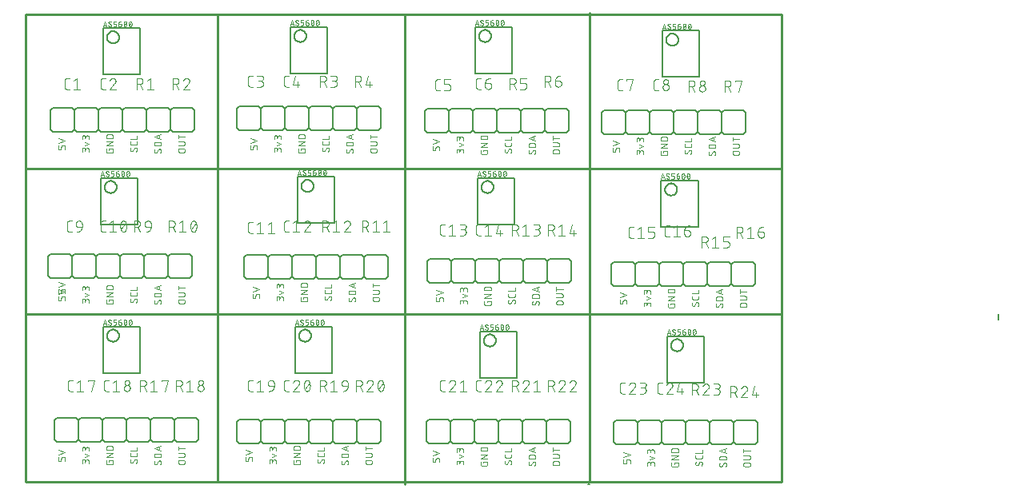
<source format=gbr>
G04 EAGLE Gerber RS-274X export*
G75*
%MOMM*%
%FSLAX34Y34*%
%LPD*%
%INSilkscreen Top*%
%IPPOS*%
%AMOC8*
5,1,8,0,0,1.08239X$1,22.5*%
G01*
%ADD10C,0.076200*%
%ADD11C,0.152400*%
%ADD12C,0.254000*%
%ADD13C,0.101600*%
%ADD14C,0.127000*%
%ADD15C,0.050800*%
%ADD16C,0.254000*%


D10*
X3683Y-16068D02*
X3683Y-13613D01*
X3681Y-13533D01*
X3675Y-13453D01*
X3665Y-13373D01*
X3652Y-13294D01*
X3634Y-13215D01*
X3613Y-13138D01*
X3587Y-13062D01*
X3558Y-12987D01*
X3526Y-12913D01*
X3490Y-12841D01*
X3450Y-12771D01*
X3407Y-12704D01*
X3361Y-12638D01*
X3311Y-12575D01*
X3259Y-12514D01*
X3204Y-12455D01*
X3145Y-12400D01*
X3085Y-12348D01*
X3021Y-12298D01*
X2956Y-12252D01*
X2888Y-12209D01*
X2818Y-12169D01*
X2746Y-12133D01*
X2672Y-12101D01*
X2598Y-12072D01*
X2521Y-12047D01*
X2444Y-12025D01*
X2365Y-12007D01*
X2286Y-11994D01*
X2207Y-11984D01*
X2126Y-11978D01*
X2046Y-11976D01*
X1228Y-11976D01*
X1150Y-11978D01*
X1072Y-11983D01*
X995Y-11993D01*
X918Y-12006D01*
X842Y-12022D01*
X767Y-12042D01*
X693Y-12066D01*
X620Y-12093D01*
X548Y-12124D01*
X478Y-12158D01*
X409Y-12195D01*
X343Y-12236D01*
X278Y-12280D01*
X216Y-12326D01*
X156Y-12376D01*
X98Y-12428D01*
X43Y-12483D01*
X-9Y-12541D01*
X-59Y-12601D01*
X-105Y-12663D01*
X-149Y-12728D01*
X-190Y-12794D01*
X-227Y-12863D01*
X-261Y-12933D01*
X-292Y-13005D01*
X-319Y-13078D01*
X-343Y-13152D01*
X-363Y-13227D01*
X-379Y-13303D01*
X-392Y-13380D01*
X-402Y-13457D01*
X-407Y-13535D01*
X-409Y-13613D01*
X-409Y-16068D01*
X-3683Y-16068D01*
X-3683Y-11976D01*
X-3683Y-9162D02*
X3683Y-6707D01*
X-3683Y-4252D01*
X29083Y-16744D02*
X29083Y-18790D01*
X29083Y-16744D02*
X29081Y-16655D01*
X29075Y-16566D01*
X29065Y-16477D01*
X29052Y-16389D01*
X29035Y-16301D01*
X29013Y-16214D01*
X28988Y-16129D01*
X28960Y-16044D01*
X28927Y-15961D01*
X28891Y-15879D01*
X28852Y-15799D01*
X28809Y-15721D01*
X28763Y-15645D01*
X28713Y-15570D01*
X28660Y-15498D01*
X28604Y-15429D01*
X28545Y-15362D01*
X28484Y-15297D01*
X28419Y-15236D01*
X28352Y-15177D01*
X28283Y-15121D01*
X28211Y-15068D01*
X28136Y-15018D01*
X28060Y-14972D01*
X27982Y-14929D01*
X27902Y-14890D01*
X27820Y-14854D01*
X27737Y-14821D01*
X27652Y-14793D01*
X27567Y-14768D01*
X27480Y-14746D01*
X27392Y-14729D01*
X27304Y-14716D01*
X27215Y-14706D01*
X27126Y-14700D01*
X27037Y-14698D01*
X26948Y-14700D01*
X26859Y-14706D01*
X26770Y-14716D01*
X26682Y-14729D01*
X26594Y-14746D01*
X26507Y-14768D01*
X26422Y-14793D01*
X26337Y-14821D01*
X26254Y-14854D01*
X26172Y-14890D01*
X26092Y-14929D01*
X26014Y-14972D01*
X25938Y-15018D01*
X25863Y-15068D01*
X25791Y-15121D01*
X25722Y-15177D01*
X25655Y-15236D01*
X25590Y-15297D01*
X25529Y-15362D01*
X25470Y-15429D01*
X25414Y-15498D01*
X25361Y-15570D01*
X25311Y-15645D01*
X25265Y-15721D01*
X25222Y-15799D01*
X25183Y-15879D01*
X25147Y-15961D01*
X25114Y-16044D01*
X25086Y-16129D01*
X25061Y-16214D01*
X25039Y-16301D01*
X25022Y-16389D01*
X25009Y-16477D01*
X24999Y-16566D01*
X24993Y-16655D01*
X24991Y-16744D01*
X21717Y-16334D02*
X21717Y-18790D01*
X21717Y-16334D02*
X21719Y-16255D01*
X21725Y-16176D01*
X21734Y-16097D01*
X21747Y-16019D01*
X21765Y-15942D01*
X21785Y-15866D01*
X21810Y-15791D01*
X21838Y-15717D01*
X21869Y-15644D01*
X21905Y-15573D01*
X21943Y-15504D01*
X21985Y-15437D01*
X22030Y-15372D01*
X22078Y-15309D01*
X22129Y-15248D01*
X22183Y-15191D01*
X22239Y-15135D01*
X22298Y-15083D01*
X22360Y-15033D01*
X22424Y-14987D01*
X22490Y-14943D01*
X22558Y-14903D01*
X22628Y-14867D01*
X22700Y-14833D01*
X22774Y-14803D01*
X22848Y-14777D01*
X22924Y-14754D01*
X23001Y-14736D01*
X23078Y-14720D01*
X23157Y-14709D01*
X23235Y-14701D01*
X23314Y-14697D01*
X23394Y-14697D01*
X23473Y-14701D01*
X23551Y-14709D01*
X23630Y-14720D01*
X23707Y-14736D01*
X23784Y-14754D01*
X23860Y-14777D01*
X23934Y-14803D01*
X24008Y-14833D01*
X24080Y-14867D01*
X24150Y-14903D01*
X24218Y-14943D01*
X24284Y-14987D01*
X24348Y-15033D01*
X24410Y-15083D01*
X24469Y-15135D01*
X24525Y-15191D01*
X24579Y-15248D01*
X24630Y-15309D01*
X24678Y-15372D01*
X24723Y-15437D01*
X24765Y-15504D01*
X24803Y-15573D01*
X24839Y-15644D01*
X24870Y-15717D01*
X24898Y-15791D01*
X24923Y-15866D01*
X24943Y-15942D01*
X24961Y-16019D01*
X24974Y-16097D01*
X24983Y-16176D01*
X24989Y-16255D01*
X24991Y-16334D01*
X24991Y-17971D01*
X24172Y-11797D02*
X29083Y-10160D01*
X24172Y-8523D01*
X29083Y-5622D02*
X29083Y-3576D01*
X29081Y-3487D01*
X29075Y-3398D01*
X29065Y-3309D01*
X29052Y-3221D01*
X29035Y-3133D01*
X29013Y-3046D01*
X28988Y-2961D01*
X28960Y-2876D01*
X28927Y-2793D01*
X28891Y-2711D01*
X28852Y-2631D01*
X28809Y-2553D01*
X28763Y-2477D01*
X28713Y-2402D01*
X28660Y-2330D01*
X28604Y-2261D01*
X28545Y-2194D01*
X28484Y-2129D01*
X28419Y-2068D01*
X28352Y-2009D01*
X28283Y-1953D01*
X28211Y-1900D01*
X28136Y-1850D01*
X28060Y-1804D01*
X27982Y-1761D01*
X27902Y-1722D01*
X27820Y-1686D01*
X27737Y-1653D01*
X27652Y-1625D01*
X27567Y-1600D01*
X27480Y-1578D01*
X27392Y-1561D01*
X27304Y-1548D01*
X27215Y-1538D01*
X27126Y-1532D01*
X27037Y-1530D01*
X26948Y-1532D01*
X26859Y-1538D01*
X26770Y-1548D01*
X26682Y-1561D01*
X26594Y-1578D01*
X26507Y-1600D01*
X26422Y-1625D01*
X26337Y-1653D01*
X26254Y-1686D01*
X26172Y-1722D01*
X26092Y-1761D01*
X26014Y-1804D01*
X25938Y-1850D01*
X25863Y-1900D01*
X25791Y-1953D01*
X25722Y-2009D01*
X25655Y-2068D01*
X25590Y-2129D01*
X25529Y-2194D01*
X25470Y-2261D01*
X25414Y-2330D01*
X25361Y-2402D01*
X25311Y-2477D01*
X25265Y-2553D01*
X25222Y-2631D01*
X25183Y-2711D01*
X25147Y-2793D01*
X25114Y-2876D01*
X25086Y-2961D01*
X25061Y-3046D01*
X25039Y-3133D01*
X25022Y-3221D01*
X25009Y-3309D01*
X24999Y-3398D01*
X24993Y-3487D01*
X24991Y-3576D01*
X21717Y-3167D02*
X21717Y-5622D01*
X21717Y-3167D02*
X21719Y-3088D01*
X21725Y-3009D01*
X21734Y-2930D01*
X21747Y-2852D01*
X21765Y-2775D01*
X21785Y-2699D01*
X21810Y-2624D01*
X21838Y-2550D01*
X21869Y-2477D01*
X21905Y-2406D01*
X21943Y-2337D01*
X21985Y-2270D01*
X22030Y-2205D01*
X22078Y-2142D01*
X22129Y-2081D01*
X22183Y-2024D01*
X22239Y-1968D01*
X22298Y-1916D01*
X22360Y-1866D01*
X22424Y-1820D01*
X22490Y-1776D01*
X22558Y-1736D01*
X22628Y-1700D01*
X22700Y-1666D01*
X22774Y-1636D01*
X22848Y-1610D01*
X22924Y-1587D01*
X23001Y-1569D01*
X23078Y-1553D01*
X23157Y-1542D01*
X23235Y-1534D01*
X23314Y-1530D01*
X23394Y-1530D01*
X23473Y-1534D01*
X23551Y-1542D01*
X23630Y-1553D01*
X23707Y-1569D01*
X23784Y-1587D01*
X23860Y-1610D01*
X23934Y-1636D01*
X24008Y-1666D01*
X24080Y-1700D01*
X24150Y-1736D01*
X24218Y-1776D01*
X24284Y-1820D01*
X24348Y-1866D01*
X24410Y-1916D01*
X24469Y-1968D01*
X24525Y-2024D01*
X24579Y-2081D01*
X24630Y-2142D01*
X24678Y-2205D01*
X24723Y-2270D01*
X24765Y-2337D01*
X24803Y-2406D01*
X24839Y-2477D01*
X24870Y-2550D01*
X24898Y-2624D01*
X24923Y-2699D01*
X24943Y-2775D01*
X24961Y-2852D01*
X24974Y-2930D01*
X24983Y-3009D01*
X24989Y-3088D01*
X24991Y-3167D01*
X24991Y-4804D01*
X50391Y-15917D02*
X50391Y-17144D01*
X50391Y-15917D02*
X54483Y-15917D01*
X54483Y-18372D01*
X54481Y-18450D01*
X54476Y-18528D01*
X54466Y-18605D01*
X54453Y-18682D01*
X54437Y-18758D01*
X54417Y-18833D01*
X54393Y-18907D01*
X54366Y-18980D01*
X54335Y-19052D01*
X54301Y-19122D01*
X54264Y-19190D01*
X54223Y-19257D01*
X54179Y-19322D01*
X54133Y-19384D01*
X54083Y-19444D01*
X54031Y-19502D01*
X53976Y-19557D01*
X53918Y-19609D01*
X53858Y-19659D01*
X53796Y-19705D01*
X53731Y-19749D01*
X53665Y-19790D01*
X53596Y-19827D01*
X53526Y-19861D01*
X53454Y-19892D01*
X53381Y-19919D01*
X53307Y-19943D01*
X53232Y-19963D01*
X53156Y-19979D01*
X53079Y-19992D01*
X53002Y-20002D01*
X52924Y-20007D01*
X52846Y-20009D01*
X48754Y-20009D01*
X48674Y-20007D01*
X48594Y-20001D01*
X48514Y-19991D01*
X48435Y-19978D01*
X48356Y-19960D01*
X48279Y-19939D01*
X48203Y-19913D01*
X48128Y-19884D01*
X48054Y-19852D01*
X47982Y-19816D01*
X47912Y-19776D01*
X47845Y-19733D01*
X47779Y-19687D01*
X47716Y-19637D01*
X47655Y-19585D01*
X47596Y-19530D01*
X47541Y-19471D01*
X47489Y-19411D01*
X47439Y-19347D01*
X47393Y-19282D01*
X47350Y-19214D01*
X47310Y-19144D01*
X47274Y-19072D01*
X47242Y-18998D01*
X47213Y-18924D01*
X47188Y-18847D01*
X47166Y-18770D01*
X47148Y-18691D01*
X47135Y-18612D01*
X47125Y-18533D01*
X47119Y-18452D01*
X47117Y-18372D01*
X47117Y-15917D01*
X47117Y-12206D02*
X54483Y-12206D01*
X54483Y-8114D02*
X47117Y-12206D01*
X47117Y-8114D02*
X54483Y-8114D01*
X54483Y-4403D02*
X47117Y-4403D01*
X47117Y-2357D01*
X47119Y-2268D01*
X47125Y-2179D01*
X47135Y-2090D01*
X47148Y-2002D01*
X47165Y-1914D01*
X47187Y-1827D01*
X47212Y-1742D01*
X47240Y-1657D01*
X47273Y-1574D01*
X47309Y-1492D01*
X47348Y-1412D01*
X47391Y-1334D01*
X47437Y-1258D01*
X47487Y-1183D01*
X47540Y-1111D01*
X47596Y-1042D01*
X47655Y-975D01*
X47716Y-910D01*
X47781Y-849D01*
X47848Y-790D01*
X47917Y-734D01*
X47989Y-681D01*
X48064Y-631D01*
X48140Y-585D01*
X48218Y-542D01*
X48298Y-503D01*
X48380Y-467D01*
X48463Y-434D01*
X48548Y-406D01*
X48633Y-381D01*
X48720Y-359D01*
X48808Y-342D01*
X48896Y-329D01*
X48985Y-319D01*
X49074Y-313D01*
X49163Y-311D01*
X52437Y-311D01*
X52526Y-313D01*
X52615Y-319D01*
X52704Y-329D01*
X52792Y-342D01*
X52880Y-359D01*
X52967Y-381D01*
X53052Y-406D01*
X53137Y-434D01*
X53220Y-467D01*
X53302Y-503D01*
X53382Y-542D01*
X53460Y-585D01*
X53536Y-631D01*
X53611Y-681D01*
X53683Y-734D01*
X53752Y-790D01*
X53819Y-849D01*
X53884Y-910D01*
X53945Y-975D01*
X54004Y-1042D01*
X54060Y-1111D01*
X54113Y-1183D01*
X54163Y-1258D01*
X54209Y-1334D01*
X54252Y-1412D01*
X54291Y-1492D01*
X54327Y-1574D01*
X54360Y-1657D01*
X54388Y-1742D01*
X54413Y-1827D01*
X54435Y-1914D01*
X54452Y-2002D01*
X54465Y-2090D01*
X54475Y-2179D01*
X54481Y-2268D01*
X54483Y-2357D01*
X54483Y-4403D01*
X78246Y-14418D02*
X78324Y-14420D01*
X78402Y-14425D01*
X78479Y-14435D01*
X78556Y-14448D01*
X78632Y-14464D01*
X78707Y-14484D01*
X78781Y-14508D01*
X78854Y-14535D01*
X78926Y-14566D01*
X78996Y-14600D01*
X79065Y-14637D01*
X79131Y-14678D01*
X79196Y-14722D01*
X79258Y-14768D01*
X79318Y-14818D01*
X79376Y-14870D01*
X79431Y-14925D01*
X79483Y-14983D01*
X79533Y-15043D01*
X79579Y-15105D01*
X79623Y-15170D01*
X79664Y-15237D01*
X79701Y-15305D01*
X79735Y-15375D01*
X79766Y-15447D01*
X79793Y-15520D01*
X79817Y-15594D01*
X79837Y-15669D01*
X79853Y-15745D01*
X79866Y-15822D01*
X79876Y-15899D01*
X79881Y-15977D01*
X79883Y-16055D01*
X79881Y-16169D01*
X79876Y-16282D01*
X79866Y-16396D01*
X79853Y-16509D01*
X79836Y-16621D01*
X79816Y-16733D01*
X79792Y-16844D01*
X79764Y-16955D01*
X79733Y-17064D01*
X79698Y-17172D01*
X79659Y-17279D01*
X79617Y-17385D01*
X79572Y-17489D01*
X79523Y-17592D01*
X79470Y-17693D01*
X79415Y-17792D01*
X79356Y-17890D01*
X79294Y-17985D01*
X79229Y-18078D01*
X79161Y-18170D01*
X79090Y-18258D01*
X79016Y-18345D01*
X78939Y-18429D01*
X78860Y-18510D01*
X74154Y-18306D02*
X74074Y-18304D01*
X73994Y-18298D01*
X73914Y-18288D01*
X73835Y-18275D01*
X73756Y-18257D01*
X73679Y-18236D01*
X73603Y-18210D01*
X73528Y-18181D01*
X73454Y-18149D01*
X73382Y-18113D01*
X73312Y-18073D01*
X73245Y-18030D01*
X73179Y-17984D01*
X73116Y-17934D01*
X73055Y-17882D01*
X72996Y-17827D01*
X72941Y-17768D01*
X72889Y-17708D01*
X72839Y-17644D01*
X72793Y-17578D01*
X72750Y-17511D01*
X72710Y-17441D01*
X72674Y-17369D01*
X72642Y-17295D01*
X72613Y-17221D01*
X72587Y-17144D01*
X72566Y-17067D01*
X72548Y-16988D01*
X72535Y-16909D01*
X72525Y-16829D01*
X72519Y-16749D01*
X72517Y-16669D01*
X72519Y-16559D01*
X72525Y-16450D01*
X72535Y-16341D01*
X72548Y-16232D01*
X72566Y-16123D01*
X72587Y-16016D01*
X72613Y-15909D01*
X72642Y-15803D01*
X72674Y-15698D01*
X72711Y-15595D01*
X72751Y-15493D01*
X72795Y-15392D01*
X72843Y-15293D01*
X72893Y-15196D01*
X72948Y-15101D01*
X73006Y-15008D01*
X73067Y-14916D01*
X73131Y-14828D01*
X75586Y-17487D02*
X75544Y-17553D01*
X75500Y-17618D01*
X75452Y-17680D01*
X75402Y-17740D01*
X75349Y-17798D01*
X75293Y-17853D01*
X75235Y-17906D01*
X75174Y-17955D01*
X75111Y-18002D01*
X75046Y-18046D01*
X74979Y-18086D01*
X74910Y-18123D01*
X74839Y-18157D01*
X74767Y-18188D01*
X74693Y-18215D01*
X74618Y-18239D01*
X74543Y-18259D01*
X74466Y-18275D01*
X74389Y-18288D01*
X74311Y-18298D01*
X74232Y-18303D01*
X74154Y-18305D01*
X76814Y-15237D02*
X76856Y-15171D01*
X76900Y-15106D01*
X76948Y-15044D01*
X76998Y-14984D01*
X77051Y-14926D01*
X77107Y-14871D01*
X77165Y-14818D01*
X77226Y-14769D01*
X77289Y-14722D01*
X77354Y-14678D01*
X77421Y-14638D01*
X77490Y-14601D01*
X77561Y-14567D01*
X77633Y-14536D01*
X77707Y-14509D01*
X77782Y-14485D01*
X77857Y-14465D01*
X77934Y-14449D01*
X78011Y-14436D01*
X78089Y-14426D01*
X78168Y-14421D01*
X78246Y-14419D01*
X76814Y-15237D02*
X75586Y-17487D01*
X79883Y-9825D02*
X79883Y-8188D01*
X79883Y-9825D02*
X79881Y-9903D01*
X79876Y-9981D01*
X79866Y-10058D01*
X79853Y-10135D01*
X79837Y-10211D01*
X79817Y-10286D01*
X79793Y-10360D01*
X79766Y-10433D01*
X79735Y-10505D01*
X79701Y-10575D01*
X79664Y-10643D01*
X79623Y-10710D01*
X79579Y-10775D01*
X79533Y-10837D01*
X79483Y-10897D01*
X79431Y-10955D01*
X79376Y-11010D01*
X79318Y-11062D01*
X79258Y-11112D01*
X79196Y-11158D01*
X79131Y-11202D01*
X79065Y-11243D01*
X78996Y-11280D01*
X78926Y-11314D01*
X78854Y-11345D01*
X78781Y-11372D01*
X78707Y-11396D01*
X78632Y-11416D01*
X78556Y-11432D01*
X78479Y-11445D01*
X78402Y-11455D01*
X78324Y-11460D01*
X78246Y-11462D01*
X74154Y-11462D01*
X74074Y-11460D01*
X73994Y-11454D01*
X73914Y-11444D01*
X73835Y-11431D01*
X73756Y-11413D01*
X73679Y-11392D01*
X73603Y-11366D01*
X73528Y-11337D01*
X73454Y-11305D01*
X73382Y-11269D01*
X73312Y-11229D01*
X73245Y-11186D01*
X73179Y-11140D01*
X73116Y-11090D01*
X73055Y-11038D01*
X72996Y-10983D01*
X72941Y-10924D01*
X72889Y-10864D01*
X72839Y-10800D01*
X72793Y-10735D01*
X72750Y-10667D01*
X72710Y-10597D01*
X72674Y-10525D01*
X72642Y-10451D01*
X72613Y-10377D01*
X72588Y-10300D01*
X72566Y-10223D01*
X72548Y-10144D01*
X72535Y-10065D01*
X72525Y-9986D01*
X72519Y-9905D01*
X72517Y-9825D01*
X72517Y-8188D01*
X72517Y-5083D02*
X79883Y-5083D01*
X79883Y-1810D01*
X103646Y-15755D02*
X103724Y-15757D01*
X103802Y-15762D01*
X103879Y-15772D01*
X103956Y-15785D01*
X104032Y-15801D01*
X104107Y-15821D01*
X104181Y-15845D01*
X104254Y-15872D01*
X104326Y-15903D01*
X104396Y-15937D01*
X104465Y-15974D01*
X104531Y-16015D01*
X104596Y-16059D01*
X104658Y-16105D01*
X104718Y-16155D01*
X104776Y-16207D01*
X104831Y-16262D01*
X104883Y-16320D01*
X104933Y-16380D01*
X104979Y-16442D01*
X105023Y-16507D01*
X105064Y-16574D01*
X105101Y-16642D01*
X105135Y-16712D01*
X105166Y-16784D01*
X105193Y-16857D01*
X105217Y-16931D01*
X105237Y-17006D01*
X105253Y-17082D01*
X105266Y-17159D01*
X105276Y-17236D01*
X105281Y-17314D01*
X105283Y-17392D01*
X105281Y-17506D01*
X105276Y-17619D01*
X105266Y-17733D01*
X105253Y-17846D01*
X105236Y-17958D01*
X105216Y-18070D01*
X105192Y-18181D01*
X105164Y-18292D01*
X105133Y-18401D01*
X105098Y-18509D01*
X105059Y-18616D01*
X105017Y-18722D01*
X104972Y-18826D01*
X104923Y-18929D01*
X104870Y-19030D01*
X104815Y-19129D01*
X104756Y-19227D01*
X104694Y-19322D01*
X104629Y-19415D01*
X104561Y-19507D01*
X104490Y-19595D01*
X104416Y-19682D01*
X104339Y-19766D01*
X104260Y-19847D01*
X99554Y-19643D02*
X99474Y-19641D01*
X99394Y-19635D01*
X99314Y-19625D01*
X99235Y-19612D01*
X99156Y-19594D01*
X99079Y-19573D01*
X99003Y-19547D01*
X98928Y-19518D01*
X98854Y-19486D01*
X98782Y-19450D01*
X98712Y-19410D01*
X98645Y-19367D01*
X98579Y-19321D01*
X98516Y-19271D01*
X98455Y-19219D01*
X98396Y-19164D01*
X98341Y-19105D01*
X98289Y-19045D01*
X98239Y-18981D01*
X98193Y-18915D01*
X98150Y-18848D01*
X98110Y-18778D01*
X98074Y-18706D01*
X98042Y-18632D01*
X98013Y-18558D01*
X97987Y-18481D01*
X97966Y-18404D01*
X97948Y-18325D01*
X97935Y-18246D01*
X97925Y-18166D01*
X97919Y-18086D01*
X97917Y-18006D01*
X97919Y-17896D01*
X97925Y-17787D01*
X97935Y-17678D01*
X97948Y-17569D01*
X97966Y-17460D01*
X97987Y-17353D01*
X98013Y-17246D01*
X98042Y-17140D01*
X98074Y-17035D01*
X98111Y-16932D01*
X98151Y-16830D01*
X98195Y-16729D01*
X98243Y-16630D01*
X98293Y-16533D01*
X98348Y-16438D01*
X98406Y-16345D01*
X98467Y-16253D01*
X98531Y-16165D01*
X100986Y-18825D02*
X100944Y-18891D01*
X100900Y-18956D01*
X100852Y-19018D01*
X100802Y-19078D01*
X100749Y-19136D01*
X100693Y-19191D01*
X100635Y-19244D01*
X100574Y-19293D01*
X100511Y-19340D01*
X100446Y-19384D01*
X100379Y-19424D01*
X100310Y-19461D01*
X100239Y-19495D01*
X100167Y-19526D01*
X100093Y-19553D01*
X100018Y-19577D01*
X99943Y-19597D01*
X99866Y-19613D01*
X99789Y-19626D01*
X99711Y-19636D01*
X99632Y-19641D01*
X99554Y-19643D01*
X102214Y-16574D02*
X102256Y-16508D01*
X102300Y-16443D01*
X102348Y-16381D01*
X102398Y-16321D01*
X102451Y-16263D01*
X102507Y-16208D01*
X102565Y-16155D01*
X102626Y-16106D01*
X102689Y-16059D01*
X102754Y-16015D01*
X102821Y-15975D01*
X102890Y-15938D01*
X102961Y-15904D01*
X103033Y-15873D01*
X103107Y-15846D01*
X103182Y-15822D01*
X103257Y-15802D01*
X103334Y-15786D01*
X103411Y-15773D01*
X103489Y-15763D01*
X103568Y-15758D01*
X103646Y-15756D01*
X102214Y-16574D02*
X100986Y-18825D01*
X97917Y-12533D02*
X105283Y-12533D01*
X97917Y-12533D02*
X97917Y-10487D01*
X97919Y-10398D01*
X97925Y-10309D01*
X97935Y-10220D01*
X97948Y-10132D01*
X97965Y-10044D01*
X97987Y-9957D01*
X98012Y-9872D01*
X98040Y-9787D01*
X98073Y-9704D01*
X98109Y-9622D01*
X98148Y-9542D01*
X98191Y-9464D01*
X98237Y-9388D01*
X98287Y-9313D01*
X98340Y-9241D01*
X98396Y-9172D01*
X98455Y-9105D01*
X98516Y-9040D01*
X98581Y-8979D01*
X98648Y-8920D01*
X98717Y-8864D01*
X98789Y-8811D01*
X98864Y-8761D01*
X98940Y-8715D01*
X99018Y-8672D01*
X99098Y-8633D01*
X99180Y-8597D01*
X99263Y-8564D01*
X99348Y-8536D01*
X99433Y-8511D01*
X99520Y-8489D01*
X99608Y-8472D01*
X99696Y-8459D01*
X99785Y-8449D01*
X99874Y-8443D01*
X99963Y-8441D01*
X99963Y-8440D02*
X103237Y-8440D01*
X103237Y-8441D02*
X103326Y-8443D01*
X103415Y-8449D01*
X103504Y-8459D01*
X103592Y-8472D01*
X103680Y-8489D01*
X103767Y-8511D01*
X103852Y-8536D01*
X103937Y-8564D01*
X104020Y-8597D01*
X104102Y-8633D01*
X104182Y-8672D01*
X104260Y-8715D01*
X104336Y-8761D01*
X104411Y-8811D01*
X104483Y-8864D01*
X104552Y-8920D01*
X104619Y-8979D01*
X104684Y-9040D01*
X104745Y-9105D01*
X104804Y-9172D01*
X104860Y-9241D01*
X104913Y-9313D01*
X104963Y-9388D01*
X105009Y-9464D01*
X105052Y-9542D01*
X105091Y-9622D01*
X105127Y-9704D01*
X105160Y-9787D01*
X105188Y-9872D01*
X105213Y-9957D01*
X105235Y-10044D01*
X105252Y-10132D01*
X105265Y-10220D01*
X105275Y-10309D01*
X105281Y-10398D01*
X105283Y-10487D01*
X105283Y-12533D01*
X105283Y-5383D02*
X97917Y-2928D01*
X105283Y-472D01*
X103442Y-1086D02*
X103442Y-4769D01*
X125363Y-19521D02*
X128637Y-19521D01*
X125363Y-19521D02*
X125274Y-19519D01*
X125185Y-19513D01*
X125096Y-19503D01*
X125008Y-19490D01*
X124920Y-19473D01*
X124833Y-19451D01*
X124748Y-19426D01*
X124663Y-19398D01*
X124580Y-19365D01*
X124498Y-19329D01*
X124418Y-19290D01*
X124340Y-19247D01*
X124264Y-19201D01*
X124189Y-19151D01*
X124117Y-19098D01*
X124048Y-19042D01*
X123981Y-18983D01*
X123916Y-18922D01*
X123855Y-18857D01*
X123796Y-18790D01*
X123740Y-18721D01*
X123687Y-18649D01*
X123637Y-18574D01*
X123591Y-18498D01*
X123548Y-18420D01*
X123509Y-18340D01*
X123473Y-18258D01*
X123440Y-18175D01*
X123412Y-18090D01*
X123387Y-18005D01*
X123365Y-17918D01*
X123348Y-17830D01*
X123335Y-17742D01*
X123325Y-17653D01*
X123319Y-17564D01*
X123317Y-17475D01*
X123319Y-17386D01*
X123325Y-17297D01*
X123335Y-17208D01*
X123348Y-17120D01*
X123365Y-17032D01*
X123387Y-16945D01*
X123412Y-16860D01*
X123440Y-16775D01*
X123473Y-16692D01*
X123509Y-16610D01*
X123548Y-16530D01*
X123591Y-16452D01*
X123637Y-16376D01*
X123687Y-16301D01*
X123740Y-16229D01*
X123796Y-16160D01*
X123855Y-16093D01*
X123916Y-16028D01*
X123981Y-15967D01*
X124048Y-15908D01*
X124117Y-15852D01*
X124189Y-15799D01*
X124264Y-15749D01*
X124340Y-15703D01*
X124418Y-15660D01*
X124498Y-15621D01*
X124580Y-15585D01*
X124663Y-15552D01*
X124748Y-15524D01*
X124833Y-15499D01*
X124920Y-15477D01*
X125008Y-15460D01*
X125096Y-15447D01*
X125185Y-15437D01*
X125274Y-15431D01*
X125363Y-15429D01*
X128637Y-15429D01*
X128726Y-15431D01*
X128815Y-15437D01*
X128904Y-15447D01*
X128992Y-15460D01*
X129080Y-15477D01*
X129167Y-15499D01*
X129252Y-15524D01*
X129337Y-15552D01*
X129420Y-15585D01*
X129502Y-15621D01*
X129582Y-15660D01*
X129660Y-15703D01*
X129736Y-15749D01*
X129811Y-15799D01*
X129883Y-15852D01*
X129952Y-15908D01*
X130019Y-15967D01*
X130084Y-16028D01*
X130145Y-16093D01*
X130204Y-16160D01*
X130260Y-16229D01*
X130313Y-16301D01*
X130363Y-16376D01*
X130409Y-16452D01*
X130452Y-16530D01*
X130491Y-16610D01*
X130527Y-16692D01*
X130560Y-16775D01*
X130588Y-16860D01*
X130613Y-16945D01*
X130635Y-17032D01*
X130652Y-17120D01*
X130665Y-17208D01*
X130675Y-17297D01*
X130681Y-17386D01*
X130683Y-17475D01*
X130681Y-17564D01*
X130675Y-17653D01*
X130665Y-17742D01*
X130652Y-17830D01*
X130635Y-17918D01*
X130613Y-18005D01*
X130588Y-18090D01*
X130560Y-18175D01*
X130527Y-18258D01*
X130491Y-18340D01*
X130452Y-18420D01*
X130409Y-18498D01*
X130363Y-18574D01*
X130313Y-18649D01*
X130260Y-18721D01*
X130204Y-18790D01*
X130145Y-18857D01*
X130084Y-18922D01*
X130019Y-18983D01*
X129952Y-19042D01*
X129883Y-19098D01*
X129811Y-19151D01*
X129736Y-19201D01*
X129660Y-19247D01*
X129582Y-19290D01*
X129502Y-19329D01*
X129420Y-19365D01*
X129337Y-19398D01*
X129252Y-19426D01*
X129167Y-19451D01*
X129080Y-19473D01*
X128992Y-19490D01*
X128904Y-19503D01*
X128815Y-19513D01*
X128726Y-19519D01*
X128637Y-19521D01*
X128637Y-11962D02*
X123317Y-11962D01*
X128637Y-11962D02*
X128726Y-11960D01*
X128815Y-11954D01*
X128904Y-11944D01*
X128992Y-11931D01*
X129080Y-11914D01*
X129167Y-11892D01*
X129252Y-11867D01*
X129337Y-11839D01*
X129420Y-11806D01*
X129502Y-11770D01*
X129582Y-11731D01*
X129660Y-11688D01*
X129736Y-11642D01*
X129811Y-11592D01*
X129883Y-11539D01*
X129952Y-11483D01*
X130019Y-11424D01*
X130084Y-11363D01*
X130145Y-11298D01*
X130204Y-11231D01*
X130260Y-11162D01*
X130313Y-11090D01*
X130363Y-11015D01*
X130409Y-10939D01*
X130452Y-10861D01*
X130491Y-10781D01*
X130527Y-10699D01*
X130560Y-10616D01*
X130588Y-10531D01*
X130613Y-10446D01*
X130635Y-10359D01*
X130652Y-10271D01*
X130665Y-10183D01*
X130675Y-10094D01*
X130681Y-10005D01*
X130683Y-9916D01*
X130681Y-9827D01*
X130675Y-9738D01*
X130665Y-9649D01*
X130652Y-9561D01*
X130635Y-9473D01*
X130613Y-9386D01*
X130588Y-9301D01*
X130560Y-9216D01*
X130527Y-9133D01*
X130491Y-9051D01*
X130452Y-8971D01*
X130409Y-8893D01*
X130363Y-8817D01*
X130313Y-8742D01*
X130260Y-8670D01*
X130204Y-8601D01*
X130145Y-8534D01*
X130084Y-8469D01*
X130019Y-8408D01*
X129952Y-8349D01*
X129883Y-8293D01*
X129811Y-8240D01*
X129736Y-8190D01*
X129660Y-8144D01*
X129582Y-8101D01*
X129502Y-8062D01*
X129420Y-8026D01*
X129337Y-7993D01*
X129252Y-7965D01*
X129167Y-7940D01*
X129080Y-7918D01*
X128992Y-7901D01*
X128904Y-7888D01*
X128815Y-7878D01*
X128726Y-7872D01*
X128637Y-7870D01*
X123317Y-7870D01*
X123317Y-2845D02*
X130683Y-2845D01*
X123317Y-4891D02*
X123317Y-799D01*
D11*
X991870Y-190500D02*
X991870Y-196850D01*
D10*
X3683Y-168468D02*
X3683Y-166013D01*
X3681Y-165933D01*
X3675Y-165853D01*
X3665Y-165773D01*
X3652Y-165694D01*
X3634Y-165615D01*
X3613Y-165538D01*
X3587Y-165462D01*
X3558Y-165387D01*
X3526Y-165313D01*
X3490Y-165241D01*
X3450Y-165171D01*
X3407Y-165104D01*
X3361Y-165038D01*
X3311Y-164975D01*
X3259Y-164914D01*
X3204Y-164855D01*
X3145Y-164800D01*
X3085Y-164748D01*
X3021Y-164698D01*
X2956Y-164652D01*
X2888Y-164609D01*
X2818Y-164569D01*
X2746Y-164533D01*
X2672Y-164501D01*
X2598Y-164472D01*
X2521Y-164447D01*
X2444Y-164425D01*
X2365Y-164407D01*
X2286Y-164394D01*
X2207Y-164384D01*
X2126Y-164378D01*
X2046Y-164376D01*
X1228Y-164376D01*
X1150Y-164378D01*
X1072Y-164383D01*
X995Y-164393D01*
X918Y-164406D01*
X842Y-164422D01*
X767Y-164442D01*
X693Y-164466D01*
X620Y-164493D01*
X548Y-164524D01*
X478Y-164558D01*
X409Y-164595D01*
X343Y-164636D01*
X278Y-164680D01*
X216Y-164726D01*
X156Y-164776D01*
X98Y-164828D01*
X43Y-164883D01*
X-9Y-164941D01*
X-59Y-165001D01*
X-105Y-165063D01*
X-149Y-165128D01*
X-190Y-165195D01*
X-227Y-165263D01*
X-261Y-165333D01*
X-292Y-165405D01*
X-319Y-165478D01*
X-343Y-165552D01*
X-363Y-165627D01*
X-379Y-165703D01*
X-392Y-165780D01*
X-402Y-165857D01*
X-407Y-165935D01*
X-409Y-166013D01*
X-409Y-168468D01*
X-3683Y-168468D01*
X-3683Y-164376D01*
X-3683Y-161562D02*
X3683Y-159107D01*
X-3683Y-156652D01*
X206883Y-16068D02*
X206883Y-13613D01*
X206881Y-13533D01*
X206875Y-13453D01*
X206865Y-13373D01*
X206852Y-13294D01*
X206834Y-13215D01*
X206813Y-13138D01*
X206787Y-13062D01*
X206758Y-12987D01*
X206726Y-12913D01*
X206690Y-12841D01*
X206650Y-12771D01*
X206607Y-12704D01*
X206561Y-12638D01*
X206511Y-12575D01*
X206459Y-12514D01*
X206404Y-12455D01*
X206345Y-12400D01*
X206285Y-12348D01*
X206221Y-12298D01*
X206156Y-12252D01*
X206088Y-12209D01*
X206018Y-12169D01*
X205946Y-12133D01*
X205872Y-12101D01*
X205798Y-12072D01*
X205721Y-12047D01*
X205644Y-12025D01*
X205565Y-12007D01*
X205486Y-11994D01*
X205407Y-11984D01*
X205326Y-11978D01*
X205246Y-11976D01*
X204428Y-11976D01*
X204350Y-11978D01*
X204272Y-11983D01*
X204195Y-11993D01*
X204118Y-12006D01*
X204042Y-12022D01*
X203967Y-12042D01*
X203893Y-12066D01*
X203820Y-12093D01*
X203748Y-12124D01*
X203678Y-12158D01*
X203610Y-12195D01*
X203543Y-12236D01*
X203478Y-12280D01*
X203416Y-12326D01*
X203356Y-12376D01*
X203298Y-12428D01*
X203243Y-12483D01*
X203191Y-12541D01*
X203141Y-12601D01*
X203095Y-12663D01*
X203051Y-12728D01*
X203010Y-12794D01*
X202973Y-12863D01*
X202939Y-12933D01*
X202908Y-13005D01*
X202881Y-13078D01*
X202857Y-13152D01*
X202837Y-13227D01*
X202821Y-13303D01*
X202808Y-13380D01*
X202798Y-13457D01*
X202793Y-13535D01*
X202791Y-13613D01*
X202791Y-16068D01*
X199517Y-16068D01*
X199517Y-11976D01*
X199517Y-9162D02*
X206883Y-6707D01*
X199517Y-4252D01*
X232283Y-16744D02*
X232283Y-18790D01*
X232283Y-16744D02*
X232281Y-16655D01*
X232275Y-16566D01*
X232265Y-16477D01*
X232252Y-16389D01*
X232235Y-16301D01*
X232213Y-16214D01*
X232188Y-16129D01*
X232160Y-16044D01*
X232127Y-15961D01*
X232091Y-15879D01*
X232052Y-15799D01*
X232009Y-15721D01*
X231963Y-15645D01*
X231913Y-15570D01*
X231860Y-15498D01*
X231804Y-15429D01*
X231745Y-15362D01*
X231684Y-15297D01*
X231619Y-15236D01*
X231552Y-15177D01*
X231483Y-15121D01*
X231411Y-15068D01*
X231336Y-15018D01*
X231260Y-14972D01*
X231182Y-14929D01*
X231102Y-14890D01*
X231020Y-14854D01*
X230937Y-14821D01*
X230852Y-14793D01*
X230767Y-14768D01*
X230680Y-14746D01*
X230592Y-14729D01*
X230504Y-14716D01*
X230415Y-14706D01*
X230326Y-14700D01*
X230237Y-14698D01*
X230148Y-14700D01*
X230059Y-14706D01*
X229970Y-14716D01*
X229882Y-14729D01*
X229794Y-14746D01*
X229707Y-14768D01*
X229622Y-14793D01*
X229537Y-14821D01*
X229454Y-14854D01*
X229372Y-14890D01*
X229292Y-14929D01*
X229214Y-14972D01*
X229138Y-15018D01*
X229063Y-15068D01*
X228991Y-15121D01*
X228922Y-15177D01*
X228855Y-15236D01*
X228790Y-15297D01*
X228729Y-15362D01*
X228670Y-15429D01*
X228614Y-15498D01*
X228561Y-15570D01*
X228511Y-15645D01*
X228465Y-15721D01*
X228422Y-15799D01*
X228383Y-15879D01*
X228347Y-15961D01*
X228314Y-16044D01*
X228286Y-16129D01*
X228261Y-16214D01*
X228239Y-16301D01*
X228222Y-16389D01*
X228209Y-16477D01*
X228199Y-16566D01*
X228193Y-16655D01*
X228191Y-16744D01*
X224917Y-16334D02*
X224917Y-18790D01*
X224917Y-16334D02*
X224919Y-16255D01*
X224925Y-16176D01*
X224934Y-16097D01*
X224947Y-16019D01*
X224965Y-15942D01*
X224985Y-15866D01*
X225010Y-15791D01*
X225038Y-15717D01*
X225069Y-15644D01*
X225105Y-15573D01*
X225143Y-15504D01*
X225185Y-15437D01*
X225230Y-15372D01*
X225278Y-15309D01*
X225329Y-15248D01*
X225383Y-15191D01*
X225439Y-15135D01*
X225498Y-15083D01*
X225560Y-15033D01*
X225624Y-14987D01*
X225690Y-14943D01*
X225758Y-14903D01*
X225828Y-14867D01*
X225900Y-14833D01*
X225974Y-14803D01*
X226048Y-14777D01*
X226124Y-14754D01*
X226201Y-14736D01*
X226278Y-14720D01*
X226357Y-14709D01*
X226435Y-14701D01*
X226514Y-14697D01*
X226594Y-14697D01*
X226673Y-14701D01*
X226751Y-14709D01*
X226830Y-14720D01*
X226907Y-14736D01*
X226984Y-14754D01*
X227060Y-14777D01*
X227134Y-14803D01*
X227208Y-14833D01*
X227280Y-14867D01*
X227350Y-14903D01*
X227418Y-14943D01*
X227484Y-14987D01*
X227548Y-15033D01*
X227610Y-15083D01*
X227669Y-15135D01*
X227725Y-15191D01*
X227779Y-15248D01*
X227830Y-15309D01*
X227878Y-15372D01*
X227923Y-15437D01*
X227965Y-15504D01*
X228003Y-15573D01*
X228039Y-15644D01*
X228070Y-15717D01*
X228098Y-15791D01*
X228123Y-15866D01*
X228143Y-15942D01*
X228161Y-16019D01*
X228174Y-16097D01*
X228183Y-16176D01*
X228189Y-16255D01*
X228191Y-16334D01*
X228191Y-17971D01*
X227372Y-11797D02*
X232283Y-10160D01*
X227372Y-8523D01*
X232283Y-5622D02*
X232283Y-3576D01*
X232281Y-3487D01*
X232275Y-3398D01*
X232265Y-3309D01*
X232252Y-3221D01*
X232235Y-3133D01*
X232213Y-3046D01*
X232188Y-2961D01*
X232160Y-2876D01*
X232127Y-2793D01*
X232091Y-2711D01*
X232052Y-2631D01*
X232009Y-2553D01*
X231963Y-2477D01*
X231913Y-2402D01*
X231860Y-2330D01*
X231804Y-2261D01*
X231745Y-2194D01*
X231684Y-2129D01*
X231619Y-2068D01*
X231552Y-2009D01*
X231483Y-1953D01*
X231411Y-1900D01*
X231336Y-1850D01*
X231260Y-1804D01*
X231182Y-1761D01*
X231102Y-1722D01*
X231020Y-1686D01*
X230937Y-1653D01*
X230852Y-1625D01*
X230767Y-1600D01*
X230680Y-1578D01*
X230592Y-1561D01*
X230504Y-1548D01*
X230415Y-1538D01*
X230326Y-1532D01*
X230237Y-1530D01*
X230148Y-1532D01*
X230059Y-1538D01*
X229970Y-1548D01*
X229882Y-1561D01*
X229794Y-1578D01*
X229707Y-1600D01*
X229622Y-1625D01*
X229537Y-1653D01*
X229454Y-1686D01*
X229372Y-1722D01*
X229292Y-1761D01*
X229214Y-1804D01*
X229138Y-1850D01*
X229063Y-1900D01*
X228991Y-1953D01*
X228922Y-2009D01*
X228855Y-2068D01*
X228790Y-2129D01*
X228729Y-2194D01*
X228670Y-2261D01*
X228614Y-2330D01*
X228561Y-2402D01*
X228511Y-2477D01*
X228465Y-2553D01*
X228422Y-2631D01*
X228383Y-2711D01*
X228347Y-2793D01*
X228314Y-2876D01*
X228286Y-2961D01*
X228261Y-3046D01*
X228239Y-3133D01*
X228222Y-3221D01*
X228209Y-3309D01*
X228199Y-3398D01*
X228193Y-3487D01*
X228191Y-3576D01*
X224917Y-3167D02*
X224917Y-5622D01*
X224917Y-3167D02*
X224919Y-3088D01*
X224925Y-3009D01*
X224934Y-2930D01*
X224947Y-2852D01*
X224965Y-2775D01*
X224985Y-2699D01*
X225010Y-2624D01*
X225038Y-2550D01*
X225069Y-2477D01*
X225105Y-2406D01*
X225143Y-2337D01*
X225185Y-2270D01*
X225230Y-2205D01*
X225278Y-2142D01*
X225329Y-2081D01*
X225383Y-2024D01*
X225439Y-1968D01*
X225498Y-1916D01*
X225560Y-1866D01*
X225624Y-1820D01*
X225690Y-1776D01*
X225758Y-1736D01*
X225828Y-1700D01*
X225900Y-1666D01*
X225974Y-1636D01*
X226048Y-1610D01*
X226124Y-1587D01*
X226201Y-1569D01*
X226278Y-1553D01*
X226357Y-1542D01*
X226435Y-1534D01*
X226514Y-1530D01*
X226594Y-1530D01*
X226673Y-1534D01*
X226751Y-1542D01*
X226830Y-1553D01*
X226907Y-1569D01*
X226984Y-1587D01*
X227060Y-1610D01*
X227134Y-1636D01*
X227208Y-1666D01*
X227280Y-1700D01*
X227350Y-1736D01*
X227418Y-1776D01*
X227484Y-1820D01*
X227548Y-1866D01*
X227610Y-1916D01*
X227669Y-1968D01*
X227725Y-2024D01*
X227779Y-2081D01*
X227830Y-2142D01*
X227878Y-2205D01*
X227923Y-2270D01*
X227965Y-2337D01*
X228003Y-2406D01*
X228039Y-2477D01*
X228070Y-2550D01*
X228098Y-2624D01*
X228123Y-2699D01*
X228143Y-2775D01*
X228161Y-2852D01*
X228174Y-2930D01*
X228183Y-3009D01*
X228189Y-3088D01*
X228191Y-3167D01*
X228191Y-4804D01*
X253591Y-15917D02*
X253591Y-17144D01*
X253591Y-15917D02*
X257683Y-15917D01*
X257683Y-18372D01*
X257681Y-18450D01*
X257676Y-18528D01*
X257666Y-18605D01*
X257653Y-18682D01*
X257637Y-18758D01*
X257617Y-18833D01*
X257593Y-18907D01*
X257566Y-18980D01*
X257535Y-19052D01*
X257501Y-19122D01*
X257464Y-19190D01*
X257423Y-19257D01*
X257379Y-19322D01*
X257333Y-19384D01*
X257283Y-19444D01*
X257231Y-19502D01*
X257176Y-19557D01*
X257118Y-19609D01*
X257058Y-19659D01*
X256996Y-19705D01*
X256931Y-19749D01*
X256865Y-19790D01*
X256796Y-19827D01*
X256726Y-19861D01*
X256654Y-19892D01*
X256581Y-19919D01*
X256507Y-19943D01*
X256432Y-19963D01*
X256356Y-19979D01*
X256279Y-19992D01*
X256202Y-20002D01*
X256124Y-20007D01*
X256046Y-20009D01*
X251954Y-20009D01*
X251874Y-20007D01*
X251794Y-20001D01*
X251714Y-19991D01*
X251635Y-19978D01*
X251556Y-19960D01*
X251479Y-19939D01*
X251403Y-19913D01*
X251328Y-19884D01*
X251254Y-19852D01*
X251182Y-19816D01*
X251112Y-19776D01*
X251045Y-19733D01*
X250979Y-19687D01*
X250916Y-19637D01*
X250855Y-19585D01*
X250796Y-19530D01*
X250741Y-19471D01*
X250689Y-19411D01*
X250639Y-19347D01*
X250593Y-19282D01*
X250550Y-19214D01*
X250510Y-19144D01*
X250474Y-19072D01*
X250442Y-18998D01*
X250413Y-18924D01*
X250388Y-18847D01*
X250366Y-18770D01*
X250348Y-18691D01*
X250335Y-18612D01*
X250325Y-18533D01*
X250319Y-18452D01*
X250317Y-18372D01*
X250317Y-15917D01*
X250317Y-12206D02*
X257683Y-12206D01*
X257683Y-8114D02*
X250317Y-12206D01*
X250317Y-8114D02*
X257683Y-8114D01*
X257683Y-4403D02*
X250317Y-4403D01*
X250317Y-2357D01*
X250319Y-2268D01*
X250325Y-2179D01*
X250335Y-2090D01*
X250348Y-2002D01*
X250365Y-1914D01*
X250387Y-1827D01*
X250412Y-1742D01*
X250440Y-1657D01*
X250473Y-1574D01*
X250509Y-1492D01*
X250548Y-1412D01*
X250591Y-1334D01*
X250637Y-1258D01*
X250687Y-1183D01*
X250740Y-1111D01*
X250796Y-1042D01*
X250855Y-975D01*
X250916Y-910D01*
X250981Y-849D01*
X251048Y-790D01*
X251117Y-734D01*
X251189Y-681D01*
X251264Y-631D01*
X251340Y-585D01*
X251418Y-542D01*
X251498Y-503D01*
X251580Y-467D01*
X251663Y-434D01*
X251748Y-406D01*
X251833Y-381D01*
X251920Y-359D01*
X252008Y-342D01*
X252096Y-329D01*
X252185Y-319D01*
X252274Y-313D01*
X252363Y-311D01*
X255637Y-311D01*
X255726Y-313D01*
X255815Y-319D01*
X255904Y-329D01*
X255992Y-342D01*
X256080Y-359D01*
X256167Y-381D01*
X256252Y-406D01*
X256337Y-434D01*
X256420Y-467D01*
X256502Y-503D01*
X256582Y-542D01*
X256660Y-585D01*
X256736Y-631D01*
X256811Y-681D01*
X256883Y-734D01*
X256952Y-790D01*
X257019Y-849D01*
X257084Y-910D01*
X257145Y-975D01*
X257204Y-1042D01*
X257260Y-1111D01*
X257313Y-1183D01*
X257363Y-1258D01*
X257409Y-1334D01*
X257452Y-1412D01*
X257491Y-1492D01*
X257527Y-1574D01*
X257560Y-1657D01*
X257588Y-1742D01*
X257613Y-1827D01*
X257635Y-1914D01*
X257652Y-2002D01*
X257665Y-2090D01*
X257675Y-2179D01*
X257681Y-2268D01*
X257683Y-2357D01*
X257683Y-4403D01*
X281446Y-14418D02*
X281524Y-14420D01*
X281602Y-14425D01*
X281679Y-14435D01*
X281756Y-14448D01*
X281832Y-14464D01*
X281907Y-14484D01*
X281981Y-14508D01*
X282054Y-14535D01*
X282126Y-14566D01*
X282196Y-14600D01*
X282265Y-14637D01*
X282331Y-14678D01*
X282396Y-14722D01*
X282458Y-14768D01*
X282518Y-14818D01*
X282576Y-14870D01*
X282631Y-14925D01*
X282683Y-14983D01*
X282733Y-15043D01*
X282779Y-15105D01*
X282823Y-15170D01*
X282864Y-15237D01*
X282901Y-15305D01*
X282935Y-15375D01*
X282966Y-15447D01*
X282993Y-15520D01*
X283017Y-15594D01*
X283037Y-15669D01*
X283053Y-15745D01*
X283066Y-15822D01*
X283076Y-15899D01*
X283081Y-15977D01*
X283083Y-16055D01*
X283081Y-16169D01*
X283076Y-16282D01*
X283066Y-16396D01*
X283053Y-16509D01*
X283036Y-16621D01*
X283016Y-16733D01*
X282992Y-16844D01*
X282964Y-16955D01*
X282933Y-17064D01*
X282898Y-17172D01*
X282859Y-17279D01*
X282817Y-17385D01*
X282772Y-17489D01*
X282723Y-17592D01*
X282670Y-17693D01*
X282615Y-17792D01*
X282556Y-17890D01*
X282494Y-17985D01*
X282429Y-18078D01*
X282361Y-18170D01*
X282290Y-18258D01*
X282216Y-18345D01*
X282139Y-18429D01*
X282060Y-18510D01*
X277354Y-18306D02*
X277274Y-18304D01*
X277194Y-18298D01*
X277114Y-18288D01*
X277035Y-18275D01*
X276956Y-18257D01*
X276879Y-18236D01*
X276803Y-18210D01*
X276728Y-18181D01*
X276654Y-18149D01*
X276582Y-18113D01*
X276512Y-18073D01*
X276445Y-18030D01*
X276379Y-17984D01*
X276316Y-17934D01*
X276255Y-17882D01*
X276196Y-17827D01*
X276141Y-17768D01*
X276089Y-17708D01*
X276039Y-17644D01*
X275993Y-17578D01*
X275950Y-17511D01*
X275910Y-17441D01*
X275874Y-17369D01*
X275842Y-17295D01*
X275813Y-17221D01*
X275787Y-17144D01*
X275766Y-17067D01*
X275748Y-16988D01*
X275735Y-16909D01*
X275725Y-16829D01*
X275719Y-16749D01*
X275717Y-16669D01*
X275719Y-16559D01*
X275725Y-16450D01*
X275735Y-16341D01*
X275748Y-16232D01*
X275766Y-16123D01*
X275787Y-16016D01*
X275813Y-15909D01*
X275842Y-15803D01*
X275874Y-15698D01*
X275911Y-15595D01*
X275951Y-15493D01*
X275995Y-15392D01*
X276043Y-15293D01*
X276093Y-15196D01*
X276148Y-15101D01*
X276206Y-15008D01*
X276267Y-14916D01*
X276331Y-14828D01*
X278786Y-17487D02*
X278744Y-17553D01*
X278700Y-17618D01*
X278652Y-17680D01*
X278602Y-17740D01*
X278549Y-17798D01*
X278493Y-17853D01*
X278435Y-17906D01*
X278374Y-17955D01*
X278311Y-18002D01*
X278246Y-18046D01*
X278179Y-18086D01*
X278110Y-18123D01*
X278039Y-18157D01*
X277967Y-18188D01*
X277893Y-18215D01*
X277818Y-18239D01*
X277743Y-18259D01*
X277666Y-18275D01*
X277589Y-18288D01*
X277511Y-18298D01*
X277432Y-18303D01*
X277354Y-18305D01*
X280014Y-15237D02*
X280056Y-15171D01*
X280100Y-15106D01*
X280148Y-15044D01*
X280198Y-14984D01*
X280251Y-14926D01*
X280307Y-14871D01*
X280365Y-14818D01*
X280426Y-14769D01*
X280489Y-14722D01*
X280554Y-14678D01*
X280621Y-14638D01*
X280690Y-14601D01*
X280761Y-14567D01*
X280833Y-14536D01*
X280907Y-14509D01*
X280982Y-14485D01*
X281057Y-14465D01*
X281134Y-14449D01*
X281211Y-14436D01*
X281289Y-14426D01*
X281368Y-14421D01*
X281446Y-14419D01*
X280014Y-15237D02*
X278786Y-17487D01*
X283083Y-9825D02*
X283083Y-8188D01*
X283083Y-9825D02*
X283081Y-9903D01*
X283076Y-9981D01*
X283066Y-10058D01*
X283053Y-10135D01*
X283037Y-10211D01*
X283017Y-10286D01*
X282993Y-10360D01*
X282966Y-10433D01*
X282935Y-10505D01*
X282901Y-10575D01*
X282864Y-10643D01*
X282823Y-10710D01*
X282779Y-10775D01*
X282733Y-10837D01*
X282683Y-10897D01*
X282631Y-10955D01*
X282576Y-11010D01*
X282518Y-11062D01*
X282458Y-11112D01*
X282396Y-11158D01*
X282331Y-11202D01*
X282265Y-11243D01*
X282196Y-11280D01*
X282126Y-11314D01*
X282054Y-11345D01*
X281981Y-11372D01*
X281907Y-11396D01*
X281832Y-11416D01*
X281756Y-11432D01*
X281679Y-11445D01*
X281602Y-11455D01*
X281524Y-11460D01*
X281446Y-11462D01*
X277354Y-11462D01*
X277274Y-11460D01*
X277194Y-11454D01*
X277114Y-11444D01*
X277035Y-11431D01*
X276956Y-11413D01*
X276879Y-11392D01*
X276803Y-11366D01*
X276728Y-11337D01*
X276654Y-11305D01*
X276582Y-11269D01*
X276512Y-11229D01*
X276445Y-11186D01*
X276379Y-11140D01*
X276316Y-11090D01*
X276255Y-11038D01*
X276196Y-10983D01*
X276141Y-10924D01*
X276089Y-10864D01*
X276039Y-10800D01*
X275993Y-10735D01*
X275950Y-10667D01*
X275910Y-10597D01*
X275874Y-10525D01*
X275842Y-10451D01*
X275813Y-10377D01*
X275788Y-10300D01*
X275766Y-10223D01*
X275748Y-10144D01*
X275735Y-10065D01*
X275725Y-9986D01*
X275719Y-9905D01*
X275717Y-9825D01*
X275717Y-8188D01*
X275717Y-5083D02*
X283083Y-5083D01*
X283083Y-1810D01*
X306846Y-15755D02*
X306924Y-15757D01*
X307002Y-15762D01*
X307079Y-15772D01*
X307156Y-15785D01*
X307232Y-15801D01*
X307307Y-15821D01*
X307381Y-15845D01*
X307454Y-15872D01*
X307526Y-15903D01*
X307596Y-15937D01*
X307665Y-15974D01*
X307731Y-16015D01*
X307796Y-16059D01*
X307858Y-16105D01*
X307918Y-16155D01*
X307976Y-16207D01*
X308031Y-16262D01*
X308083Y-16320D01*
X308133Y-16380D01*
X308179Y-16442D01*
X308223Y-16507D01*
X308264Y-16574D01*
X308301Y-16642D01*
X308335Y-16712D01*
X308366Y-16784D01*
X308393Y-16857D01*
X308417Y-16931D01*
X308437Y-17006D01*
X308453Y-17082D01*
X308466Y-17159D01*
X308476Y-17236D01*
X308481Y-17314D01*
X308483Y-17392D01*
X308481Y-17506D01*
X308476Y-17619D01*
X308466Y-17733D01*
X308453Y-17846D01*
X308436Y-17958D01*
X308416Y-18070D01*
X308392Y-18181D01*
X308364Y-18292D01*
X308333Y-18401D01*
X308298Y-18509D01*
X308259Y-18616D01*
X308217Y-18722D01*
X308172Y-18826D01*
X308123Y-18929D01*
X308070Y-19030D01*
X308015Y-19129D01*
X307956Y-19227D01*
X307894Y-19322D01*
X307829Y-19415D01*
X307761Y-19507D01*
X307690Y-19595D01*
X307616Y-19682D01*
X307539Y-19766D01*
X307460Y-19847D01*
X302754Y-19643D02*
X302674Y-19641D01*
X302594Y-19635D01*
X302514Y-19625D01*
X302435Y-19612D01*
X302356Y-19594D01*
X302279Y-19573D01*
X302203Y-19547D01*
X302128Y-19518D01*
X302054Y-19486D01*
X301982Y-19450D01*
X301912Y-19410D01*
X301845Y-19367D01*
X301779Y-19321D01*
X301716Y-19271D01*
X301655Y-19219D01*
X301596Y-19164D01*
X301541Y-19105D01*
X301489Y-19045D01*
X301439Y-18981D01*
X301393Y-18915D01*
X301350Y-18848D01*
X301310Y-18778D01*
X301274Y-18706D01*
X301242Y-18632D01*
X301213Y-18558D01*
X301187Y-18481D01*
X301166Y-18404D01*
X301148Y-18325D01*
X301135Y-18246D01*
X301125Y-18166D01*
X301119Y-18086D01*
X301117Y-18006D01*
X301119Y-17896D01*
X301125Y-17787D01*
X301135Y-17678D01*
X301148Y-17569D01*
X301166Y-17460D01*
X301187Y-17353D01*
X301213Y-17246D01*
X301242Y-17140D01*
X301274Y-17035D01*
X301311Y-16932D01*
X301351Y-16830D01*
X301395Y-16729D01*
X301443Y-16630D01*
X301493Y-16533D01*
X301548Y-16438D01*
X301606Y-16345D01*
X301667Y-16253D01*
X301731Y-16165D01*
X304186Y-18825D02*
X304144Y-18891D01*
X304100Y-18956D01*
X304052Y-19018D01*
X304002Y-19078D01*
X303949Y-19136D01*
X303893Y-19191D01*
X303835Y-19244D01*
X303774Y-19293D01*
X303711Y-19340D01*
X303646Y-19384D01*
X303579Y-19424D01*
X303510Y-19461D01*
X303439Y-19495D01*
X303367Y-19526D01*
X303293Y-19553D01*
X303218Y-19577D01*
X303143Y-19597D01*
X303066Y-19613D01*
X302989Y-19626D01*
X302911Y-19636D01*
X302832Y-19641D01*
X302754Y-19643D01*
X305414Y-16574D02*
X305456Y-16508D01*
X305500Y-16443D01*
X305548Y-16381D01*
X305598Y-16321D01*
X305651Y-16263D01*
X305707Y-16208D01*
X305765Y-16155D01*
X305826Y-16106D01*
X305889Y-16059D01*
X305954Y-16015D01*
X306021Y-15975D01*
X306090Y-15938D01*
X306161Y-15904D01*
X306233Y-15873D01*
X306307Y-15846D01*
X306382Y-15822D01*
X306457Y-15802D01*
X306534Y-15786D01*
X306611Y-15773D01*
X306689Y-15763D01*
X306768Y-15758D01*
X306846Y-15756D01*
X305414Y-16574D02*
X304186Y-18825D01*
X301117Y-12533D02*
X308483Y-12533D01*
X301117Y-12533D02*
X301117Y-10487D01*
X301119Y-10398D01*
X301125Y-10309D01*
X301135Y-10220D01*
X301148Y-10132D01*
X301165Y-10044D01*
X301187Y-9957D01*
X301212Y-9872D01*
X301240Y-9787D01*
X301273Y-9704D01*
X301309Y-9622D01*
X301348Y-9542D01*
X301391Y-9464D01*
X301437Y-9388D01*
X301487Y-9313D01*
X301540Y-9241D01*
X301596Y-9172D01*
X301655Y-9105D01*
X301716Y-9040D01*
X301781Y-8979D01*
X301848Y-8920D01*
X301917Y-8864D01*
X301989Y-8811D01*
X302064Y-8761D01*
X302140Y-8715D01*
X302218Y-8672D01*
X302298Y-8633D01*
X302380Y-8597D01*
X302463Y-8564D01*
X302548Y-8536D01*
X302633Y-8511D01*
X302720Y-8489D01*
X302808Y-8472D01*
X302896Y-8459D01*
X302985Y-8449D01*
X303074Y-8443D01*
X303163Y-8441D01*
X303163Y-8440D02*
X306437Y-8440D01*
X306437Y-8441D02*
X306526Y-8443D01*
X306615Y-8449D01*
X306704Y-8459D01*
X306792Y-8472D01*
X306880Y-8489D01*
X306967Y-8511D01*
X307052Y-8536D01*
X307137Y-8564D01*
X307220Y-8597D01*
X307302Y-8633D01*
X307382Y-8672D01*
X307460Y-8715D01*
X307536Y-8761D01*
X307611Y-8811D01*
X307683Y-8864D01*
X307752Y-8920D01*
X307819Y-8979D01*
X307884Y-9040D01*
X307945Y-9105D01*
X308004Y-9172D01*
X308060Y-9241D01*
X308113Y-9313D01*
X308163Y-9388D01*
X308209Y-9464D01*
X308252Y-9542D01*
X308291Y-9622D01*
X308327Y-9704D01*
X308360Y-9787D01*
X308388Y-9872D01*
X308413Y-9957D01*
X308435Y-10044D01*
X308452Y-10132D01*
X308465Y-10220D01*
X308475Y-10309D01*
X308481Y-10398D01*
X308483Y-10487D01*
X308483Y-12533D01*
X308483Y-5383D02*
X301117Y-2928D01*
X308483Y-472D01*
X306642Y-1086D02*
X306642Y-4769D01*
X328563Y-19521D02*
X331837Y-19521D01*
X328563Y-19521D02*
X328474Y-19519D01*
X328385Y-19513D01*
X328296Y-19503D01*
X328208Y-19490D01*
X328120Y-19473D01*
X328033Y-19451D01*
X327948Y-19426D01*
X327863Y-19398D01*
X327780Y-19365D01*
X327698Y-19329D01*
X327618Y-19290D01*
X327540Y-19247D01*
X327464Y-19201D01*
X327389Y-19151D01*
X327317Y-19098D01*
X327248Y-19042D01*
X327181Y-18983D01*
X327116Y-18922D01*
X327055Y-18857D01*
X326996Y-18790D01*
X326940Y-18721D01*
X326887Y-18649D01*
X326837Y-18574D01*
X326791Y-18498D01*
X326748Y-18420D01*
X326709Y-18340D01*
X326673Y-18258D01*
X326640Y-18175D01*
X326612Y-18090D01*
X326587Y-18005D01*
X326565Y-17918D01*
X326548Y-17830D01*
X326535Y-17742D01*
X326525Y-17653D01*
X326519Y-17564D01*
X326517Y-17475D01*
X326519Y-17386D01*
X326525Y-17297D01*
X326535Y-17208D01*
X326548Y-17120D01*
X326565Y-17032D01*
X326587Y-16945D01*
X326612Y-16860D01*
X326640Y-16775D01*
X326673Y-16692D01*
X326709Y-16610D01*
X326748Y-16530D01*
X326791Y-16452D01*
X326837Y-16376D01*
X326887Y-16301D01*
X326940Y-16229D01*
X326996Y-16160D01*
X327055Y-16093D01*
X327116Y-16028D01*
X327181Y-15967D01*
X327248Y-15908D01*
X327317Y-15852D01*
X327389Y-15799D01*
X327464Y-15749D01*
X327540Y-15703D01*
X327618Y-15660D01*
X327698Y-15621D01*
X327780Y-15585D01*
X327863Y-15552D01*
X327948Y-15524D01*
X328033Y-15499D01*
X328120Y-15477D01*
X328208Y-15460D01*
X328296Y-15447D01*
X328385Y-15437D01*
X328474Y-15431D01*
X328563Y-15429D01*
X331837Y-15429D01*
X331926Y-15431D01*
X332015Y-15437D01*
X332104Y-15447D01*
X332192Y-15460D01*
X332280Y-15477D01*
X332367Y-15499D01*
X332452Y-15524D01*
X332537Y-15552D01*
X332620Y-15585D01*
X332702Y-15621D01*
X332782Y-15660D01*
X332860Y-15703D01*
X332936Y-15749D01*
X333011Y-15799D01*
X333083Y-15852D01*
X333152Y-15908D01*
X333219Y-15967D01*
X333284Y-16028D01*
X333345Y-16093D01*
X333404Y-16160D01*
X333460Y-16229D01*
X333513Y-16301D01*
X333563Y-16376D01*
X333609Y-16452D01*
X333652Y-16530D01*
X333691Y-16610D01*
X333727Y-16692D01*
X333760Y-16775D01*
X333788Y-16860D01*
X333813Y-16945D01*
X333835Y-17032D01*
X333852Y-17120D01*
X333865Y-17208D01*
X333875Y-17297D01*
X333881Y-17386D01*
X333883Y-17475D01*
X333881Y-17564D01*
X333875Y-17653D01*
X333865Y-17742D01*
X333852Y-17830D01*
X333835Y-17918D01*
X333813Y-18005D01*
X333788Y-18090D01*
X333760Y-18175D01*
X333727Y-18258D01*
X333691Y-18340D01*
X333652Y-18420D01*
X333609Y-18498D01*
X333563Y-18574D01*
X333513Y-18649D01*
X333460Y-18721D01*
X333404Y-18790D01*
X333345Y-18857D01*
X333284Y-18922D01*
X333219Y-18983D01*
X333152Y-19042D01*
X333083Y-19098D01*
X333011Y-19151D01*
X332936Y-19201D01*
X332860Y-19247D01*
X332782Y-19290D01*
X332702Y-19329D01*
X332620Y-19365D01*
X332537Y-19398D01*
X332452Y-19426D01*
X332367Y-19451D01*
X332280Y-19473D01*
X332192Y-19490D01*
X332104Y-19503D01*
X332015Y-19513D01*
X331926Y-19519D01*
X331837Y-19521D01*
X331837Y-11962D02*
X326517Y-11962D01*
X331837Y-11962D02*
X331926Y-11960D01*
X332015Y-11954D01*
X332104Y-11944D01*
X332192Y-11931D01*
X332280Y-11914D01*
X332367Y-11892D01*
X332452Y-11867D01*
X332537Y-11839D01*
X332620Y-11806D01*
X332702Y-11770D01*
X332782Y-11731D01*
X332860Y-11688D01*
X332936Y-11642D01*
X333011Y-11592D01*
X333083Y-11539D01*
X333152Y-11483D01*
X333219Y-11424D01*
X333284Y-11363D01*
X333345Y-11298D01*
X333404Y-11231D01*
X333460Y-11162D01*
X333513Y-11090D01*
X333563Y-11015D01*
X333609Y-10939D01*
X333652Y-10861D01*
X333691Y-10781D01*
X333727Y-10699D01*
X333760Y-10616D01*
X333788Y-10531D01*
X333813Y-10446D01*
X333835Y-10359D01*
X333852Y-10271D01*
X333865Y-10183D01*
X333875Y-10094D01*
X333881Y-10005D01*
X333883Y-9916D01*
X333881Y-9827D01*
X333875Y-9738D01*
X333865Y-9649D01*
X333852Y-9561D01*
X333835Y-9473D01*
X333813Y-9386D01*
X333788Y-9301D01*
X333760Y-9216D01*
X333727Y-9133D01*
X333691Y-9051D01*
X333652Y-8971D01*
X333609Y-8893D01*
X333563Y-8817D01*
X333513Y-8742D01*
X333460Y-8670D01*
X333404Y-8601D01*
X333345Y-8534D01*
X333284Y-8469D01*
X333219Y-8408D01*
X333152Y-8349D01*
X333083Y-8293D01*
X333011Y-8240D01*
X332936Y-8190D01*
X332860Y-8144D01*
X332782Y-8101D01*
X332702Y-8062D01*
X332620Y-8026D01*
X332537Y-7993D01*
X332452Y-7965D01*
X332367Y-7940D01*
X332280Y-7918D01*
X332192Y-7901D01*
X332104Y-7888D01*
X332015Y-7878D01*
X331926Y-7872D01*
X331837Y-7870D01*
X326517Y-7870D01*
X326517Y-2845D02*
X333883Y-2845D01*
X326517Y-4891D02*
X326517Y-799D01*
X399923Y-14883D02*
X399923Y-17338D01*
X399923Y-14883D02*
X399921Y-14803D01*
X399915Y-14723D01*
X399905Y-14643D01*
X399892Y-14564D01*
X399874Y-14485D01*
X399853Y-14408D01*
X399827Y-14332D01*
X399798Y-14257D01*
X399766Y-14183D01*
X399730Y-14111D01*
X399690Y-14041D01*
X399647Y-13974D01*
X399601Y-13908D01*
X399551Y-13845D01*
X399499Y-13784D01*
X399444Y-13725D01*
X399385Y-13670D01*
X399325Y-13618D01*
X399261Y-13568D01*
X399196Y-13522D01*
X399128Y-13479D01*
X399058Y-13439D01*
X398986Y-13403D01*
X398912Y-13371D01*
X398838Y-13342D01*
X398761Y-13317D01*
X398684Y-13295D01*
X398605Y-13277D01*
X398526Y-13264D01*
X398447Y-13254D01*
X398366Y-13248D01*
X398286Y-13246D01*
X397468Y-13246D01*
X397390Y-13248D01*
X397312Y-13253D01*
X397235Y-13263D01*
X397158Y-13276D01*
X397082Y-13292D01*
X397007Y-13312D01*
X396933Y-13336D01*
X396860Y-13363D01*
X396788Y-13394D01*
X396718Y-13428D01*
X396650Y-13465D01*
X396583Y-13506D01*
X396518Y-13550D01*
X396456Y-13596D01*
X396396Y-13646D01*
X396338Y-13698D01*
X396283Y-13753D01*
X396231Y-13811D01*
X396181Y-13871D01*
X396135Y-13933D01*
X396091Y-13998D01*
X396050Y-14064D01*
X396013Y-14133D01*
X395979Y-14203D01*
X395948Y-14275D01*
X395921Y-14348D01*
X395897Y-14422D01*
X395877Y-14497D01*
X395861Y-14573D01*
X395848Y-14650D01*
X395838Y-14727D01*
X395833Y-14805D01*
X395831Y-14883D01*
X395831Y-17338D01*
X392557Y-17338D01*
X392557Y-13246D01*
X392557Y-10432D02*
X399923Y-7977D01*
X392557Y-5522D01*
X425323Y-18014D02*
X425323Y-20060D01*
X425323Y-18014D02*
X425321Y-17925D01*
X425315Y-17836D01*
X425305Y-17747D01*
X425292Y-17659D01*
X425275Y-17571D01*
X425253Y-17484D01*
X425228Y-17399D01*
X425200Y-17314D01*
X425167Y-17231D01*
X425131Y-17149D01*
X425092Y-17069D01*
X425049Y-16991D01*
X425003Y-16915D01*
X424953Y-16840D01*
X424900Y-16768D01*
X424844Y-16699D01*
X424785Y-16632D01*
X424724Y-16567D01*
X424659Y-16506D01*
X424592Y-16447D01*
X424523Y-16391D01*
X424451Y-16338D01*
X424376Y-16288D01*
X424300Y-16242D01*
X424222Y-16199D01*
X424142Y-16160D01*
X424060Y-16124D01*
X423977Y-16091D01*
X423892Y-16063D01*
X423807Y-16038D01*
X423720Y-16016D01*
X423632Y-15999D01*
X423544Y-15986D01*
X423455Y-15976D01*
X423366Y-15970D01*
X423277Y-15968D01*
X423188Y-15970D01*
X423099Y-15976D01*
X423010Y-15986D01*
X422922Y-15999D01*
X422834Y-16016D01*
X422747Y-16038D01*
X422662Y-16063D01*
X422577Y-16091D01*
X422494Y-16124D01*
X422412Y-16160D01*
X422332Y-16199D01*
X422254Y-16242D01*
X422178Y-16288D01*
X422103Y-16338D01*
X422031Y-16391D01*
X421962Y-16447D01*
X421895Y-16506D01*
X421830Y-16567D01*
X421769Y-16632D01*
X421710Y-16699D01*
X421654Y-16768D01*
X421601Y-16840D01*
X421551Y-16915D01*
X421505Y-16991D01*
X421462Y-17069D01*
X421423Y-17149D01*
X421387Y-17231D01*
X421354Y-17314D01*
X421326Y-17399D01*
X421301Y-17484D01*
X421279Y-17571D01*
X421262Y-17659D01*
X421249Y-17747D01*
X421239Y-17836D01*
X421233Y-17925D01*
X421231Y-18014D01*
X417957Y-17604D02*
X417957Y-20060D01*
X417957Y-17604D02*
X417959Y-17525D01*
X417965Y-17446D01*
X417974Y-17367D01*
X417987Y-17289D01*
X418005Y-17212D01*
X418025Y-17136D01*
X418050Y-17061D01*
X418078Y-16987D01*
X418109Y-16914D01*
X418145Y-16843D01*
X418183Y-16774D01*
X418225Y-16707D01*
X418270Y-16642D01*
X418318Y-16579D01*
X418369Y-16518D01*
X418423Y-16461D01*
X418479Y-16405D01*
X418538Y-16353D01*
X418600Y-16303D01*
X418664Y-16257D01*
X418730Y-16213D01*
X418798Y-16173D01*
X418868Y-16137D01*
X418940Y-16103D01*
X419014Y-16073D01*
X419088Y-16047D01*
X419164Y-16024D01*
X419241Y-16006D01*
X419318Y-15990D01*
X419397Y-15979D01*
X419475Y-15971D01*
X419554Y-15967D01*
X419634Y-15967D01*
X419713Y-15971D01*
X419791Y-15979D01*
X419870Y-15990D01*
X419947Y-16006D01*
X420024Y-16024D01*
X420100Y-16047D01*
X420174Y-16073D01*
X420248Y-16103D01*
X420320Y-16137D01*
X420390Y-16173D01*
X420458Y-16213D01*
X420524Y-16257D01*
X420588Y-16303D01*
X420650Y-16353D01*
X420709Y-16405D01*
X420765Y-16461D01*
X420819Y-16518D01*
X420870Y-16579D01*
X420918Y-16642D01*
X420963Y-16707D01*
X421005Y-16774D01*
X421043Y-16843D01*
X421079Y-16914D01*
X421110Y-16987D01*
X421138Y-17061D01*
X421163Y-17136D01*
X421183Y-17212D01*
X421201Y-17289D01*
X421214Y-17367D01*
X421223Y-17446D01*
X421229Y-17525D01*
X421231Y-17604D01*
X421231Y-19241D01*
X420412Y-13067D02*
X425323Y-11430D01*
X420412Y-9793D01*
X425323Y-6892D02*
X425323Y-4846D01*
X425321Y-4757D01*
X425315Y-4668D01*
X425305Y-4579D01*
X425292Y-4491D01*
X425275Y-4403D01*
X425253Y-4316D01*
X425228Y-4231D01*
X425200Y-4146D01*
X425167Y-4063D01*
X425131Y-3981D01*
X425092Y-3901D01*
X425049Y-3823D01*
X425003Y-3747D01*
X424953Y-3672D01*
X424900Y-3600D01*
X424844Y-3531D01*
X424785Y-3464D01*
X424724Y-3399D01*
X424659Y-3338D01*
X424592Y-3279D01*
X424523Y-3223D01*
X424451Y-3170D01*
X424376Y-3120D01*
X424300Y-3074D01*
X424222Y-3031D01*
X424142Y-2992D01*
X424060Y-2956D01*
X423977Y-2923D01*
X423892Y-2895D01*
X423807Y-2870D01*
X423720Y-2848D01*
X423632Y-2831D01*
X423544Y-2818D01*
X423455Y-2808D01*
X423366Y-2802D01*
X423277Y-2800D01*
X423188Y-2802D01*
X423099Y-2808D01*
X423010Y-2818D01*
X422922Y-2831D01*
X422834Y-2848D01*
X422747Y-2870D01*
X422662Y-2895D01*
X422577Y-2923D01*
X422494Y-2956D01*
X422412Y-2992D01*
X422332Y-3031D01*
X422254Y-3074D01*
X422178Y-3120D01*
X422103Y-3170D01*
X422031Y-3223D01*
X421962Y-3279D01*
X421895Y-3338D01*
X421830Y-3399D01*
X421769Y-3464D01*
X421710Y-3531D01*
X421654Y-3600D01*
X421601Y-3672D01*
X421551Y-3747D01*
X421505Y-3823D01*
X421462Y-3901D01*
X421423Y-3981D01*
X421387Y-4063D01*
X421354Y-4146D01*
X421326Y-4231D01*
X421301Y-4316D01*
X421279Y-4403D01*
X421262Y-4491D01*
X421249Y-4579D01*
X421239Y-4668D01*
X421233Y-4757D01*
X421231Y-4846D01*
X417957Y-4437D02*
X417957Y-6892D01*
X417957Y-4437D02*
X417959Y-4358D01*
X417965Y-4279D01*
X417974Y-4200D01*
X417987Y-4122D01*
X418005Y-4045D01*
X418025Y-3969D01*
X418050Y-3894D01*
X418078Y-3820D01*
X418109Y-3747D01*
X418145Y-3676D01*
X418183Y-3607D01*
X418225Y-3540D01*
X418270Y-3475D01*
X418318Y-3412D01*
X418369Y-3351D01*
X418423Y-3294D01*
X418479Y-3238D01*
X418538Y-3186D01*
X418600Y-3136D01*
X418664Y-3090D01*
X418730Y-3046D01*
X418798Y-3006D01*
X418868Y-2970D01*
X418940Y-2936D01*
X419014Y-2906D01*
X419088Y-2880D01*
X419164Y-2857D01*
X419241Y-2839D01*
X419318Y-2823D01*
X419397Y-2812D01*
X419475Y-2804D01*
X419554Y-2800D01*
X419634Y-2800D01*
X419713Y-2804D01*
X419791Y-2812D01*
X419870Y-2823D01*
X419947Y-2839D01*
X420024Y-2857D01*
X420100Y-2880D01*
X420174Y-2906D01*
X420248Y-2936D01*
X420320Y-2970D01*
X420390Y-3006D01*
X420458Y-3046D01*
X420524Y-3090D01*
X420588Y-3136D01*
X420650Y-3186D01*
X420709Y-3238D01*
X420765Y-3294D01*
X420819Y-3351D01*
X420870Y-3412D01*
X420918Y-3475D01*
X420963Y-3540D01*
X421005Y-3607D01*
X421043Y-3676D01*
X421079Y-3747D01*
X421110Y-3820D01*
X421138Y-3894D01*
X421163Y-3969D01*
X421183Y-4045D01*
X421201Y-4122D01*
X421214Y-4200D01*
X421223Y-4279D01*
X421229Y-4358D01*
X421231Y-4437D01*
X421231Y-6074D01*
X446631Y-17187D02*
X446631Y-18414D01*
X446631Y-17187D02*
X450723Y-17187D01*
X450723Y-19642D01*
X450721Y-19720D01*
X450716Y-19798D01*
X450706Y-19875D01*
X450693Y-19952D01*
X450677Y-20028D01*
X450657Y-20103D01*
X450633Y-20177D01*
X450606Y-20250D01*
X450575Y-20322D01*
X450541Y-20392D01*
X450504Y-20460D01*
X450463Y-20527D01*
X450419Y-20592D01*
X450373Y-20654D01*
X450323Y-20714D01*
X450271Y-20772D01*
X450216Y-20827D01*
X450158Y-20879D01*
X450098Y-20929D01*
X450036Y-20975D01*
X449971Y-21019D01*
X449905Y-21060D01*
X449836Y-21097D01*
X449766Y-21131D01*
X449694Y-21162D01*
X449621Y-21189D01*
X449547Y-21213D01*
X449472Y-21233D01*
X449396Y-21249D01*
X449319Y-21262D01*
X449242Y-21272D01*
X449164Y-21277D01*
X449086Y-21279D01*
X444994Y-21279D01*
X444914Y-21277D01*
X444834Y-21271D01*
X444754Y-21261D01*
X444675Y-21248D01*
X444596Y-21230D01*
X444519Y-21209D01*
X444443Y-21183D01*
X444368Y-21154D01*
X444294Y-21122D01*
X444222Y-21086D01*
X444152Y-21046D01*
X444085Y-21003D01*
X444019Y-20957D01*
X443956Y-20907D01*
X443895Y-20855D01*
X443836Y-20800D01*
X443781Y-20741D01*
X443729Y-20681D01*
X443679Y-20617D01*
X443633Y-20552D01*
X443590Y-20484D01*
X443550Y-20414D01*
X443514Y-20342D01*
X443482Y-20268D01*
X443453Y-20194D01*
X443428Y-20117D01*
X443406Y-20040D01*
X443388Y-19961D01*
X443375Y-19882D01*
X443365Y-19803D01*
X443359Y-19722D01*
X443357Y-19642D01*
X443357Y-17187D01*
X443357Y-13476D02*
X450723Y-13476D01*
X450723Y-9384D02*
X443357Y-13476D01*
X443357Y-9384D02*
X450723Y-9384D01*
X450723Y-5673D02*
X443357Y-5673D01*
X443357Y-3627D01*
X443359Y-3538D01*
X443365Y-3449D01*
X443375Y-3360D01*
X443388Y-3272D01*
X443405Y-3184D01*
X443427Y-3097D01*
X443452Y-3012D01*
X443480Y-2927D01*
X443513Y-2844D01*
X443549Y-2762D01*
X443588Y-2682D01*
X443631Y-2604D01*
X443677Y-2528D01*
X443727Y-2453D01*
X443780Y-2381D01*
X443836Y-2312D01*
X443895Y-2245D01*
X443956Y-2180D01*
X444021Y-2119D01*
X444088Y-2060D01*
X444157Y-2004D01*
X444229Y-1951D01*
X444304Y-1901D01*
X444380Y-1855D01*
X444458Y-1812D01*
X444538Y-1773D01*
X444620Y-1737D01*
X444703Y-1704D01*
X444788Y-1676D01*
X444873Y-1651D01*
X444960Y-1629D01*
X445048Y-1612D01*
X445136Y-1599D01*
X445225Y-1589D01*
X445314Y-1583D01*
X445403Y-1581D01*
X448677Y-1581D01*
X448766Y-1583D01*
X448855Y-1589D01*
X448944Y-1599D01*
X449032Y-1612D01*
X449120Y-1629D01*
X449207Y-1651D01*
X449292Y-1676D01*
X449377Y-1704D01*
X449460Y-1737D01*
X449542Y-1773D01*
X449622Y-1812D01*
X449700Y-1855D01*
X449776Y-1901D01*
X449851Y-1951D01*
X449923Y-2004D01*
X449992Y-2060D01*
X450059Y-2119D01*
X450124Y-2180D01*
X450185Y-2245D01*
X450244Y-2312D01*
X450300Y-2381D01*
X450353Y-2453D01*
X450403Y-2528D01*
X450449Y-2604D01*
X450492Y-2682D01*
X450531Y-2762D01*
X450567Y-2844D01*
X450600Y-2927D01*
X450628Y-3012D01*
X450653Y-3097D01*
X450675Y-3184D01*
X450692Y-3272D01*
X450705Y-3360D01*
X450715Y-3449D01*
X450721Y-3538D01*
X450723Y-3627D01*
X450723Y-5673D01*
X474486Y-15688D02*
X474564Y-15690D01*
X474642Y-15695D01*
X474719Y-15705D01*
X474796Y-15718D01*
X474872Y-15734D01*
X474947Y-15754D01*
X475021Y-15778D01*
X475094Y-15805D01*
X475166Y-15836D01*
X475236Y-15870D01*
X475305Y-15907D01*
X475371Y-15948D01*
X475436Y-15992D01*
X475498Y-16038D01*
X475558Y-16088D01*
X475616Y-16140D01*
X475671Y-16195D01*
X475723Y-16253D01*
X475773Y-16313D01*
X475819Y-16375D01*
X475863Y-16440D01*
X475904Y-16507D01*
X475941Y-16575D01*
X475975Y-16645D01*
X476006Y-16717D01*
X476033Y-16790D01*
X476057Y-16864D01*
X476077Y-16939D01*
X476093Y-17015D01*
X476106Y-17092D01*
X476116Y-17169D01*
X476121Y-17247D01*
X476123Y-17325D01*
X476121Y-17439D01*
X476116Y-17552D01*
X476106Y-17666D01*
X476093Y-17779D01*
X476076Y-17891D01*
X476056Y-18003D01*
X476032Y-18114D01*
X476004Y-18225D01*
X475973Y-18334D01*
X475938Y-18442D01*
X475899Y-18549D01*
X475857Y-18655D01*
X475812Y-18759D01*
X475763Y-18862D01*
X475710Y-18963D01*
X475655Y-19062D01*
X475596Y-19160D01*
X475534Y-19255D01*
X475469Y-19348D01*
X475401Y-19440D01*
X475330Y-19528D01*
X475256Y-19615D01*
X475179Y-19699D01*
X475100Y-19780D01*
X470394Y-19576D02*
X470314Y-19574D01*
X470234Y-19568D01*
X470154Y-19558D01*
X470075Y-19545D01*
X469996Y-19527D01*
X469919Y-19506D01*
X469843Y-19480D01*
X469768Y-19451D01*
X469694Y-19419D01*
X469622Y-19383D01*
X469552Y-19343D01*
X469485Y-19300D01*
X469419Y-19254D01*
X469356Y-19204D01*
X469295Y-19152D01*
X469236Y-19097D01*
X469181Y-19038D01*
X469129Y-18978D01*
X469079Y-18914D01*
X469033Y-18848D01*
X468990Y-18781D01*
X468950Y-18711D01*
X468914Y-18639D01*
X468882Y-18565D01*
X468853Y-18491D01*
X468827Y-18414D01*
X468806Y-18337D01*
X468788Y-18258D01*
X468775Y-18179D01*
X468765Y-18099D01*
X468759Y-18019D01*
X468757Y-17939D01*
X468759Y-17829D01*
X468765Y-17720D01*
X468775Y-17611D01*
X468788Y-17502D01*
X468806Y-17393D01*
X468827Y-17286D01*
X468853Y-17179D01*
X468882Y-17073D01*
X468914Y-16968D01*
X468951Y-16865D01*
X468991Y-16763D01*
X469035Y-16662D01*
X469083Y-16563D01*
X469133Y-16466D01*
X469188Y-16371D01*
X469246Y-16278D01*
X469307Y-16186D01*
X469371Y-16098D01*
X471826Y-18757D02*
X471784Y-18823D01*
X471740Y-18888D01*
X471692Y-18950D01*
X471642Y-19010D01*
X471589Y-19068D01*
X471533Y-19123D01*
X471475Y-19176D01*
X471414Y-19225D01*
X471351Y-19272D01*
X471286Y-19316D01*
X471219Y-19356D01*
X471150Y-19393D01*
X471079Y-19427D01*
X471007Y-19458D01*
X470933Y-19485D01*
X470858Y-19509D01*
X470783Y-19529D01*
X470706Y-19545D01*
X470629Y-19558D01*
X470551Y-19568D01*
X470472Y-19573D01*
X470394Y-19575D01*
X473054Y-16507D02*
X473096Y-16441D01*
X473140Y-16376D01*
X473188Y-16314D01*
X473238Y-16254D01*
X473291Y-16196D01*
X473347Y-16141D01*
X473405Y-16088D01*
X473466Y-16039D01*
X473529Y-15992D01*
X473594Y-15948D01*
X473661Y-15908D01*
X473730Y-15871D01*
X473801Y-15837D01*
X473873Y-15806D01*
X473947Y-15779D01*
X474022Y-15755D01*
X474097Y-15735D01*
X474174Y-15719D01*
X474251Y-15706D01*
X474329Y-15696D01*
X474408Y-15691D01*
X474486Y-15689D01*
X473054Y-16507D02*
X471826Y-18757D01*
X476123Y-11095D02*
X476123Y-9458D01*
X476123Y-11095D02*
X476121Y-11173D01*
X476116Y-11251D01*
X476106Y-11328D01*
X476093Y-11405D01*
X476077Y-11481D01*
X476057Y-11556D01*
X476033Y-11630D01*
X476006Y-11703D01*
X475975Y-11775D01*
X475941Y-11845D01*
X475904Y-11913D01*
X475863Y-11980D01*
X475819Y-12045D01*
X475773Y-12107D01*
X475723Y-12167D01*
X475671Y-12225D01*
X475616Y-12280D01*
X475558Y-12332D01*
X475498Y-12382D01*
X475436Y-12428D01*
X475371Y-12472D01*
X475305Y-12513D01*
X475236Y-12550D01*
X475166Y-12584D01*
X475094Y-12615D01*
X475021Y-12642D01*
X474947Y-12666D01*
X474872Y-12686D01*
X474796Y-12702D01*
X474719Y-12715D01*
X474642Y-12725D01*
X474564Y-12730D01*
X474486Y-12732D01*
X470394Y-12732D01*
X470314Y-12730D01*
X470234Y-12724D01*
X470154Y-12714D01*
X470075Y-12701D01*
X469996Y-12683D01*
X469919Y-12662D01*
X469843Y-12636D01*
X469768Y-12607D01*
X469694Y-12575D01*
X469622Y-12539D01*
X469552Y-12499D01*
X469485Y-12456D01*
X469419Y-12410D01*
X469356Y-12360D01*
X469295Y-12308D01*
X469236Y-12253D01*
X469181Y-12194D01*
X469129Y-12134D01*
X469079Y-12070D01*
X469033Y-12005D01*
X468990Y-11937D01*
X468950Y-11867D01*
X468914Y-11795D01*
X468882Y-11721D01*
X468853Y-11647D01*
X468828Y-11570D01*
X468806Y-11493D01*
X468788Y-11414D01*
X468775Y-11335D01*
X468765Y-11256D01*
X468759Y-11175D01*
X468757Y-11095D01*
X468757Y-9458D01*
X468757Y-6353D02*
X476123Y-6353D01*
X476123Y-3080D01*
X499886Y-17025D02*
X499964Y-17027D01*
X500042Y-17032D01*
X500119Y-17042D01*
X500196Y-17055D01*
X500272Y-17071D01*
X500347Y-17091D01*
X500421Y-17115D01*
X500494Y-17142D01*
X500566Y-17173D01*
X500636Y-17207D01*
X500705Y-17244D01*
X500771Y-17285D01*
X500836Y-17329D01*
X500898Y-17375D01*
X500958Y-17425D01*
X501016Y-17477D01*
X501071Y-17532D01*
X501123Y-17590D01*
X501173Y-17650D01*
X501219Y-17712D01*
X501263Y-17777D01*
X501304Y-17844D01*
X501341Y-17912D01*
X501375Y-17982D01*
X501406Y-18054D01*
X501433Y-18127D01*
X501457Y-18201D01*
X501477Y-18276D01*
X501493Y-18352D01*
X501506Y-18429D01*
X501516Y-18506D01*
X501521Y-18584D01*
X501523Y-18662D01*
X501521Y-18776D01*
X501516Y-18889D01*
X501506Y-19003D01*
X501493Y-19116D01*
X501476Y-19228D01*
X501456Y-19340D01*
X501432Y-19451D01*
X501404Y-19562D01*
X501373Y-19671D01*
X501338Y-19779D01*
X501299Y-19886D01*
X501257Y-19992D01*
X501212Y-20096D01*
X501163Y-20199D01*
X501110Y-20300D01*
X501055Y-20399D01*
X500996Y-20497D01*
X500934Y-20592D01*
X500869Y-20685D01*
X500801Y-20777D01*
X500730Y-20865D01*
X500656Y-20952D01*
X500579Y-21036D01*
X500500Y-21117D01*
X495794Y-20913D02*
X495714Y-20911D01*
X495634Y-20905D01*
X495554Y-20895D01*
X495475Y-20882D01*
X495396Y-20864D01*
X495319Y-20843D01*
X495243Y-20817D01*
X495168Y-20788D01*
X495094Y-20756D01*
X495022Y-20720D01*
X494952Y-20680D01*
X494885Y-20637D01*
X494819Y-20591D01*
X494756Y-20541D01*
X494695Y-20489D01*
X494636Y-20434D01*
X494581Y-20375D01*
X494529Y-20315D01*
X494479Y-20251D01*
X494433Y-20185D01*
X494390Y-20118D01*
X494350Y-20048D01*
X494314Y-19976D01*
X494282Y-19902D01*
X494253Y-19828D01*
X494227Y-19751D01*
X494206Y-19674D01*
X494188Y-19595D01*
X494175Y-19516D01*
X494165Y-19436D01*
X494159Y-19356D01*
X494157Y-19276D01*
X494159Y-19166D01*
X494165Y-19057D01*
X494175Y-18948D01*
X494188Y-18839D01*
X494206Y-18730D01*
X494227Y-18623D01*
X494253Y-18516D01*
X494282Y-18410D01*
X494314Y-18305D01*
X494351Y-18202D01*
X494391Y-18100D01*
X494435Y-17999D01*
X494483Y-17900D01*
X494533Y-17803D01*
X494588Y-17708D01*
X494646Y-17615D01*
X494707Y-17523D01*
X494771Y-17435D01*
X497226Y-20095D02*
X497184Y-20161D01*
X497140Y-20226D01*
X497092Y-20288D01*
X497042Y-20348D01*
X496989Y-20406D01*
X496933Y-20461D01*
X496875Y-20514D01*
X496814Y-20563D01*
X496751Y-20610D01*
X496686Y-20654D01*
X496619Y-20694D01*
X496550Y-20731D01*
X496479Y-20765D01*
X496407Y-20796D01*
X496333Y-20823D01*
X496258Y-20847D01*
X496183Y-20867D01*
X496106Y-20883D01*
X496029Y-20896D01*
X495951Y-20906D01*
X495872Y-20911D01*
X495794Y-20913D01*
X498454Y-17844D02*
X498496Y-17778D01*
X498540Y-17713D01*
X498588Y-17651D01*
X498638Y-17591D01*
X498691Y-17533D01*
X498747Y-17478D01*
X498805Y-17425D01*
X498866Y-17376D01*
X498929Y-17329D01*
X498994Y-17285D01*
X499061Y-17245D01*
X499130Y-17208D01*
X499201Y-17174D01*
X499273Y-17143D01*
X499347Y-17116D01*
X499422Y-17092D01*
X499497Y-17072D01*
X499574Y-17056D01*
X499651Y-17043D01*
X499729Y-17033D01*
X499808Y-17028D01*
X499886Y-17026D01*
X498454Y-17844D02*
X497226Y-20095D01*
X494157Y-13803D02*
X501523Y-13803D01*
X494157Y-13803D02*
X494157Y-11757D01*
X494159Y-11668D01*
X494165Y-11579D01*
X494175Y-11490D01*
X494188Y-11402D01*
X494205Y-11314D01*
X494227Y-11227D01*
X494252Y-11142D01*
X494280Y-11057D01*
X494313Y-10974D01*
X494349Y-10892D01*
X494388Y-10812D01*
X494431Y-10734D01*
X494477Y-10658D01*
X494527Y-10583D01*
X494580Y-10511D01*
X494636Y-10442D01*
X494695Y-10375D01*
X494756Y-10310D01*
X494821Y-10249D01*
X494888Y-10190D01*
X494957Y-10134D01*
X495029Y-10081D01*
X495104Y-10031D01*
X495180Y-9985D01*
X495258Y-9942D01*
X495338Y-9903D01*
X495420Y-9867D01*
X495503Y-9834D01*
X495588Y-9806D01*
X495673Y-9781D01*
X495760Y-9759D01*
X495848Y-9742D01*
X495936Y-9729D01*
X496025Y-9719D01*
X496114Y-9713D01*
X496203Y-9711D01*
X496203Y-9710D02*
X499477Y-9710D01*
X499477Y-9711D02*
X499566Y-9713D01*
X499655Y-9719D01*
X499744Y-9729D01*
X499832Y-9742D01*
X499920Y-9759D01*
X500007Y-9781D01*
X500092Y-9806D01*
X500177Y-9834D01*
X500260Y-9867D01*
X500342Y-9903D01*
X500422Y-9942D01*
X500500Y-9985D01*
X500576Y-10031D01*
X500651Y-10081D01*
X500723Y-10134D01*
X500792Y-10190D01*
X500859Y-10249D01*
X500924Y-10310D01*
X500985Y-10375D01*
X501044Y-10442D01*
X501100Y-10511D01*
X501153Y-10583D01*
X501203Y-10658D01*
X501249Y-10734D01*
X501292Y-10812D01*
X501331Y-10892D01*
X501367Y-10974D01*
X501400Y-11057D01*
X501428Y-11142D01*
X501453Y-11227D01*
X501475Y-11314D01*
X501492Y-11402D01*
X501505Y-11490D01*
X501515Y-11579D01*
X501521Y-11668D01*
X501523Y-11757D01*
X501523Y-13803D01*
X501523Y-6653D02*
X494157Y-4198D01*
X501523Y-1742D01*
X499682Y-2356D02*
X499682Y-6039D01*
X521603Y-20791D02*
X524877Y-20791D01*
X521603Y-20791D02*
X521514Y-20789D01*
X521425Y-20783D01*
X521336Y-20773D01*
X521248Y-20760D01*
X521160Y-20743D01*
X521073Y-20721D01*
X520988Y-20696D01*
X520903Y-20668D01*
X520820Y-20635D01*
X520738Y-20599D01*
X520658Y-20560D01*
X520580Y-20517D01*
X520504Y-20471D01*
X520429Y-20421D01*
X520357Y-20368D01*
X520288Y-20312D01*
X520221Y-20253D01*
X520156Y-20192D01*
X520095Y-20127D01*
X520036Y-20060D01*
X519980Y-19991D01*
X519927Y-19919D01*
X519877Y-19844D01*
X519831Y-19768D01*
X519788Y-19690D01*
X519749Y-19610D01*
X519713Y-19528D01*
X519680Y-19445D01*
X519652Y-19360D01*
X519627Y-19275D01*
X519605Y-19188D01*
X519588Y-19100D01*
X519575Y-19012D01*
X519565Y-18923D01*
X519559Y-18834D01*
X519557Y-18745D01*
X519559Y-18656D01*
X519565Y-18567D01*
X519575Y-18478D01*
X519588Y-18390D01*
X519605Y-18302D01*
X519627Y-18215D01*
X519652Y-18130D01*
X519680Y-18045D01*
X519713Y-17962D01*
X519749Y-17880D01*
X519788Y-17800D01*
X519831Y-17722D01*
X519877Y-17646D01*
X519927Y-17571D01*
X519980Y-17499D01*
X520036Y-17430D01*
X520095Y-17363D01*
X520156Y-17298D01*
X520221Y-17237D01*
X520288Y-17178D01*
X520357Y-17122D01*
X520429Y-17069D01*
X520504Y-17019D01*
X520580Y-16973D01*
X520658Y-16930D01*
X520738Y-16891D01*
X520820Y-16855D01*
X520903Y-16822D01*
X520988Y-16794D01*
X521073Y-16769D01*
X521160Y-16747D01*
X521248Y-16730D01*
X521336Y-16717D01*
X521425Y-16707D01*
X521514Y-16701D01*
X521603Y-16699D01*
X524877Y-16699D01*
X524966Y-16701D01*
X525055Y-16707D01*
X525144Y-16717D01*
X525232Y-16730D01*
X525320Y-16747D01*
X525407Y-16769D01*
X525492Y-16794D01*
X525577Y-16822D01*
X525660Y-16855D01*
X525742Y-16891D01*
X525822Y-16930D01*
X525900Y-16973D01*
X525976Y-17019D01*
X526051Y-17069D01*
X526123Y-17122D01*
X526192Y-17178D01*
X526259Y-17237D01*
X526324Y-17298D01*
X526385Y-17363D01*
X526444Y-17430D01*
X526500Y-17499D01*
X526553Y-17571D01*
X526603Y-17646D01*
X526649Y-17722D01*
X526692Y-17800D01*
X526731Y-17880D01*
X526767Y-17962D01*
X526800Y-18045D01*
X526828Y-18130D01*
X526853Y-18215D01*
X526875Y-18302D01*
X526892Y-18390D01*
X526905Y-18478D01*
X526915Y-18567D01*
X526921Y-18656D01*
X526923Y-18745D01*
X526921Y-18834D01*
X526915Y-18923D01*
X526905Y-19012D01*
X526892Y-19100D01*
X526875Y-19188D01*
X526853Y-19275D01*
X526828Y-19360D01*
X526800Y-19445D01*
X526767Y-19528D01*
X526731Y-19610D01*
X526692Y-19690D01*
X526649Y-19768D01*
X526603Y-19844D01*
X526553Y-19919D01*
X526500Y-19991D01*
X526444Y-20060D01*
X526385Y-20127D01*
X526324Y-20192D01*
X526259Y-20253D01*
X526192Y-20312D01*
X526123Y-20368D01*
X526051Y-20421D01*
X525976Y-20471D01*
X525900Y-20517D01*
X525822Y-20560D01*
X525742Y-20599D01*
X525660Y-20635D01*
X525577Y-20668D01*
X525492Y-20696D01*
X525407Y-20721D01*
X525320Y-20743D01*
X525232Y-20760D01*
X525144Y-20773D01*
X525055Y-20783D01*
X524966Y-20789D01*
X524877Y-20791D01*
X524877Y-13232D02*
X519557Y-13232D01*
X524877Y-13232D02*
X524966Y-13230D01*
X525055Y-13224D01*
X525144Y-13214D01*
X525232Y-13201D01*
X525320Y-13184D01*
X525407Y-13162D01*
X525492Y-13137D01*
X525577Y-13109D01*
X525660Y-13076D01*
X525742Y-13040D01*
X525822Y-13001D01*
X525900Y-12958D01*
X525976Y-12912D01*
X526051Y-12862D01*
X526123Y-12809D01*
X526192Y-12753D01*
X526259Y-12694D01*
X526324Y-12633D01*
X526385Y-12568D01*
X526444Y-12501D01*
X526500Y-12432D01*
X526553Y-12360D01*
X526603Y-12285D01*
X526649Y-12209D01*
X526692Y-12131D01*
X526731Y-12051D01*
X526767Y-11969D01*
X526800Y-11886D01*
X526828Y-11801D01*
X526853Y-11716D01*
X526875Y-11629D01*
X526892Y-11541D01*
X526905Y-11453D01*
X526915Y-11364D01*
X526921Y-11275D01*
X526923Y-11186D01*
X526921Y-11097D01*
X526915Y-11008D01*
X526905Y-10919D01*
X526892Y-10831D01*
X526875Y-10743D01*
X526853Y-10656D01*
X526828Y-10571D01*
X526800Y-10486D01*
X526767Y-10403D01*
X526731Y-10321D01*
X526692Y-10241D01*
X526649Y-10163D01*
X526603Y-10087D01*
X526553Y-10012D01*
X526500Y-9940D01*
X526444Y-9871D01*
X526385Y-9804D01*
X526324Y-9739D01*
X526259Y-9678D01*
X526192Y-9619D01*
X526123Y-9563D01*
X526051Y-9510D01*
X525976Y-9460D01*
X525900Y-9414D01*
X525822Y-9371D01*
X525742Y-9332D01*
X525660Y-9296D01*
X525577Y-9263D01*
X525492Y-9235D01*
X525407Y-9210D01*
X525320Y-9188D01*
X525232Y-9171D01*
X525144Y-9158D01*
X525055Y-9148D01*
X524966Y-9142D01*
X524877Y-9140D01*
X519557Y-9140D01*
X519557Y-4115D02*
X526923Y-4115D01*
X519557Y-6161D02*
X519557Y-2069D01*
X590423Y-16153D02*
X590423Y-18608D01*
X590423Y-16153D02*
X590421Y-16073D01*
X590415Y-15993D01*
X590405Y-15913D01*
X590392Y-15834D01*
X590374Y-15755D01*
X590353Y-15678D01*
X590327Y-15602D01*
X590298Y-15527D01*
X590266Y-15453D01*
X590230Y-15381D01*
X590190Y-15311D01*
X590147Y-15244D01*
X590101Y-15178D01*
X590051Y-15115D01*
X589999Y-15054D01*
X589944Y-14995D01*
X589885Y-14940D01*
X589825Y-14888D01*
X589761Y-14838D01*
X589696Y-14792D01*
X589628Y-14749D01*
X589558Y-14709D01*
X589486Y-14673D01*
X589412Y-14641D01*
X589338Y-14612D01*
X589261Y-14587D01*
X589184Y-14565D01*
X589105Y-14547D01*
X589026Y-14534D01*
X588947Y-14524D01*
X588866Y-14518D01*
X588786Y-14516D01*
X587968Y-14516D01*
X587890Y-14518D01*
X587812Y-14523D01*
X587735Y-14533D01*
X587658Y-14546D01*
X587582Y-14562D01*
X587507Y-14582D01*
X587433Y-14606D01*
X587360Y-14633D01*
X587288Y-14664D01*
X587218Y-14698D01*
X587150Y-14735D01*
X587083Y-14776D01*
X587018Y-14820D01*
X586956Y-14866D01*
X586896Y-14916D01*
X586838Y-14968D01*
X586783Y-15023D01*
X586731Y-15081D01*
X586681Y-15141D01*
X586635Y-15203D01*
X586591Y-15268D01*
X586550Y-15334D01*
X586513Y-15403D01*
X586479Y-15473D01*
X586448Y-15545D01*
X586421Y-15618D01*
X586397Y-15692D01*
X586377Y-15767D01*
X586361Y-15843D01*
X586348Y-15920D01*
X586338Y-15997D01*
X586333Y-16075D01*
X586331Y-16153D01*
X586331Y-18608D01*
X583057Y-18608D01*
X583057Y-14516D01*
X583057Y-11702D02*
X590423Y-9247D01*
X583057Y-6792D01*
X615823Y-19284D02*
X615823Y-21330D01*
X615823Y-19284D02*
X615821Y-19195D01*
X615815Y-19106D01*
X615805Y-19017D01*
X615792Y-18929D01*
X615775Y-18841D01*
X615753Y-18754D01*
X615728Y-18669D01*
X615700Y-18584D01*
X615667Y-18501D01*
X615631Y-18419D01*
X615592Y-18339D01*
X615549Y-18261D01*
X615503Y-18185D01*
X615453Y-18110D01*
X615400Y-18038D01*
X615344Y-17969D01*
X615285Y-17902D01*
X615224Y-17837D01*
X615159Y-17776D01*
X615092Y-17717D01*
X615023Y-17661D01*
X614951Y-17608D01*
X614876Y-17558D01*
X614800Y-17512D01*
X614722Y-17469D01*
X614642Y-17430D01*
X614560Y-17394D01*
X614477Y-17361D01*
X614392Y-17333D01*
X614307Y-17308D01*
X614220Y-17286D01*
X614132Y-17269D01*
X614044Y-17256D01*
X613955Y-17246D01*
X613866Y-17240D01*
X613777Y-17238D01*
X613688Y-17240D01*
X613599Y-17246D01*
X613510Y-17256D01*
X613422Y-17269D01*
X613334Y-17286D01*
X613247Y-17308D01*
X613162Y-17333D01*
X613077Y-17361D01*
X612994Y-17394D01*
X612912Y-17430D01*
X612832Y-17469D01*
X612754Y-17512D01*
X612678Y-17558D01*
X612603Y-17608D01*
X612531Y-17661D01*
X612462Y-17717D01*
X612395Y-17776D01*
X612330Y-17837D01*
X612269Y-17902D01*
X612210Y-17969D01*
X612154Y-18038D01*
X612101Y-18110D01*
X612051Y-18185D01*
X612005Y-18261D01*
X611962Y-18339D01*
X611923Y-18419D01*
X611887Y-18501D01*
X611854Y-18584D01*
X611826Y-18669D01*
X611801Y-18754D01*
X611779Y-18841D01*
X611762Y-18929D01*
X611749Y-19017D01*
X611739Y-19106D01*
X611733Y-19195D01*
X611731Y-19284D01*
X608457Y-18874D02*
X608457Y-21330D01*
X608457Y-18874D02*
X608459Y-18795D01*
X608465Y-18716D01*
X608474Y-18637D01*
X608487Y-18559D01*
X608505Y-18482D01*
X608525Y-18406D01*
X608550Y-18331D01*
X608578Y-18257D01*
X608609Y-18184D01*
X608645Y-18113D01*
X608683Y-18044D01*
X608725Y-17977D01*
X608770Y-17912D01*
X608818Y-17849D01*
X608869Y-17788D01*
X608923Y-17731D01*
X608979Y-17675D01*
X609038Y-17623D01*
X609100Y-17573D01*
X609164Y-17527D01*
X609230Y-17483D01*
X609298Y-17443D01*
X609368Y-17407D01*
X609440Y-17373D01*
X609514Y-17343D01*
X609588Y-17317D01*
X609664Y-17294D01*
X609741Y-17276D01*
X609818Y-17260D01*
X609897Y-17249D01*
X609975Y-17241D01*
X610054Y-17237D01*
X610134Y-17237D01*
X610213Y-17241D01*
X610291Y-17249D01*
X610370Y-17260D01*
X610447Y-17276D01*
X610524Y-17294D01*
X610600Y-17317D01*
X610674Y-17343D01*
X610748Y-17373D01*
X610820Y-17407D01*
X610890Y-17443D01*
X610958Y-17483D01*
X611024Y-17527D01*
X611088Y-17573D01*
X611150Y-17623D01*
X611209Y-17675D01*
X611265Y-17731D01*
X611319Y-17788D01*
X611370Y-17849D01*
X611418Y-17912D01*
X611463Y-17977D01*
X611505Y-18044D01*
X611543Y-18113D01*
X611579Y-18184D01*
X611610Y-18257D01*
X611638Y-18331D01*
X611663Y-18406D01*
X611683Y-18482D01*
X611701Y-18559D01*
X611714Y-18637D01*
X611723Y-18716D01*
X611729Y-18795D01*
X611731Y-18874D01*
X611731Y-20511D01*
X610912Y-14337D02*
X615823Y-12700D01*
X610912Y-11063D01*
X615823Y-8162D02*
X615823Y-6116D01*
X615821Y-6027D01*
X615815Y-5938D01*
X615805Y-5849D01*
X615792Y-5761D01*
X615775Y-5673D01*
X615753Y-5586D01*
X615728Y-5501D01*
X615700Y-5416D01*
X615667Y-5333D01*
X615631Y-5251D01*
X615592Y-5171D01*
X615549Y-5093D01*
X615503Y-5017D01*
X615453Y-4942D01*
X615400Y-4870D01*
X615344Y-4801D01*
X615285Y-4734D01*
X615224Y-4669D01*
X615159Y-4608D01*
X615092Y-4549D01*
X615023Y-4493D01*
X614951Y-4440D01*
X614876Y-4390D01*
X614800Y-4344D01*
X614722Y-4301D01*
X614642Y-4262D01*
X614560Y-4226D01*
X614477Y-4193D01*
X614392Y-4165D01*
X614307Y-4140D01*
X614220Y-4118D01*
X614132Y-4101D01*
X614044Y-4088D01*
X613955Y-4078D01*
X613866Y-4072D01*
X613777Y-4070D01*
X613688Y-4072D01*
X613599Y-4078D01*
X613510Y-4088D01*
X613422Y-4101D01*
X613334Y-4118D01*
X613247Y-4140D01*
X613162Y-4165D01*
X613077Y-4193D01*
X612994Y-4226D01*
X612912Y-4262D01*
X612832Y-4301D01*
X612754Y-4344D01*
X612678Y-4390D01*
X612603Y-4440D01*
X612531Y-4493D01*
X612462Y-4549D01*
X612395Y-4608D01*
X612330Y-4669D01*
X612269Y-4734D01*
X612210Y-4801D01*
X612154Y-4870D01*
X612101Y-4942D01*
X612051Y-5017D01*
X612005Y-5093D01*
X611962Y-5171D01*
X611923Y-5251D01*
X611887Y-5333D01*
X611854Y-5416D01*
X611826Y-5501D01*
X611801Y-5586D01*
X611779Y-5673D01*
X611762Y-5761D01*
X611749Y-5849D01*
X611739Y-5938D01*
X611733Y-6027D01*
X611731Y-6116D01*
X608457Y-5707D02*
X608457Y-8162D01*
X608457Y-5707D02*
X608459Y-5628D01*
X608465Y-5549D01*
X608474Y-5470D01*
X608487Y-5392D01*
X608505Y-5315D01*
X608525Y-5239D01*
X608550Y-5164D01*
X608578Y-5090D01*
X608609Y-5017D01*
X608645Y-4946D01*
X608683Y-4877D01*
X608725Y-4810D01*
X608770Y-4745D01*
X608818Y-4682D01*
X608869Y-4621D01*
X608923Y-4564D01*
X608979Y-4508D01*
X609038Y-4456D01*
X609100Y-4406D01*
X609164Y-4360D01*
X609230Y-4316D01*
X609298Y-4276D01*
X609368Y-4240D01*
X609440Y-4206D01*
X609514Y-4176D01*
X609588Y-4150D01*
X609664Y-4127D01*
X609741Y-4109D01*
X609818Y-4093D01*
X609897Y-4082D01*
X609975Y-4074D01*
X610054Y-4070D01*
X610134Y-4070D01*
X610213Y-4074D01*
X610291Y-4082D01*
X610370Y-4093D01*
X610447Y-4109D01*
X610524Y-4127D01*
X610600Y-4150D01*
X610674Y-4176D01*
X610748Y-4206D01*
X610820Y-4240D01*
X610890Y-4276D01*
X610958Y-4316D01*
X611024Y-4360D01*
X611088Y-4406D01*
X611150Y-4456D01*
X611209Y-4508D01*
X611265Y-4564D01*
X611319Y-4621D01*
X611370Y-4682D01*
X611418Y-4745D01*
X611463Y-4810D01*
X611505Y-4877D01*
X611543Y-4946D01*
X611579Y-5017D01*
X611610Y-5090D01*
X611638Y-5164D01*
X611663Y-5239D01*
X611683Y-5315D01*
X611701Y-5392D01*
X611714Y-5470D01*
X611723Y-5549D01*
X611729Y-5628D01*
X611731Y-5707D01*
X611731Y-7344D01*
X637131Y-18457D02*
X637131Y-19684D01*
X637131Y-18457D02*
X641223Y-18457D01*
X641223Y-20912D01*
X641221Y-20990D01*
X641216Y-21068D01*
X641206Y-21145D01*
X641193Y-21222D01*
X641177Y-21298D01*
X641157Y-21373D01*
X641133Y-21447D01*
X641106Y-21520D01*
X641075Y-21592D01*
X641041Y-21662D01*
X641004Y-21730D01*
X640963Y-21797D01*
X640919Y-21862D01*
X640873Y-21924D01*
X640823Y-21984D01*
X640771Y-22042D01*
X640716Y-22097D01*
X640658Y-22149D01*
X640598Y-22199D01*
X640536Y-22245D01*
X640471Y-22289D01*
X640405Y-22330D01*
X640336Y-22367D01*
X640266Y-22401D01*
X640194Y-22432D01*
X640121Y-22459D01*
X640047Y-22483D01*
X639972Y-22503D01*
X639896Y-22519D01*
X639819Y-22532D01*
X639742Y-22542D01*
X639664Y-22547D01*
X639586Y-22549D01*
X635494Y-22549D01*
X635414Y-22547D01*
X635334Y-22541D01*
X635254Y-22531D01*
X635175Y-22518D01*
X635096Y-22500D01*
X635019Y-22479D01*
X634943Y-22453D01*
X634868Y-22424D01*
X634794Y-22392D01*
X634722Y-22356D01*
X634652Y-22316D01*
X634585Y-22273D01*
X634519Y-22227D01*
X634456Y-22177D01*
X634395Y-22125D01*
X634336Y-22070D01*
X634281Y-22011D01*
X634229Y-21951D01*
X634179Y-21887D01*
X634133Y-21822D01*
X634090Y-21754D01*
X634050Y-21684D01*
X634014Y-21612D01*
X633982Y-21538D01*
X633953Y-21464D01*
X633928Y-21387D01*
X633906Y-21310D01*
X633888Y-21231D01*
X633875Y-21152D01*
X633865Y-21073D01*
X633859Y-20992D01*
X633857Y-20912D01*
X633857Y-18457D01*
X633857Y-14746D02*
X641223Y-14746D01*
X641223Y-10654D02*
X633857Y-14746D01*
X633857Y-10654D02*
X641223Y-10654D01*
X641223Y-6943D02*
X633857Y-6943D01*
X633857Y-4897D01*
X633859Y-4808D01*
X633865Y-4719D01*
X633875Y-4630D01*
X633888Y-4542D01*
X633905Y-4454D01*
X633927Y-4367D01*
X633952Y-4282D01*
X633980Y-4197D01*
X634013Y-4114D01*
X634049Y-4032D01*
X634088Y-3952D01*
X634131Y-3874D01*
X634177Y-3798D01*
X634227Y-3723D01*
X634280Y-3651D01*
X634336Y-3582D01*
X634395Y-3515D01*
X634456Y-3450D01*
X634521Y-3389D01*
X634588Y-3330D01*
X634657Y-3274D01*
X634729Y-3221D01*
X634804Y-3171D01*
X634880Y-3125D01*
X634958Y-3082D01*
X635038Y-3043D01*
X635120Y-3007D01*
X635203Y-2974D01*
X635288Y-2946D01*
X635373Y-2921D01*
X635460Y-2899D01*
X635548Y-2882D01*
X635636Y-2869D01*
X635725Y-2859D01*
X635814Y-2853D01*
X635903Y-2851D01*
X639177Y-2851D01*
X639266Y-2853D01*
X639355Y-2859D01*
X639444Y-2869D01*
X639532Y-2882D01*
X639620Y-2899D01*
X639707Y-2921D01*
X639792Y-2946D01*
X639877Y-2974D01*
X639960Y-3007D01*
X640042Y-3043D01*
X640122Y-3082D01*
X640200Y-3125D01*
X640276Y-3171D01*
X640351Y-3221D01*
X640423Y-3274D01*
X640492Y-3330D01*
X640559Y-3389D01*
X640624Y-3450D01*
X640685Y-3515D01*
X640744Y-3582D01*
X640800Y-3651D01*
X640853Y-3723D01*
X640903Y-3798D01*
X640949Y-3874D01*
X640992Y-3952D01*
X641031Y-4032D01*
X641067Y-4114D01*
X641100Y-4197D01*
X641128Y-4282D01*
X641153Y-4367D01*
X641175Y-4454D01*
X641192Y-4542D01*
X641205Y-4630D01*
X641215Y-4719D01*
X641221Y-4808D01*
X641223Y-4897D01*
X641223Y-6943D01*
X664986Y-16958D02*
X665064Y-16960D01*
X665142Y-16965D01*
X665219Y-16975D01*
X665296Y-16988D01*
X665372Y-17004D01*
X665447Y-17024D01*
X665521Y-17048D01*
X665594Y-17075D01*
X665666Y-17106D01*
X665736Y-17140D01*
X665805Y-17177D01*
X665871Y-17218D01*
X665936Y-17262D01*
X665998Y-17308D01*
X666058Y-17358D01*
X666116Y-17410D01*
X666171Y-17465D01*
X666223Y-17523D01*
X666273Y-17583D01*
X666319Y-17645D01*
X666363Y-17710D01*
X666404Y-17777D01*
X666441Y-17845D01*
X666475Y-17915D01*
X666506Y-17987D01*
X666533Y-18060D01*
X666557Y-18134D01*
X666577Y-18209D01*
X666593Y-18285D01*
X666606Y-18362D01*
X666616Y-18439D01*
X666621Y-18517D01*
X666623Y-18595D01*
X666621Y-18709D01*
X666616Y-18822D01*
X666606Y-18936D01*
X666593Y-19049D01*
X666576Y-19161D01*
X666556Y-19273D01*
X666532Y-19384D01*
X666504Y-19495D01*
X666473Y-19604D01*
X666438Y-19712D01*
X666399Y-19819D01*
X666357Y-19925D01*
X666312Y-20029D01*
X666263Y-20132D01*
X666210Y-20233D01*
X666155Y-20332D01*
X666096Y-20430D01*
X666034Y-20525D01*
X665969Y-20618D01*
X665901Y-20710D01*
X665830Y-20798D01*
X665756Y-20885D01*
X665679Y-20969D01*
X665600Y-21050D01*
X660894Y-20846D02*
X660814Y-20844D01*
X660734Y-20838D01*
X660654Y-20828D01*
X660575Y-20815D01*
X660496Y-20797D01*
X660419Y-20776D01*
X660343Y-20750D01*
X660268Y-20721D01*
X660194Y-20689D01*
X660122Y-20653D01*
X660052Y-20613D01*
X659985Y-20570D01*
X659919Y-20524D01*
X659856Y-20474D01*
X659795Y-20422D01*
X659736Y-20367D01*
X659681Y-20308D01*
X659629Y-20248D01*
X659579Y-20184D01*
X659533Y-20118D01*
X659490Y-20051D01*
X659450Y-19981D01*
X659414Y-19909D01*
X659382Y-19835D01*
X659353Y-19761D01*
X659327Y-19684D01*
X659306Y-19607D01*
X659288Y-19528D01*
X659275Y-19449D01*
X659265Y-19369D01*
X659259Y-19289D01*
X659257Y-19209D01*
X659259Y-19099D01*
X659265Y-18990D01*
X659275Y-18881D01*
X659288Y-18772D01*
X659306Y-18663D01*
X659327Y-18556D01*
X659353Y-18449D01*
X659382Y-18343D01*
X659414Y-18238D01*
X659451Y-18135D01*
X659491Y-18033D01*
X659535Y-17932D01*
X659583Y-17833D01*
X659633Y-17736D01*
X659688Y-17641D01*
X659746Y-17548D01*
X659807Y-17456D01*
X659871Y-17368D01*
X662326Y-20027D02*
X662284Y-20093D01*
X662240Y-20158D01*
X662192Y-20220D01*
X662142Y-20280D01*
X662089Y-20338D01*
X662033Y-20393D01*
X661975Y-20446D01*
X661914Y-20495D01*
X661851Y-20542D01*
X661786Y-20586D01*
X661719Y-20626D01*
X661650Y-20663D01*
X661579Y-20697D01*
X661507Y-20728D01*
X661433Y-20755D01*
X661358Y-20779D01*
X661283Y-20799D01*
X661206Y-20815D01*
X661129Y-20828D01*
X661051Y-20838D01*
X660972Y-20843D01*
X660894Y-20845D01*
X663554Y-17777D02*
X663596Y-17711D01*
X663640Y-17646D01*
X663688Y-17584D01*
X663738Y-17524D01*
X663791Y-17466D01*
X663847Y-17411D01*
X663905Y-17358D01*
X663966Y-17309D01*
X664029Y-17262D01*
X664094Y-17218D01*
X664161Y-17178D01*
X664230Y-17141D01*
X664301Y-17107D01*
X664373Y-17076D01*
X664447Y-17049D01*
X664522Y-17025D01*
X664597Y-17005D01*
X664674Y-16989D01*
X664751Y-16976D01*
X664829Y-16966D01*
X664908Y-16961D01*
X664986Y-16959D01*
X663554Y-17777D02*
X662326Y-20027D01*
X666623Y-12365D02*
X666623Y-10728D01*
X666623Y-12365D02*
X666621Y-12443D01*
X666616Y-12521D01*
X666606Y-12598D01*
X666593Y-12675D01*
X666577Y-12751D01*
X666557Y-12826D01*
X666533Y-12900D01*
X666506Y-12973D01*
X666475Y-13045D01*
X666441Y-13115D01*
X666404Y-13183D01*
X666363Y-13250D01*
X666319Y-13315D01*
X666273Y-13377D01*
X666223Y-13437D01*
X666171Y-13495D01*
X666116Y-13550D01*
X666058Y-13602D01*
X665998Y-13652D01*
X665936Y-13698D01*
X665871Y-13742D01*
X665805Y-13783D01*
X665736Y-13820D01*
X665666Y-13854D01*
X665594Y-13885D01*
X665521Y-13912D01*
X665447Y-13936D01*
X665372Y-13956D01*
X665296Y-13972D01*
X665219Y-13985D01*
X665142Y-13995D01*
X665064Y-14000D01*
X664986Y-14002D01*
X660894Y-14002D01*
X660814Y-14000D01*
X660734Y-13994D01*
X660654Y-13984D01*
X660575Y-13971D01*
X660496Y-13953D01*
X660419Y-13932D01*
X660343Y-13906D01*
X660268Y-13877D01*
X660194Y-13845D01*
X660122Y-13809D01*
X660052Y-13769D01*
X659985Y-13726D01*
X659919Y-13680D01*
X659856Y-13630D01*
X659795Y-13578D01*
X659736Y-13523D01*
X659681Y-13464D01*
X659629Y-13404D01*
X659579Y-13340D01*
X659533Y-13275D01*
X659490Y-13207D01*
X659450Y-13137D01*
X659414Y-13065D01*
X659382Y-12991D01*
X659353Y-12917D01*
X659328Y-12840D01*
X659306Y-12763D01*
X659288Y-12684D01*
X659275Y-12605D01*
X659265Y-12526D01*
X659259Y-12445D01*
X659257Y-12365D01*
X659257Y-10728D01*
X659257Y-7623D02*
X666623Y-7623D01*
X666623Y-4350D01*
X690386Y-18295D02*
X690464Y-18297D01*
X690542Y-18302D01*
X690619Y-18312D01*
X690696Y-18325D01*
X690772Y-18341D01*
X690847Y-18361D01*
X690921Y-18385D01*
X690994Y-18412D01*
X691066Y-18443D01*
X691136Y-18477D01*
X691205Y-18514D01*
X691271Y-18555D01*
X691336Y-18599D01*
X691398Y-18645D01*
X691458Y-18695D01*
X691516Y-18747D01*
X691571Y-18802D01*
X691623Y-18860D01*
X691673Y-18920D01*
X691719Y-18982D01*
X691763Y-19047D01*
X691804Y-19114D01*
X691841Y-19182D01*
X691875Y-19252D01*
X691906Y-19324D01*
X691933Y-19397D01*
X691957Y-19471D01*
X691977Y-19546D01*
X691993Y-19622D01*
X692006Y-19699D01*
X692016Y-19776D01*
X692021Y-19854D01*
X692023Y-19932D01*
X692021Y-20046D01*
X692016Y-20159D01*
X692006Y-20273D01*
X691993Y-20386D01*
X691976Y-20498D01*
X691956Y-20610D01*
X691932Y-20721D01*
X691904Y-20832D01*
X691873Y-20941D01*
X691838Y-21049D01*
X691799Y-21156D01*
X691757Y-21262D01*
X691712Y-21366D01*
X691663Y-21469D01*
X691610Y-21570D01*
X691555Y-21669D01*
X691496Y-21767D01*
X691434Y-21862D01*
X691369Y-21955D01*
X691301Y-22047D01*
X691230Y-22135D01*
X691156Y-22222D01*
X691079Y-22306D01*
X691000Y-22387D01*
X686294Y-22183D02*
X686214Y-22181D01*
X686134Y-22175D01*
X686054Y-22165D01*
X685975Y-22152D01*
X685896Y-22134D01*
X685819Y-22113D01*
X685743Y-22087D01*
X685668Y-22058D01*
X685594Y-22026D01*
X685522Y-21990D01*
X685452Y-21950D01*
X685385Y-21907D01*
X685319Y-21861D01*
X685256Y-21811D01*
X685195Y-21759D01*
X685136Y-21704D01*
X685081Y-21645D01*
X685029Y-21585D01*
X684979Y-21521D01*
X684933Y-21455D01*
X684890Y-21388D01*
X684850Y-21318D01*
X684814Y-21246D01*
X684782Y-21172D01*
X684753Y-21098D01*
X684727Y-21021D01*
X684706Y-20944D01*
X684688Y-20865D01*
X684675Y-20786D01*
X684665Y-20706D01*
X684659Y-20626D01*
X684657Y-20546D01*
X684659Y-20436D01*
X684665Y-20327D01*
X684675Y-20218D01*
X684688Y-20109D01*
X684706Y-20000D01*
X684727Y-19893D01*
X684753Y-19786D01*
X684782Y-19680D01*
X684814Y-19575D01*
X684851Y-19472D01*
X684891Y-19370D01*
X684935Y-19269D01*
X684983Y-19170D01*
X685033Y-19073D01*
X685088Y-18978D01*
X685146Y-18885D01*
X685207Y-18793D01*
X685271Y-18705D01*
X687726Y-21365D02*
X687684Y-21431D01*
X687640Y-21496D01*
X687592Y-21558D01*
X687542Y-21618D01*
X687489Y-21676D01*
X687433Y-21731D01*
X687375Y-21784D01*
X687314Y-21833D01*
X687251Y-21880D01*
X687186Y-21924D01*
X687119Y-21964D01*
X687050Y-22001D01*
X686979Y-22035D01*
X686907Y-22066D01*
X686833Y-22093D01*
X686758Y-22117D01*
X686683Y-22137D01*
X686606Y-22153D01*
X686529Y-22166D01*
X686451Y-22176D01*
X686372Y-22181D01*
X686294Y-22183D01*
X688954Y-19114D02*
X688996Y-19048D01*
X689040Y-18983D01*
X689088Y-18921D01*
X689138Y-18861D01*
X689191Y-18803D01*
X689247Y-18748D01*
X689305Y-18695D01*
X689366Y-18646D01*
X689429Y-18599D01*
X689494Y-18555D01*
X689561Y-18515D01*
X689630Y-18478D01*
X689701Y-18444D01*
X689773Y-18413D01*
X689847Y-18386D01*
X689922Y-18362D01*
X689997Y-18342D01*
X690074Y-18326D01*
X690151Y-18313D01*
X690229Y-18303D01*
X690308Y-18298D01*
X690386Y-18296D01*
X688954Y-19114D02*
X687726Y-21365D01*
X684657Y-15073D02*
X692023Y-15073D01*
X684657Y-15073D02*
X684657Y-13027D01*
X684659Y-12938D01*
X684665Y-12849D01*
X684675Y-12760D01*
X684688Y-12672D01*
X684705Y-12584D01*
X684727Y-12497D01*
X684752Y-12412D01*
X684780Y-12327D01*
X684813Y-12244D01*
X684849Y-12162D01*
X684888Y-12082D01*
X684931Y-12004D01*
X684977Y-11928D01*
X685027Y-11853D01*
X685080Y-11781D01*
X685136Y-11712D01*
X685195Y-11645D01*
X685256Y-11580D01*
X685321Y-11519D01*
X685388Y-11460D01*
X685457Y-11404D01*
X685529Y-11351D01*
X685604Y-11301D01*
X685680Y-11255D01*
X685758Y-11212D01*
X685838Y-11173D01*
X685920Y-11137D01*
X686003Y-11104D01*
X686088Y-11076D01*
X686173Y-11051D01*
X686260Y-11029D01*
X686348Y-11012D01*
X686436Y-10999D01*
X686525Y-10989D01*
X686614Y-10983D01*
X686703Y-10981D01*
X686703Y-10980D02*
X689977Y-10980D01*
X689977Y-10981D02*
X690066Y-10983D01*
X690155Y-10989D01*
X690244Y-10999D01*
X690332Y-11012D01*
X690420Y-11029D01*
X690507Y-11051D01*
X690592Y-11076D01*
X690677Y-11104D01*
X690760Y-11137D01*
X690842Y-11173D01*
X690922Y-11212D01*
X691000Y-11255D01*
X691076Y-11301D01*
X691151Y-11351D01*
X691223Y-11404D01*
X691292Y-11460D01*
X691359Y-11519D01*
X691424Y-11580D01*
X691485Y-11645D01*
X691544Y-11712D01*
X691600Y-11781D01*
X691653Y-11853D01*
X691703Y-11928D01*
X691749Y-12004D01*
X691792Y-12082D01*
X691831Y-12162D01*
X691867Y-12244D01*
X691900Y-12327D01*
X691928Y-12412D01*
X691953Y-12497D01*
X691975Y-12584D01*
X691992Y-12672D01*
X692005Y-12760D01*
X692015Y-12849D01*
X692021Y-12938D01*
X692023Y-13027D01*
X692023Y-15073D01*
X692023Y-7923D02*
X684657Y-5468D01*
X692023Y-3012D01*
X690182Y-3626D02*
X690182Y-7309D01*
X712103Y-22061D02*
X715377Y-22061D01*
X712103Y-22061D02*
X712014Y-22059D01*
X711925Y-22053D01*
X711836Y-22043D01*
X711748Y-22030D01*
X711660Y-22013D01*
X711573Y-21991D01*
X711488Y-21966D01*
X711403Y-21938D01*
X711320Y-21905D01*
X711238Y-21869D01*
X711158Y-21830D01*
X711080Y-21787D01*
X711004Y-21741D01*
X710929Y-21691D01*
X710857Y-21638D01*
X710788Y-21582D01*
X710721Y-21523D01*
X710656Y-21462D01*
X710595Y-21397D01*
X710536Y-21330D01*
X710480Y-21261D01*
X710427Y-21189D01*
X710377Y-21114D01*
X710331Y-21038D01*
X710288Y-20960D01*
X710249Y-20880D01*
X710213Y-20798D01*
X710180Y-20715D01*
X710152Y-20630D01*
X710127Y-20545D01*
X710105Y-20458D01*
X710088Y-20370D01*
X710075Y-20282D01*
X710065Y-20193D01*
X710059Y-20104D01*
X710057Y-20015D01*
X710059Y-19926D01*
X710065Y-19837D01*
X710075Y-19748D01*
X710088Y-19660D01*
X710105Y-19572D01*
X710127Y-19485D01*
X710152Y-19400D01*
X710180Y-19315D01*
X710213Y-19232D01*
X710249Y-19150D01*
X710288Y-19070D01*
X710331Y-18992D01*
X710377Y-18916D01*
X710427Y-18841D01*
X710480Y-18769D01*
X710536Y-18700D01*
X710595Y-18633D01*
X710656Y-18568D01*
X710721Y-18507D01*
X710788Y-18448D01*
X710857Y-18392D01*
X710929Y-18339D01*
X711004Y-18289D01*
X711080Y-18243D01*
X711158Y-18200D01*
X711238Y-18161D01*
X711320Y-18125D01*
X711403Y-18092D01*
X711488Y-18064D01*
X711573Y-18039D01*
X711660Y-18017D01*
X711748Y-18000D01*
X711836Y-17987D01*
X711925Y-17977D01*
X712014Y-17971D01*
X712103Y-17969D01*
X715377Y-17969D01*
X715466Y-17971D01*
X715555Y-17977D01*
X715644Y-17987D01*
X715732Y-18000D01*
X715820Y-18017D01*
X715907Y-18039D01*
X715992Y-18064D01*
X716077Y-18092D01*
X716160Y-18125D01*
X716242Y-18161D01*
X716322Y-18200D01*
X716400Y-18243D01*
X716476Y-18289D01*
X716551Y-18339D01*
X716623Y-18392D01*
X716692Y-18448D01*
X716759Y-18507D01*
X716824Y-18568D01*
X716885Y-18633D01*
X716944Y-18700D01*
X717000Y-18769D01*
X717053Y-18841D01*
X717103Y-18916D01*
X717149Y-18992D01*
X717192Y-19070D01*
X717231Y-19150D01*
X717267Y-19232D01*
X717300Y-19315D01*
X717328Y-19400D01*
X717353Y-19485D01*
X717375Y-19572D01*
X717392Y-19660D01*
X717405Y-19748D01*
X717415Y-19837D01*
X717421Y-19926D01*
X717423Y-20015D01*
X717421Y-20104D01*
X717415Y-20193D01*
X717405Y-20282D01*
X717392Y-20370D01*
X717375Y-20458D01*
X717353Y-20545D01*
X717328Y-20630D01*
X717300Y-20715D01*
X717267Y-20798D01*
X717231Y-20880D01*
X717192Y-20960D01*
X717149Y-21038D01*
X717103Y-21114D01*
X717053Y-21189D01*
X717000Y-21261D01*
X716944Y-21330D01*
X716885Y-21397D01*
X716824Y-21462D01*
X716759Y-21523D01*
X716692Y-21582D01*
X716623Y-21638D01*
X716551Y-21691D01*
X716476Y-21741D01*
X716400Y-21787D01*
X716322Y-21830D01*
X716242Y-21869D01*
X716160Y-21905D01*
X716077Y-21938D01*
X715992Y-21966D01*
X715907Y-21991D01*
X715820Y-22013D01*
X715732Y-22030D01*
X715644Y-22043D01*
X715555Y-22053D01*
X715466Y-22059D01*
X715377Y-22061D01*
X715377Y-14502D02*
X710057Y-14502D01*
X715377Y-14502D02*
X715466Y-14500D01*
X715555Y-14494D01*
X715644Y-14484D01*
X715732Y-14471D01*
X715820Y-14454D01*
X715907Y-14432D01*
X715992Y-14407D01*
X716077Y-14379D01*
X716160Y-14346D01*
X716242Y-14310D01*
X716322Y-14271D01*
X716400Y-14228D01*
X716476Y-14182D01*
X716551Y-14132D01*
X716623Y-14079D01*
X716692Y-14023D01*
X716759Y-13964D01*
X716824Y-13903D01*
X716885Y-13838D01*
X716944Y-13771D01*
X717000Y-13702D01*
X717053Y-13630D01*
X717103Y-13555D01*
X717149Y-13479D01*
X717192Y-13401D01*
X717231Y-13321D01*
X717267Y-13239D01*
X717300Y-13156D01*
X717328Y-13071D01*
X717353Y-12986D01*
X717375Y-12899D01*
X717392Y-12811D01*
X717405Y-12723D01*
X717415Y-12634D01*
X717421Y-12545D01*
X717423Y-12456D01*
X717421Y-12367D01*
X717415Y-12278D01*
X717405Y-12189D01*
X717392Y-12101D01*
X717375Y-12013D01*
X717353Y-11926D01*
X717328Y-11841D01*
X717300Y-11756D01*
X717267Y-11673D01*
X717231Y-11591D01*
X717192Y-11511D01*
X717149Y-11433D01*
X717103Y-11357D01*
X717053Y-11282D01*
X717000Y-11210D01*
X716944Y-11141D01*
X716885Y-11074D01*
X716824Y-11009D01*
X716759Y-10948D01*
X716692Y-10889D01*
X716623Y-10833D01*
X716551Y-10780D01*
X716476Y-10730D01*
X716400Y-10684D01*
X716322Y-10641D01*
X716242Y-10602D01*
X716160Y-10566D01*
X716077Y-10533D01*
X715992Y-10505D01*
X715907Y-10480D01*
X715820Y-10458D01*
X715732Y-10441D01*
X715644Y-10428D01*
X715555Y-10418D01*
X715466Y-10412D01*
X715377Y-10410D01*
X710057Y-10410D01*
X710057Y-5385D02*
X717423Y-5385D01*
X710057Y-7431D02*
X710057Y-3339D01*
X3683Y-173633D02*
X3683Y-176088D01*
X3683Y-173633D02*
X3681Y-173553D01*
X3675Y-173473D01*
X3665Y-173393D01*
X3652Y-173314D01*
X3634Y-173235D01*
X3613Y-173158D01*
X3587Y-173082D01*
X3558Y-173007D01*
X3526Y-172933D01*
X3490Y-172861D01*
X3450Y-172791D01*
X3407Y-172724D01*
X3361Y-172658D01*
X3311Y-172595D01*
X3259Y-172534D01*
X3204Y-172475D01*
X3145Y-172420D01*
X3085Y-172368D01*
X3021Y-172318D01*
X2956Y-172272D01*
X2888Y-172229D01*
X2818Y-172189D01*
X2746Y-172153D01*
X2672Y-172121D01*
X2598Y-172092D01*
X2521Y-172067D01*
X2444Y-172045D01*
X2365Y-172027D01*
X2286Y-172014D01*
X2207Y-172004D01*
X2126Y-171998D01*
X2046Y-171996D01*
X1228Y-171996D01*
X1150Y-171998D01*
X1072Y-172003D01*
X995Y-172013D01*
X918Y-172026D01*
X842Y-172042D01*
X767Y-172062D01*
X693Y-172086D01*
X620Y-172113D01*
X548Y-172144D01*
X478Y-172178D01*
X409Y-172215D01*
X343Y-172256D01*
X278Y-172300D01*
X216Y-172346D01*
X156Y-172396D01*
X98Y-172448D01*
X43Y-172503D01*
X-9Y-172561D01*
X-59Y-172621D01*
X-105Y-172683D01*
X-149Y-172748D01*
X-190Y-172815D01*
X-227Y-172883D01*
X-261Y-172953D01*
X-292Y-173025D01*
X-319Y-173098D01*
X-343Y-173172D01*
X-363Y-173247D01*
X-379Y-173323D01*
X-392Y-173400D01*
X-402Y-173477D01*
X-407Y-173555D01*
X-409Y-173633D01*
X-409Y-176088D01*
X-3683Y-176088D01*
X-3683Y-171996D01*
X-3683Y-169182D02*
X3683Y-166727D01*
X-3683Y-164272D01*
X29083Y-176764D02*
X29083Y-178810D01*
X29083Y-176764D02*
X29081Y-176675D01*
X29075Y-176586D01*
X29065Y-176497D01*
X29052Y-176409D01*
X29035Y-176321D01*
X29013Y-176234D01*
X28988Y-176149D01*
X28960Y-176064D01*
X28927Y-175981D01*
X28891Y-175899D01*
X28852Y-175819D01*
X28809Y-175741D01*
X28763Y-175665D01*
X28713Y-175590D01*
X28660Y-175518D01*
X28604Y-175449D01*
X28545Y-175382D01*
X28484Y-175317D01*
X28419Y-175256D01*
X28352Y-175197D01*
X28283Y-175141D01*
X28211Y-175088D01*
X28136Y-175038D01*
X28060Y-174992D01*
X27982Y-174949D01*
X27902Y-174910D01*
X27820Y-174874D01*
X27737Y-174841D01*
X27652Y-174813D01*
X27567Y-174788D01*
X27480Y-174766D01*
X27392Y-174749D01*
X27304Y-174736D01*
X27215Y-174726D01*
X27126Y-174720D01*
X27037Y-174718D01*
X26948Y-174720D01*
X26859Y-174726D01*
X26770Y-174736D01*
X26682Y-174749D01*
X26594Y-174766D01*
X26507Y-174788D01*
X26422Y-174813D01*
X26337Y-174841D01*
X26254Y-174874D01*
X26172Y-174910D01*
X26092Y-174949D01*
X26014Y-174992D01*
X25938Y-175038D01*
X25863Y-175088D01*
X25791Y-175141D01*
X25722Y-175197D01*
X25655Y-175256D01*
X25590Y-175317D01*
X25529Y-175382D01*
X25470Y-175449D01*
X25414Y-175518D01*
X25361Y-175590D01*
X25311Y-175665D01*
X25265Y-175741D01*
X25222Y-175819D01*
X25183Y-175899D01*
X25147Y-175981D01*
X25114Y-176064D01*
X25086Y-176149D01*
X25061Y-176234D01*
X25039Y-176321D01*
X25022Y-176409D01*
X25009Y-176497D01*
X24999Y-176586D01*
X24993Y-176675D01*
X24991Y-176764D01*
X21717Y-176354D02*
X21717Y-178810D01*
X21717Y-176354D02*
X21719Y-176275D01*
X21725Y-176196D01*
X21734Y-176117D01*
X21747Y-176039D01*
X21765Y-175962D01*
X21785Y-175886D01*
X21810Y-175811D01*
X21838Y-175737D01*
X21869Y-175664D01*
X21905Y-175593D01*
X21943Y-175524D01*
X21985Y-175457D01*
X22030Y-175392D01*
X22078Y-175329D01*
X22129Y-175268D01*
X22183Y-175211D01*
X22239Y-175155D01*
X22298Y-175103D01*
X22360Y-175053D01*
X22424Y-175007D01*
X22490Y-174963D01*
X22558Y-174923D01*
X22628Y-174887D01*
X22700Y-174853D01*
X22774Y-174823D01*
X22848Y-174797D01*
X22924Y-174774D01*
X23001Y-174756D01*
X23078Y-174740D01*
X23157Y-174729D01*
X23235Y-174721D01*
X23314Y-174717D01*
X23394Y-174717D01*
X23473Y-174721D01*
X23551Y-174729D01*
X23630Y-174740D01*
X23707Y-174756D01*
X23784Y-174774D01*
X23860Y-174797D01*
X23934Y-174823D01*
X24008Y-174853D01*
X24080Y-174887D01*
X24150Y-174923D01*
X24218Y-174963D01*
X24284Y-175007D01*
X24348Y-175053D01*
X24410Y-175103D01*
X24469Y-175155D01*
X24525Y-175211D01*
X24579Y-175268D01*
X24630Y-175329D01*
X24678Y-175392D01*
X24723Y-175457D01*
X24765Y-175524D01*
X24803Y-175593D01*
X24839Y-175664D01*
X24870Y-175737D01*
X24898Y-175811D01*
X24923Y-175886D01*
X24943Y-175962D01*
X24961Y-176039D01*
X24974Y-176117D01*
X24983Y-176196D01*
X24989Y-176275D01*
X24991Y-176354D01*
X24991Y-177991D01*
X24172Y-171817D02*
X29083Y-170180D01*
X24172Y-168543D01*
X29083Y-165642D02*
X29083Y-163596D01*
X29081Y-163507D01*
X29075Y-163418D01*
X29065Y-163329D01*
X29052Y-163241D01*
X29035Y-163153D01*
X29013Y-163066D01*
X28988Y-162981D01*
X28960Y-162896D01*
X28927Y-162813D01*
X28891Y-162731D01*
X28852Y-162651D01*
X28809Y-162573D01*
X28763Y-162497D01*
X28713Y-162422D01*
X28660Y-162350D01*
X28604Y-162281D01*
X28545Y-162214D01*
X28484Y-162149D01*
X28419Y-162088D01*
X28352Y-162029D01*
X28283Y-161973D01*
X28211Y-161920D01*
X28136Y-161870D01*
X28060Y-161824D01*
X27982Y-161781D01*
X27902Y-161742D01*
X27820Y-161706D01*
X27737Y-161673D01*
X27652Y-161645D01*
X27567Y-161620D01*
X27480Y-161598D01*
X27392Y-161581D01*
X27304Y-161568D01*
X27215Y-161558D01*
X27126Y-161552D01*
X27037Y-161550D01*
X26948Y-161552D01*
X26859Y-161558D01*
X26770Y-161568D01*
X26682Y-161581D01*
X26594Y-161598D01*
X26507Y-161620D01*
X26422Y-161645D01*
X26337Y-161673D01*
X26254Y-161706D01*
X26172Y-161742D01*
X26092Y-161781D01*
X26014Y-161824D01*
X25938Y-161870D01*
X25863Y-161920D01*
X25791Y-161973D01*
X25722Y-162029D01*
X25655Y-162088D01*
X25590Y-162149D01*
X25529Y-162214D01*
X25470Y-162281D01*
X25414Y-162350D01*
X25361Y-162422D01*
X25311Y-162497D01*
X25265Y-162573D01*
X25222Y-162651D01*
X25183Y-162731D01*
X25147Y-162813D01*
X25114Y-162896D01*
X25086Y-162981D01*
X25061Y-163066D01*
X25039Y-163153D01*
X25022Y-163241D01*
X25009Y-163329D01*
X24999Y-163418D01*
X24993Y-163507D01*
X24991Y-163596D01*
X21717Y-163187D02*
X21717Y-165642D01*
X21717Y-163187D02*
X21719Y-163108D01*
X21725Y-163029D01*
X21734Y-162950D01*
X21747Y-162872D01*
X21765Y-162795D01*
X21785Y-162719D01*
X21810Y-162644D01*
X21838Y-162570D01*
X21869Y-162497D01*
X21905Y-162426D01*
X21943Y-162357D01*
X21985Y-162290D01*
X22030Y-162225D01*
X22078Y-162162D01*
X22129Y-162101D01*
X22183Y-162044D01*
X22239Y-161988D01*
X22298Y-161936D01*
X22360Y-161886D01*
X22424Y-161840D01*
X22490Y-161796D01*
X22558Y-161756D01*
X22628Y-161720D01*
X22700Y-161686D01*
X22774Y-161656D01*
X22848Y-161630D01*
X22924Y-161607D01*
X23001Y-161589D01*
X23078Y-161573D01*
X23157Y-161562D01*
X23235Y-161554D01*
X23314Y-161550D01*
X23394Y-161550D01*
X23473Y-161554D01*
X23551Y-161562D01*
X23630Y-161573D01*
X23707Y-161589D01*
X23784Y-161607D01*
X23860Y-161630D01*
X23934Y-161656D01*
X24008Y-161686D01*
X24080Y-161720D01*
X24150Y-161756D01*
X24218Y-161796D01*
X24284Y-161840D01*
X24348Y-161886D01*
X24410Y-161936D01*
X24469Y-161988D01*
X24525Y-162044D01*
X24579Y-162101D01*
X24630Y-162162D01*
X24678Y-162225D01*
X24723Y-162290D01*
X24765Y-162357D01*
X24803Y-162426D01*
X24839Y-162497D01*
X24870Y-162570D01*
X24898Y-162644D01*
X24923Y-162719D01*
X24943Y-162795D01*
X24961Y-162872D01*
X24974Y-162950D01*
X24983Y-163029D01*
X24989Y-163108D01*
X24991Y-163187D01*
X24991Y-164824D01*
X50391Y-175937D02*
X50391Y-177164D01*
X50391Y-175937D02*
X54483Y-175937D01*
X54483Y-178392D01*
X54481Y-178470D01*
X54476Y-178548D01*
X54466Y-178625D01*
X54453Y-178702D01*
X54437Y-178778D01*
X54417Y-178853D01*
X54393Y-178927D01*
X54366Y-179000D01*
X54335Y-179072D01*
X54301Y-179142D01*
X54264Y-179211D01*
X54223Y-179277D01*
X54179Y-179342D01*
X54133Y-179404D01*
X54083Y-179464D01*
X54031Y-179522D01*
X53976Y-179577D01*
X53918Y-179629D01*
X53858Y-179679D01*
X53796Y-179725D01*
X53731Y-179769D01*
X53665Y-179810D01*
X53596Y-179847D01*
X53526Y-179881D01*
X53454Y-179912D01*
X53381Y-179939D01*
X53307Y-179963D01*
X53232Y-179983D01*
X53156Y-179999D01*
X53079Y-180012D01*
X53002Y-180022D01*
X52924Y-180027D01*
X52846Y-180029D01*
X48754Y-180029D01*
X48674Y-180027D01*
X48594Y-180021D01*
X48514Y-180011D01*
X48435Y-179998D01*
X48356Y-179980D01*
X48279Y-179959D01*
X48203Y-179933D01*
X48128Y-179904D01*
X48054Y-179872D01*
X47982Y-179836D01*
X47912Y-179796D01*
X47845Y-179753D01*
X47779Y-179707D01*
X47716Y-179657D01*
X47655Y-179605D01*
X47596Y-179550D01*
X47541Y-179491D01*
X47489Y-179431D01*
X47439Y-179367D01*
X47393Y-179302D01*
X47350Y-179234D01*
X47310Y-179164D01*
X47274Y-179092D01*
X47242Y-179018D01*
X47213Y-178944D01*
X47188Y-178867D01*
X47166Y-178790D01*
X47148Y-178711D01*
X47135Y-178632D01*
X47125Y-178553D01*
X47119Y-178472D01*
X47117Y-178392D01*
X47117Y-175937D01*
X47117Y-172226D02*
X54483Y-172226D01*
X54483Y-168134D02*
X47117Y-172226D01*
X47117Y-168134D02*
X54483Y-168134D01*
X54483Y-164423D02*
X47117Y-164423D01*
X47117Y-162377D01*
X47119Y-162288D01*
X47125Y-162199D01*
X47135Y-162110D01*
X47148Y-162022D01*
X47165Y-161934D01*
X47187Y-161847D01*
X47212Y-161762D01*
X47240Y-161677D01*
X47273Y-161594D01*
X47309Y-161512D01*
X47348Y-161432D01*
X47391Y-161354D01*
X47437Y-161278D01*
X47487Y-161203D01*
X47540Y-161131D01*
X47596Y-161062D01*
X47655Y-160995D01*
X47716Y-160930D01*
X47781Y-160869D01*
X47848Y-160810D01*
X47917Y-160754D01*
X47989Y-160701D01*
X48064Y-160651D01*
X48140Y-160605D01*
X48218Y-160562D01*
X48298Y-160523D01*
X48380Y-160487D01*
X48463Y-160454D01*
X48548Y-160426D01*
X48633Y-160401D01*
X48720Y-160379D01*
X48808Y-160362D01*
X48896Y-160349D01*
X48985Y-160339D01*
X49074Y-160333D01*
X49163Y-160331D01*
X52437Y-160331D01*
X52526Y-160333D01*
X52615Y-160339D01*
X52704Y-160349D01*
X52792Y-160362D01*
X52880Y-160379D01*
X52967Y-160401D01*
X53052Y-160426D01*
X53137Y-160454D01*
X53220Y-160487D01*
X53302Y-160523D01*
X53382Y-160562D01*
X53460Y-160605D01*
X53536Y-160651D01*
X53611Y-160701D01*
X53683Y-160754D01*
X53752Y-160810D01*
X53819Y-160869D01*
X53884Y-160930D01*
X53945Y-160995D01*
X54004Y-161062D01*
X54060Y-161131D01*
X54113Y-161203D01*
X54163Y-161278D01*
X54209Y-161354D01*
X54252Y-161432D01*
X54291Y-161512D01*
X54327Y-161594D01*
X54360Y-161677D01*
X54388Y-161762D01*
X54413Y-161847D01*
X54435Y-161934D01*
X54452Y-162022D01*
X54465Y-162110D01*
X54475Y-162199D01*
X54481Y-162288D01*
X54483Y-162377D01*
X54483Y-164423D01*
X78246Y-174438D02*
X78324Y-174440D01*
X78402Y-174445D01*
X78479Y-174455D01*
X78556Y-174468D01*
X78632Y-174484D01*
X78707Y-174504D01*
X78781Y-174528D01*
X78854Y-174555D01*
X78926Y-174586D01*
X78996Y-174620D01*
X79065Y-174657D01*
X79131Y-174698D01*
X79196Y-174742D01*
X79258Y-174788D01*
X79318Y-174838D01*
X79376Y-174890D01*
X79431Y-174945D01*
X79483Y-175003D01*
X79533Y-175063D01*
X79579Y-175125D01*
X79623Y-175190D01*
X79664Y-175257D01*
X79701Y-175325D01*
X79735Y-175395D01*
X79766Y-175467D01*
X79793Y-175540D01*
X79817Y-175614D01*
X79837Y-175689D01*
X79853Y-175765D01*
X79866Y-175842D01*
X79876Y-175919D01*
X79881Y-175997D01*
X79883Y-176075D01*
X79881Y-176189D01*
X79876Y-176302D01*
X79866Y-176416D01*
X79853Y-176529D01*
X79836Y-176641D01*
X79816Y-176753D01*
X79792Y-176864D01*
X79764Y-176975D01*
X79733Y-177084D01*
X79698Y-177192D01*
X79659Y-177299D01*
X79617Y-177405D01*
X79572Y-177509D01*
X79523Y-177612D01*
X79470Y-177713D01*
X79415Y-177812D01*
X79356Y-177910D01*
X79294Y-178005D01*
X79229Y-178098D01*
X79161Y-178190D01*
X79090Y-178278D01*
X79016Y-178365D01*
X78939Y-178449D01*
X78860Y-178530D01*
X74154Y-178326D02*
X74074Y-178324D01*
X73994Y-178318D01*
X73914Y-178308D01*
X73835Y-178295D01*
X73756Y-178277D01*
X73679Y-178256D01*
X73603Y-178230D01*
X73528Y-178201D01*
X73454Y-178169D01*
X73382Y-178133D01*
X73312Y-178093D01*
X73245Y-178050D01*
X73179Y-178004D01*
X73116Y-177954D01*
X73055Y-177902D01*
X72996Y-177847D01*
X72941Y-177788D01*
X72889Y-177728D01*
X72839Y-177664D01*
X72793Y-177598D01*
X72750Y-177531D01*
X72710Y-177461D01*
X72674Y-177389D01*
X72642Y-177315D01*
X72613Y-177241D01*
X72587Y-177164D01*
X72566Y-177087D01*
X72548Y-177008D01*
X72535Y-176929D01*
X72525Y-176849D01*
X72519Y-176769D01*
X72517Y-176689D01*
X72519Y-176579D01*
X72525Y-176470D01*
X72535Y-176361D01*
X72548Y-176252D01*
X72566Y-176143D01*
X72587Y-176036D01*
X72613Y-175929D01*
X72642Y-175823D01*
X72674Y-175718D01*
X72711Y-175615D01*
X72751Y-175513D01*
X72795Y-175412D01*
X72843Y-175313D01*
X72893Y-175216D01*
X72948Y-175121D01*
X73006Y-175028D01*
X73067Y-174936D01*
X73131Y-174848D01*
X75586Y-177507D02*
X75544Y-177573D01*
X75500Y-177638D01*
X75452Y-177700D01*
X75402Y-177760D01*
X75349Y-177818D01*
X75293Y-177873D01*
X75235Y-177926D01*
X75174Y-177975D01*
X75111Y-178022D01*
X75046Y-178066D01*
X74979Y-178106D01*
X74910Y-178143D01*
X74839Y-178177D01*
X74767Y-178208D01*
X74693Y-178235D01*
X74618Y-178259D01*
X74543Y-178279D01*
X74466Y-178295D01*
X74389Y-178308D01*
X74311Y-178318D01*
X74232Y-178323D01*
X74154Y-178325D01*
X76814Y-175257D02*
X76856Y-175191D01*
X76900Y-175126D01*
X76948Y-175064D01*
X76998Y-175004D01*
X77051Y-174946D01*
X77107Y-174891D01*
X77165Y-174838D01*
X77226Y-174789D01*
X77289Y-174742D01*
X77354Y-174698D01*
X77421Y-174658D01*
X77490Y-174621D01*
X77561Y-174587D01*
X77633Y-174556D01*
X77707Y-174529D01*
X77782Y-174505D01*
X77857Y-174485D01*
X77934Y-174469D01*
X78011Y-174456D01*
X78089Y-174446D01*
X78168Y-174441D01*
X78246Y-174439D01*
X76814Y-175257D02*
X75586Y-177507D01*
X79883Y-169845D02*
X79883Y-168208D01*
X79883Y-169845D02*
X79881Y-169923D01*
X79876Y-170001D01*
X79866Y-170078D01*
X79853Y-170155D01*
X79837Y-170231D01*
X79817Y-170306D01*
X79793Y-170380D01*
X79766Y-170453D01*
X79735Y-170525D01*
X79701Y-170595D01*
X79664Y-170664D01*
X79623Y-170730D01*
X79579Y-170795D01*
X79533Y-170857D01*
X79483Y-170917D01*
X79431Y-170975D01*
X79376Y-171030D01*
X79318Y-171082D01*
X79258Y-171132D01*
X79196Y-171178D01*
X79131Y-171222D01*
X79065Y-171263D01*
X78996Y-171300D01*
X78926Y-171334D01*
X78854Y-171365D01*
X78781Y-171392D01*
X78707Y-171416D01*
X78632Y-171436D01*
X78556Y-171452D01*
X78479Y-171465D01*
X78402Y-171475D01*
X78324Y-171480D01*
X78246Y-171482D01*
X74154Y-171482D01*
X74074Y-171480D01*
X73994Y-171474D01*
X73914Y-171464D01*
X73835Y-171451D01*
X73756Y-171433D01*
X73679Y-171412D01*
X73603Y-171386D01*
X73528Y-171357D01*
X73454Y-171325D01*
X73382Y-171289D01*
X73312Y-171249D01*
X73245Y-171206D01*
X73179Y-171160D01*
X73116Y-171110D01*
X73055Y-171058D01*
X72996Y-171003D01*
X72941Y-170944D01*
X72889Y-170884D01*
X72839Y-170820D01*
X72793Y-170755D01*
X72750Y-170687D01*
X72710Y-170617D01*
X72674Y-170545D01*
X72642Y-170471D01*
X72613Y-170397D01*
X72588Y-170320D01*
X72566Y-170243D01*
X72548Y-170164D01*
X72535Y-170085D01*
X72525Y-170006D01*
X72519Y-169925D01*
X72517Y-169845D01*
X72517Y-168208D01*
X72517Y-165103D02*
X79883Y-165103D01*
X79883Y-161830D01*
X103646Y-175775D02*
X103724Y-175777D01*
X103802Y-175782D01*
X103879Y-175792D01*
X103956Y-175805D01*
X104032Y-175821D01*
X104107Y-175841D01*
X104181Y-175865D01*
X104254Y-175892D01*
X104326Y-175923D01*
X104396Y-175957D01*
X104465Y-175994D01*
X104531Y-176035D01*
X104596Y-176079D01*
X104658Y-176125D01*
X104718Y-176175D01*
X104776Y-176227D01*
X104831Y-176282D01*
X104883Y-176340D01*
X104933Y-176400D01*
X104979Y-176462D01*
X105023Y-176527D01*
X105064Y-176594D01*
X105101Y-176662D01*
X105135Y-176732D01*
X105166Y-176804D01*
X105193Y-176877D01*
X105217Y-176951D01*
X105237Y-177026D01*
X105253Y-177102D01*
X105266Y-177179D01*
X105276Y-177256D01*
X105281Y-177334D01*
X105283Y-177412D01*
X105281Y-177526D01*
X105276Y-177639D01*
X105266Y-177753D01*
X105253Y-177866D01*
X105236Y-177978D01*
X105216Y-178090D01*
X105192Y-178201D01*
X105164Y-178312D01*
X105133Y-178421D01*
X105098Y-178529D01*
X105059Y-178636D01*
X105017Y-178742D01*
X104972Y-178846D01*
X104923Y-178949D01*
X104870Y-179050D01*
X104815Y-179149D01*
X104756Y-179247D01*
X104694Y-179342D01*
X104629Y-179435D01*
X104561Y-179527D01*
X104490Y-179615D01*
X104416Y-179702D01*
X104339Y-179786D01*
X104260Y-179867D01*
X99554Y-179663D02*
X99474Y-179661D01*
X99394Y-179655D01*
X99314Y-179645D01*
X99235Y-179632D01*
X99156Y-179614D01*
X99079Y-179593D01*
X99003Y-179567D01*
X98928Y-179538D01*
X98854Y-179506D01*
X98782Y-179470D01*
X98712Y-179430D01*
X98645Y-179387D01*
X98579Y-179341D01*
X98516Y-179291D01*
X98455Y-179239D01*
X98396Y-179184D01*
X98341Y-179125D01*
X98289Y-179065D01*
X98239Y-179001D01*
X98193Y-178935D01*
X98150Y-178868D01*
X98110Y-178798D01*
X98074Y-178726D01*
X98042Y-178652D01*
X98013Y-178578D01*
X97987Y-178501D01*
X97966Y-178424D01*
X97948Y-178345D01*
X97935Y-178266D01*
X97925Y-178186D01*
X97919Y-178106D01*
X97917Y-178026D01*
X97919Y-177916D01*
X97925Y-177807D01*
X97935Y-177698D01*
X97948Y-177589D01*
X97966Y-177480D01*
X97987Y-177373D01*
X98013Y-177266D01*
X98042Y-177160D01*
X98074Y-177055D01*
X98111Y-176952D01*
X98151Y-176850D01*
X98195Y-176749D01*
X98243Y-176650D01*
X98293Y-176553D01*
X98348Y-176458D01*
X98406Y-176365D01*
X98467Y-176273D01*
X98531Y-176185D01*
X100986Y-178845D02*
X100944Y-178911D01*
X100900Y-178976D01*
X100852Y-179038D01*
X100802Y-179098D01*
X100749Y-179156D01*
X100693Y-179211D01*
X100635Y-179264D01*
X100574Y-179313D01*
X100511Y-179360D01*
X100446Y-179404D01*
X100379Y-179444D01*
X100310Y-179481D01*
X100239Y-179515D01*
X100167Y-179546D01*
X100093Y-179573D01*
X100018Y-179597D01*
X99943Y-179617D01*
X99866Y-179633D01*
X99789Y-179646D01*
X99711Y-179656D01*
X99632Y-179661D01*
X99554Y-179663D01*
X102214Y-176594D02*
X102256Y-176528D01*
X102300Y-176463D01*
X102348Y-176401D01*
X102398Y-176341D01*
X102451Y-176283D01*
X102507Y-176228D01*
X102565Y-176175D01*
X102626Y-176126D01*
X102689Y-176079D01*
X102754Y-176035D01*
X102821Y-175995D01*
X102890Y-175958D01*
X102961Y-175924D01*
X103033Y-175893D01*
X103107Y-175866D01*
X103182Y-175842D01*
X103257Y-175822D01*
X103334Y-175806D01*
X103411Y-175793D01*
X103489Y-175783D01*
X103568Y-175778D01*
X103646Y-175776D01*
X102214Y-176594D02*
X100986Y-178845D01*
X97917Y-172553D02*
X105283Y-172553D01*
X97917Y-172553D02*
X97917Y-170507D01*
X97919Y-170418D01*
X97925Y-170329D01*
X97935Y-170240D01*
X97948Y-170152D01*
X97965Y-170064D01*
X97987Y-169977D01*
X98012Y-169892D01*
X98040Y-169807D01*
X98073Y-169724D01*
X98109Y-169642D01*
X98148Y-169562D01*
X98191Y-169484D01*
X98237Y-169408D01*
X98287Y-169333D01*
X98340Y-169261D01*
X98396Y-169192D01*
X98455Y-169125D01*
X98516Y-169060D01*
X98581Y-168999D01*
X98648Y-168940D01*
X98717Y-168884D01*
X98789Y-168831D01*
X98864Y-168781D01*
X98940Y-168735D01*
X99018Y-168692D01*
X99098Y-168653D01*
X99180Y-168617D01*
X99263Y-168584D01*
X99348Y-168556D01*
X99433Y-168531D01*
X99520Y-168509D01*
X99608Y-168492D01*
X99696Y-168479D01*
X99785Y-168469D01*
X99874Y-168463D01*
X99963Y-168461D01*
X99963Y-168460D02*
X103237Y-168460D01*
X103237Y-168461D02*
X103326Y-168463D01*
X103415Y-168469D01*
X103504Y-168479D01*
X103592Y-168492D01*
X103680Y-168509D01*
X103767Y-168531D01*
X103852Y-168556D01*
X103937Y-168584D01*
X104020Y-168617D01*
X104102Y-168653D01*
X104182Y-168692D01*
X104260Y-168735D01*
X104336Y-168781D01*
X104411Y-168831D01*
X104483Y-168884D01*
X104552Y-168940D01*
X104619Y-168999D01*
X104684Y-169060D01*
X104745Y-169125D01*
X104804Y-169192D01*
X104860Y-169261D01*
X104913Y-169333D01*
X104963Y-169408D01*
X105009Y-169484D01*
X105052Y-169562D01*
X105091Y-169642D01*
X105127Y-169724D01*
X105160Y-169807D01*
X105188Y-169892D01*
X105213Y-169977D01*
X105235Y-170064D01*
X105252Y-170152D01*
X105265Y-170240D01*
X105275Y-170329D01*
X105281Y-170418D01*
X105283Y-170507D01*
X105283Y-172553D01*
X105283Y-165403D02*
X97917Y-162948D01*
X105283Y-160492D01*
X103442Y-161106D02*
X103442Y-164789D01*
X125363Y-179541D02*
X128637Y-179541D01*
X125363Y-179541D02*
X125274Y-179539D01*
X125185Y-179533D01*
X125096Y-179523D01*
X125008Y-179510D01*
X124920Y-179493D01*
X124833Y-179471D01*
X124748Y-179446D01*
X124663Y-179418D01*
X124580Y-179385D01*
X124498Y-179349D01*
X124418Y-179310D01*
X124340Y-179267D01*
X124264Y-179221D01*
X124189Y-179171D01*
X124117Y-179118D01*
X124048Y-179062D01*
X123981Y-179003D01*
X123916Y-178942D01*
X123855Y-178877D01*
X123796Y-178810D01*
X123740Y-178741D01*
X123687Y-178669D01*
X123637Y-178594D01*
X123591Y-178518D01*
X123548Y-178440D01*
X123509Y-178360D01*
X123473Y-178278D01*
X123440Y-178195D01*
X123412Y-178110D01*
X123387Y-178025D01*
X123365Y-177938D01*
X123348Y-177850D01*
X123335Y-177762D01*
X123325Y-177673D01*
X123319Y-177584D01*
X123317Y-177495D01*
X123319Y-177406D01*
X123325Y-177317D01*
X123335Y-177228D01*
X123348Y-177140D01*
X123365Y-177052D01*
X123387Y-176965D01*
X123412Y-176880D01*
X123440Y-176795D01*
X123473Y-176712D01*
X123509Y-176630D01*
X123548Y-176550D01*
X123591Y-176472D01*
X123637Y-176396D01*
X123687Y-176321D01*
X123740Y-176249D01*
X123796Y-176180D01*
X123855Y-176113D01*
X123916Y-176048D01*
X123981Y-175987D01*
X124048Y-175928D01*
X124117Y-175872D01*
X124189Y-175819D01*
X124264Y-175769D01*
X124340Y-175723D01*
X124418Y-175680D01*
X124498Y-175641D01*
X124580Y-175605D01*
X124663Y-175572D01*
X124748Y-175544D01*
X124833Y-175519D01*
X124920Y-175497D01*
X125008Y-175480D01*
X125096Y-175467D01*
X125185Y-175457D01*
X125274Y-175451D01*
X125363Y-175449D01*
X128637Y-175449D01*
X128726Y-175451D01*
X128815Y-175457D01*
X128904Y-175467D01*
X128992Y-175480D01*
X129080Y-175497D01*
X129167Y-175519D01*
X129252Y-175544D01*
X129337Y-175572D01*
X129420Y-175605D01*
X129502Y-175641D01*
X129582Y-175680D01*
X129660Y-175723D01*
X129736Y-175769D01*
X129811Y-175819D01*
X129883Y-175872D01*
X129952Y-175928D01*
X130019Y-175987D01*
X130084Y-176048D01*
X130145Y-176113D01*
X130204Y-176180D01*
X130260Y-176249D01*
X130313Y-176321D01*
X130363Y-176396D01*
X130409Y-176472D01*
X130452Y-176550D01*
X130491Y-176630D01*
X130527Y-176712D01*
X130560Y-176795D01*
X130588Y-176880D01*
X130613Y-176965D01*
X130635Y-177052D01*
X130652Y-177140D01*
X130665Y-177228D01*
X130675Y-177317D01*
X130681Y-177406D01*
X130683Y-177495D01*
X130681Y-177584D01*
X130675Y-177673D01*
X130665Y-177762D01*
X130652Y-177850D01*
X130635Y-177938D01*
X130613Y-178025D01*
X130588Y-178110D01*
X130560Y-178195D01*
X130527Y-178278D01*
X130491Y-178360D01*
X130452Y-178440D01*
X130409Y-178518D01*
X130363Y-178594D01*
X130313Y-178669D01*
X130260Y-178741D01*
X130204Y-178810D01*
X130145Y-178877D01*
X130084Y-178942D01*
X130019Y-179003D01*
X129952Y-179062D01*
X129883Y-179118D01*
X129811Y-179171D01*
X129736Y-179221D01*
X129660Y-179267D01*
X129582Y-179310D01*
X129502Y-179349D01*
X129420Y-179385D01*
X129337Y-179418D01*
X129252Y-179446D01*
X129167Y-179471D01*
X129080Y-179493D01*
X128992Y-179510D01*
X128904Y-179523D01*
X128815Y-179533D01*
X128726Y-179539D01*
X128637Y-179541D01*
X128637Y-171982D02*
X123317Y-171982D01*
X128637Y-171982D02*
X128726Y-171980D01*
X128815Y-171974D01*
X128904Y-171964D01*
X128992Y-171951D01*
X129080Y-171934D01*
X129167Y-171912D01*
X129252Y-171887D01*
X129337Y-171859D01*
X129420Y-171826D01*
X129502Y-171790D01*
X129582Y-171751D01*
X129660Y-171708D01*
X129736Y-171662D01*
X129811Y-171612D01*
X129883Y-171559D01*
X129952Y-171503D01*
X130019Y-171444D01*
X130084Y-171383D01*
X130145Y-171318D01*
X130204Y-171251D01*
X130260Y-171182D01*
X130313Y-171110D01*
X130363Y-171035D01*
X130409Y-170959D01*
X130452Y-170881D01*
X130491Y-170801D01*
X130527Y-170719D01*
X130560Y-170636D01*
X130588Y-170551D01*
X130613Y-170466D01*
X130635Y-170379D01*
X130652Y-170291D01*
X130665Y-170203D01*
X130675Y-170114D01*
X130681Y-170025D01*
X130683Y-169936D01*
X130681Y-169847D01*
X130675Y-169758D01*
X130665Y-169669D01*
X130652Y-169581D01*
X130635Y-169493D01*
X130613Y-169406D01*
X130588Y-169321D01*
X130560Y-169236D01*
X130527Y-169153D01*
X130491Y-169071D01*
X130452Y-168991D01*
X130409Y-168913D01*
X130363Y-168837D01*
X130313Y-168762D01*
X130260Y-168690D01*
X130204Y-168621D01*
X130145Y-168554D01*
X130084Y-168489D01*
X130019Y-168428D01*
X129952Y-168369D01*
X129883Y-168313D01*
X129811Y-168260D01*
X129736Y-168210D01*
X129660Y-168164D01*
X129582Y-168121D01*
X129502Y-168082D01*
X129420Y-168046D01*
X129337Y-168013D01*
X129252Y-167985D01*
X129167Y-167960D01*
X129080Y-167938D01*
X128992Y-167921D01*
X128904Y-167908D01*
X128815Y-167898D01*
X128726Y-167892D01*
X128637Y-167890D01*
X123317Y-167890D01*
X123317Y-162865D02*
X130683Y-162865D01*
X123317Y-164911D02*
X123317Y-160819D01*
X209423Y-171093D02*
X209423Y-173548D01*
X209423Y-171093D02*
X209421Y-171013D01*
X209415Y-170933D01*
X209405Y-170853D01*
X209392Y-170774D01*
X209374Y-170695D01*
X209353Y-170618D01*
X209327Y-170542D01*
X209298Y-170467D01*
X209266Y-170393D01*
X209230Y-170321D01*
X209190Y-170251D01*
X209147Y-170184D01*
X209101Y-170118D01*
X209051Y-170055D01*
X208999Y-169994D01*
X208944Y-169935D01*
X208885Y-169880D01*
X208825Y-169828D01*
X208761Y-169778D01*
X208696Y-169732D01*
X208628Y-169689D01*
X208558Y-169649D01*
X208486Y-169613D01*
X208412Y-169581D01*
X208338Y-169552D01*
X208261Y-169527D01*
X208184Y-169505D01*
X208105Y-169487D01*
X208026Y-169474D01*
X207947Y-169464D01*
X207866Y-169458D01*
X207786Y-169456D01*
X206968Y-169456D01*
X206890Y-169458D01*
X206812Y-169463D01*
X206735Y-169473D01*
X206658Y-169486D01*
X206582Y-169502D01*
X206507Y-169522D01*
X206433Y-169546D01*
X206360Y-169573D01*
X206288Y-169604D01*
X206218Y-169638D01*
X206150Y-169675D01*
X206083Y-169716D01*
X206018Y-169760D01*
X205956Y-169806D01*
X205896Y-169856D01*
X205838Y-169908D01*
X205783Y-169963D01*
X205731Y-170021D01*
X205681Y-170081D01*
X205635Y-170143D01*
X205591Y-170208D01*
X205550Y-170275D01*
X205513Y-170343D01*
X205479Y-170413D01*
X205448Y-170485D01*
X205421Y-170558D01*
X205397Y-170632D01*
X205377Y-170707D01*
X205361Y-170783D01*
X205348Y-170860D01*
X205338Y-170937D01*
X205333Y-171015D01*
X205331Y-171093D01*
X205331Y-173548D01*
X202057Y-173548D01*
X202057Y-169456D01*
X202057Y-166642D02*
X209423Y-164187D01*
X202057Y-161732D01*
X234823Y-174224D02*
X234823Y-176270D01*
X234823Y-174224D02*
X234821Y-174135D01*
X234815Y-174046D01*
X234805Y-173957D01*
X234792Y-173869D01*
X234775Y-173781D01*
X234753Y-173694D01*
X234728Y-173609D01*
X234700Y-173524D01*
X234667Y-173441D01*
X234631Y-173359D01*
X234592Y-173279D01*
X234549Y-173201D01*
X234503Y-173125D01*
X234453Y-173050D01*
X234400Y-172978D01*
X234344Y-172909D01*
X234285Y-172842D01*
X234224Y-172777D01*
X234159Y-172716D01*
X234092Y-172657D01*
X234023Y-172601D01*
X233951Y-172548D01*
X233876Y-172498D01*
X233800Y-172452D01*
X233722Y-172409D01*
X233642Y-172370D01*
X233560Y-172334D01*
X233477Y-172301D01*
X233392Y-172273D01*
X233307Y-172248D01*
X233220Y-172226D01*
X233132Y-172209D01*
X233044Y-172196D01*
X232955Y-172186D01*
X232866Y-172180D01*
X232777Y-172178D01*
X232688Y-172180D01*
X232599Y-172186D01*
X232510Y-172196D01*
X232422Y-172209D01*
X232334Y-172226D01*
X232247Y-172248D01*
X232162Y-172273D01*
X232077Y-172301D01*
X231994Y-172334D01*
X231912Y-172370D01*
X231832Y-172409D01*
X231754Y-172452D01*
X231678Y-172498D01*
X231603Y-172548D01*
X231531Y-172601D01*
X231462Y-172657D01*
X231395Y-172716D01*
X231330Y-172777D01*
X231269Y-172842D01*
X231210Y-172909D01*
X231154Y-172978D01*
X231101Y-173050D01*
X231051Y-173125D01*
X231005Y-173201D01*
X230962Y-173279D01*
X230923Y-173359D01*
X230887Y-173441D01*
X230854Y-173524D01*
X230826Y-173609D01*
X230801Y-173694D01*
X230779Y-173781D01*
X230762Y-173869D01*
X230749Y-173957D01*
X230739Y-174046D01*
X230733Y-174135D01*
X230731Y-174224D01*
X227457Y-173814D02*
X227457Y-176270D01*
X227457Y-173814D02*
X227459Y-173735D01*
X227465Y-173656D01*
X227474Y-173577D01*
X227487Y-173499D01*
X227505Y-173422D01*
X227525Y-173346D01*
X227550Y-173271D01*
X227578Y-173197D01*
X227609Y-173124D01*
X227645Y-173053D01*
X227683Y-172984D01*
X227725Y-172917D01*
X227770Y-172852D01*
X227818Y-172789D01*
X227869Y-172728D01*
X227923Y-172671D01*
X227979Y-172615D01*
X228038Y-172563D01*
X228100Y-172513D01*
X228164Y-172467D01*
X228230Y-172423D01*
X228298Y-172383D01*
X228368Y-172347D01*
X228440Y-172313D01*
X228514Y-172283D01*
X228588Y-172257D01*
X228664Y-172234D01*
X228741Y-172216D01*
X228818Y-172200D01*
X228897Y-172189D01*
X228975Y-172181D01*
X229054Y-172177D01*
X229134Y-172177D01*
X229213Y-172181D01*
X229291Y-172189D01*
X229370Y-172200D01*
X229447Y-172216D01*
X229524Y-172234D01*
X229600Y-172257D01*
X229674Y-172283D01*
X229748Y-172313D01*
X229820Y-172347D01*
X229890Y-172383D01*
X229958Y-172423D01*
X230024Y-172467D01*
X230088Y-172513D01*
X230150Y-172563D01*
X230209Y-172615D01*
X230265Y-172671D01*
X230319Y-172728D01*
X230370Y-172789D01*
X230418Y-172852D01*
X230463Y-172917D01*
X230505Y-172984D01*
X230543Y-173053D01*
X230579Y-173124D01*
X230610Y-173197D01*
X230638Y-173271D01*
X230663Y-173346D01*
X230683Y-173422D01*
X230701Y-173499D01*
X230714Y-173577D01*
X230723Y-173656D01*
X230729Y-173735D01*
X230731Y-173814D01*
X230731Y-175451D01*
X229912Y-169277D02*
X234823Y-167640D01*
X229912Y-166003D01*
X234823Y-163102D02*
X234823Y-161056D01*
X234821Y-160967D01*
X234815Y-160878D01*
X234805Y-160789D01*
X234792Y-160701D01*
X234775Y-160613D01*
X234753Y-160526D01*
X234728Y-160441D01*
X234700Y-160356D01*
X234667Y-160273D01*
X234631Y-160191D01*
X234592Y-160111D01*
X234549Y-160033D01*
X234503Y-159957D01*
X234453Y-159882D01*
X234400Y-159810D01*
X234344Y-159741D01*
X234285Y-159674D01*
X234224Y-159609D01*
X234159Y-159548D01*
X234092Y-159489D01*
X234023Y-159433D01*
X233951Y-159380D01*
X233876Y-159330D01*
X233800Y-159284D01*
X233722Y-159241D01*
X233642Y-159202D01*
X233560Y-159166D01*
X233477Y-159133D01*
X233392Y-159105D01*
X233307Y-159080D01*
X233220Y-159058D01*
X233132Y-159041D01*
X233044Y-159028D01*
X232955Y-159018D01*
X232866Y-159012D01*
X232777Y-159010D01*
X232688Y-159012D01*
X232599Y-159018D01*
X232510Y-159028D01*
X232422Y-159041D01*
X232334Y-159058D01*
X232247Y-159080D01*
X232162Y-159105D01*
X232077Y-159133D01*
X231994Y-159166D01*
X231912Y-159202D01*
X231832Y-159241D01*
X231754Y-159284D01*
X231678Y-159330D01*
X231603Y-159380D01*
X231531Y-159433D01*
X231462Y-159489D01*
X231395Y-159548D01*
X231330Y-159609D01*
X231269Y-159674D01*
X231210Y-159741D01*
X231154Y-159810D01*
X231101Y-159882D01*
X231051Y-159957D01*
X231005Y-160033D01*
X230962Y-160111D01*
X230923Y-160191D01*
X230887Y-160273D01*
X230854Y-160356D01*
X230826Y-160441D01*
X230801Y-160526D01*
X230779Y-160613D01*
X230762Y-160701D01*
X230749Y-160789D01*
X230739Y-160878D01*
X230733Y-160967D01*
X230731Y-161056D01*
X227457Y-160647D02*
X227457Y-163102D01*
X227457Y-160647D02*
X227459Y-160568D01*
X227465Y-160489D01*
X227474Y-160410D01*
X227487Y-160332D01*
X227505Y-160255D01*
X227525Y-160179D01*
X227550Y-160104D01*
X227578Y-160030D01*
X227609Y-159957D01*
X227645Y-159886D01*
X227683Y-159817D01*
X227725Y-159750D01*
X227770Y-159685D01*
X227818Y-159622D01*
X227869Y-159561D01*
X227923Y-159504D01*
X227979Y-159448D01*
X228038Y-159396D01*
X228100Y-159346D01*
X228164Y-159300D01*
X228230Y-159256D01*
X228298Y-159216D01*
X228368Y-159180D01*
X228440Y-159146D01*
X228514Y-159116D01*
X228588Y-159090D01*
X228664Y-159067D01*
X228741Y-159049D01*
X228818Y-159033D01*
X228897Y-159022D01*
X228975Y-159014D01*
X229054Y-159010D01*
X229134Y-159010D01*
X229213Y-159014D01*
X229291Y-159022D01*
X229370Y-159033D01*
X229447Y-159049D01*
X229524Y-159067D01*
X229600Y-159090D01*
X229674Y-159116D01*
X229748Y-159146D01*
X229820Y-159180D01*
X229890Y-159216D01*
X229958Y-159256D01*
X230024Y-159300D01*
X230088Y-159346D01*
X230150Y-159396D01*
X230209Y-159448D01*
X230265Y-159504D01*
X230319Y-159561D01*
X230370Y-159622D01*
X230418Y-159685D01*
X230463Y-159750D01*
X230505Y-159817D01*
X230543Y-159886D01*
X230579Y-159957D01*
X230610Y-160030D01*
X230638Y-160104D01*
X230663Y-160179D01*
X230683Y-160255D01*
X230701Y-160332D01*
X230714Y-160410D01*
X230723Y-160489D01*
X230729Y-160568D01*
X230731Y-160647D01*
X230731Y-162284D01*
X256131Y-173397D02*
X256131Y-174624D01*
X256131Y-173397D02*
X260223Y-173397D01*
X260223Y-175852D01*
X260221Y-175930D01*
X260216Y-176008D01*
X260206Y-176085D01*
X260193Y-176162D01*
X260177Y-176238D01*
X260157Y-176313D01*
X260133Y-176387D01*
X260106Y-176460D01*
X260075Y-176532D01*
X260041Y-176602D01*
X260004Y-176671D01*
X259963Y-176737D01*
X259919Y-176802D01*
X259873Y-176864D01*
X259823Y-176924D01*
X259771Y-176982D01*
X259716Y-177037D01*
X259658Y-177089D01*
X259598Y-177139D01*
X259536Y-177185D01*
X259471Y-177229D01*
X259405Y-177270D01*
X259336Y-177307D01*
X259266Y-177341D01*
X259194Y-177372D01*
X259121Y-177399D01*
X259047Y-177423D01*
X258972Y-177443D01*
X258896Y-177459D01*
X258819Y-177472D01*
X258742Y-177482D01*
X258664Y-177487D01*
X258586Y-177489D01*
X254494Y-177489D01*
X254414Y-177487D01*
X254334Y-177481D01*
X254254Y-177471D01*
X254175Y-177458D01*
X254096Y-177440D01*
X254019Y-177419D01*
X253943Y-177393D01*
X253868Y-177364D01*
X253794Y-177332D01*
X253722Y-177296D01*
X253652Y-177256D01*
X253585Y-177213D01*
X253519Y-177167D01*
X253456Y-177117D01*
X253395Y-177065D01*
X253336Y-177010D01*
X253281Y-176951D01*
X253229Y-176891D01*
X253179Y-176827D01*
X253133Y-176762D01*
X253090Y-176694D01*
X253050Y-176624D01*
X253014Y-176552D01*
X252982Y-176478D01*
X252953Y-176404D01*
X252928Y-176327D01*
X252906Y-176250D01*
X252888Y-176171D01*
X252875Y-176092D01*
X252865Y-176013D01*
X252859Y-175932D01*
X252857Y-175852D01*
X252857Y-173397D01*
X252857Y-169686D02*
X260223Y-169686D01*
X260223Y-165594D02*
X252857Y-169686D01*
X252857Y-165594D02*
X260223Y-165594D01*
X260223Y-161883D02*
X252857Y-161883D01*
X252857Y-159837D01*
X252859Y-159748D01*
X252865Y-159659D01*
X252875Y-159570D01*
X252888Y-159482D01*
X252905Y-159394D01*
X252927Y-159307D01*
X252952Y-159222D01*
X252980Y-159137D01*
X253013Y-159054D01*
X253049Y-158972D01*
X253088Y-158892D01*
X253131Y-158814D01*
X253177Y-158738D01*
X253227Y-158663D01*
X253280Y-158591D01*
X253336Y-158522D01*
X253395Y-158455D01*
X253456Y-158390D01*
X253521Y-158329D01*
X253588Y-158270D01*
X253657Y-158214D01*
X253729Y-158161D01*
X253804Y-158111D01*
X253880Y-158065D01*
X253958Y-158022D01*
X254038Y-157983D01*
X254120Y-157947D01*
X254203Y-157914D01*
X254288Y-157886D01*
X254373Y-157861D01*
X254460Y-157839D01*
X254548Y-157822D01*
X254636Y-157809D01*
X254725Y-157799D01*
X254814Y-157793D01*
X254903Y-157791D01*
X258177Y-157791D01*
X258266Y-157793D01*
X258355Y-157799D01*
X258444Y-157809D01*
X258532Y-157822D01*
X258620Y-157839D01*
X258707Y-157861D01*
X258792Y-157886D01*
X258877Y-157914D01*
X258960Y-157947D01*
X259042Y-157983D01*
X259122Y-158022D01*
X259200Y-158065D01*
X259276Y-158111D01*
X259351Y-158161D01*
X259423Y-158214D01*
X259492Y-158270D01*
X259559Y-158329D01*
X259624Y-158390D01*
X259685Y-158455D01*
X259744Y-158522D01*
X259800Y-158591D01*
X259853Y-158663D01*
X259903Y-158738D01*
X259949Y-158814D01*
X259992Y-158892D01*
X260031Y-158972D01*
X260067Y-159054D01*
X260100Y-159137D01*
X260128Y-159222D01*
X260153Y-159307D01*
X260175Y-159394D01*
X260192Y-159482D01*
X260205Y-159570D01*
X260215Y-159659D01*
X260221Y-159748D01*
X260223Y-159837D01*
X260223Y-161883D01*
X283986Y-171898D02*
X284064Y-171900D01*
X284142Y-171905D01*
X284219Y-171915D01*
X284296Y-171928D01*
X284372Y-171944D01*
X284447Y-171964D01*
X284521Y-171988D01*
X284594Y-172015D01*
X284666Y-172046D01*
X284736Y-172080D01*
X284805Y-172117D01*
X284871Y-172158D01*
X284936Y-172202D01*
X284998Y-172248D01*
X285058Y-172298D01*
X285116Y-172350D01*
X285171Y-172405D01*
X285223Y-172463D01*
X285273Y-172523D01*
X285319Y-172585D01*
X285363Y-172650D01*
X285404Y-172717D01*
X285441Y-172785D01*
X285475Y-172855D01*
X285506Y-172927D01*
X285533Y-173000D01*
X285557Y-173074D01*
X285577Y-173149D01*
X285593Y-173225D01*
X285606Y-173302D01*
X285616Y-173379D01*
X285621Y-173457D01*
X285623Y-173535D01*
X285621Y-173649D01*
X285616Y-173762D01*
X285606Y-173876D01*
X285593Y-173989D01*
X285576Y-174101D01*
X285556Y-174213D01*
X285532Y-174324D01*
X285504Y-174435D01*
X285473Y-174544D01*
X285438Y-174652D01*
X285399Y-174759D01*
X285357Y-174865D01*
X285312Y-174969D01*
X285263Y-175072D01*
X285210Y-175173D01*
X285155Y-175272D01*
X285096Y-175370D01*
X285034Y-175465D01*
X284969Y-175558D01*
X284901Y-175650D01*
X284830Y-175738D01*
X284756Y-175825D01*
X284679Y-175909D01*
X284600Y-175990D01*
X279894Y-175786D02*
X279814Y-175784D01*
X279734Y-175778D01*
X279654Y-175768D01*
X279575Y-175755D01*
X279496Y-175737D01*
X279419Y-175716D01*
X279343Y-175690D01*
X279268Y-175661D01*
X279194Y-175629D01*
X279122Y-175593D01*
X279052Y-175553D01*
X278985Y-175510D01*
X278919Y-175464D01*
X278856Y-175414D01*
X278795Y-175362D01*
X278736Y-175307D01*
X278681Y-175248D01*
X278629Y-175188D01*
X278579Y-175124D01*
X278533Y-175058D01*
X278490Y-174991D01*
X278450Y-174921D01*
X278414Y-174849D01*
X278382Y-174775D01*
X278353Y-174701D01*
X278327Y-174624D01*
X278306Y-174547D01*
X278288Y-174468D01*
X278275Y-174389D01*
X278265Y-174309D01*
X278259Y-174229D01*
X278257Y-174149D01*
X278259Y-174039D01*
X278265Y-173930D01*
X278275Y-173821D01*
X278288Y-173712D01*
X278306Y-173603D01*
X278327Y-173496D01*
X278353Y-173389D01*
X278382Y-173283D01*
X278414Y-173178D01*
X278451Y-173075D01*
X278491Y-172973D01*
X278535Y-172872D01*
X278583Y-172773D01*
X278633Y-172676D01*
X278688Y-172581D01*
X278746Y-172488D01*
X278807Y-172396D01*
X278871Y-172308D01*
X281326Y-174967D02*
X281284Y-175033D01*
X281240Y-175098D01*
X281192Y-175160D01*
X281142Y-175220D01*
X281089Y-175278D01*
X281033Y-175333D01*
X280975Y-175386D01*
X280914Y-175435D01*
X280851Y-175482D01*
X280786Y-175526D01*
X280719Y-175566D01*
X280650Y-175603D01*
X280579Y-175637D01*
X280507Y-175668D01*
X280433Y-175695D01*
X280358Y-175719D01*
X280283Y-175739D01*
X280206Y-175755D01*
X280129Y-175768D01*
X280051Y-175778D01*
X279972Y-175783D01*
X279894Y-175785D01*
X282554Y-172717D02*
X282596Y-172651D01*
X282640Y-172586D01*
X282688Y-172524D01*
X282738Y-172464D01*
X282791Y-172406D01*
X282847Y-172351D01*
X282905Y-172298D01*
X282966Y-172249D01*
X283029Y-172202D01*
X283094Y-172158D01*
X283161Y-172118D01*
X283230Y-172081D01*
X283301Y-172047D01*
X283373Y-172016D01*
X283447Y-171989D01*
X283522Y-171965D01*
X283597Y-171945D01*
X283674Y-171929D01*
X283751Y-171916D01*
X283829Y-171906D01*
X283908Y-171901D01*
X283986Y-171899D01*
X282554Y-172717D02*
X281326Y-174967D01*
X285623Y-167305D02*
X285623Y-165668D01*
X285623Y-167305D02*
X285621Y-167383D01*
X285616Y-167461D01*
X285606Y-167538D01*
X285593Y-167615D01*
X285577Y-167691D01*
X285557Y-167766D01*
X285533Y-167840D01*
X285506Y-167913D01*
X285475Y-167985D01*
X285441Y-168055D01*
X285404Y-168124D01*
X285363Y-168190D01*
X285319Y-168255D01*
X285273Y-168317D01*
X285223Y-168377D01*
X285171Y-168435D01*
X285116Y-168490D01*
X285058Y-168542D01*
X284998Y-168592D01*
X284936Y-168638D01*
X284871Y-168682D01*
X284805Y-168723D01*
X284736Y-168760D01*
X284666Y-168794D01*
X284594Y-168825D01*
X284521Y-168852D01*
X284447Y-168876D01*
X284372Y-168896D01*
X284296Y-168912D01*
X284219Y-168925D01*
X284142Y-168935D01*
X284064Y-168940D01*
X283986Y-168942D01*
X279894Y-168942D01*
X279814Y-168940D01*
X279734Y-168934D01*
X279654Y-168924D01*
X279575Y-168911D01*
X279496Y-168893D01*
X279419Y-168872D01*
X279343Y-168846D01*
X279268Y-168817D01*
X279194Y-168785D01*
X279122Y-168749D01*
X279052Y-168709D01*
X278985Y-168666D01*
X278919Y-168620D01*
X278856Y-168570D01*
X278795Y-168518D01*
X278736Y-168463D01*
X278681Y-168404D01*
X278629Y-168344D01*
X278579Y-168280D01*
X278533Y-168215D01*
X278490Y-168147D01*
X278450Y-168077D01*
X278414Y-168005D01*
X278382Y-167931D01*
X278353Y-167857D01*
X278328Y-167780D01*
X278306Y-167703D01*
X278288Y-167624D01*
X278275Y-167545D01*
X278265Y-167466D01*
X278259Y-167385D01*
X278257Y-167305D01*
X278257Y-165668D01*
X278257Y-162563D02*
X285623Y-162563D01*
X285623Y-159290D01*
X309386Y-173235D02*
X309464Y-173237D01*
X309542Y-173242D01*
X309619Y-173252D01*
X309696Y-173265D01*
X309772Y-173281D01*
X309847Y-173301D01*
X309921Y-173325D01*
X309994Y-173352D01*
X310066Y-173383D01*
X310136Y-173417D01*
X310205Y-173454D01*
X310271Y-173495D01*
X310336Y-173539D01*
X310398Y-173585D01*
X310458Y-173635D01*
X310516Y-173687D01*
X310571Y-173742D01*
X310623Y-173800D01*
X310673Y-173860D01*
X310719Y-173922D01*
X310763Y-173987D01*
X310804Y-174054D01*
X310841Y-174122D01*
X310875Y-174192D01*
X310906Y-174264D01*
X310933Y-174337D01*
X310957Y-174411D01*
X310977Y-174486D01*
X310993Y-174562D01*
X311006Y-174639D01*
X311016Y-174716D01*
X311021Y-174794D01*
X311023Y-174872D01*
X311021Y-174986D01*
X311016Y-175099D01*
X311006Y-175213D01*
X310993Y-175326D01*
X310976Y-175438D01*
X310956Y-175550D01*
X310932Y-175661D01*
X310904Y-175772D01*
X310873Y-175881D01*
X310838Y-175989D01*
X310799Y-176096D01*
X310757Y-176202D01*
X310712Y-176306D01*
X310663Y-176409D01*
X310610Y-176510D01*
X310555Y-176609D01*
X310496Y-176707D01*
X310434Y-176802D01*
X310369Y-176895D01*
X310301Y-176987D01*
X310230Y-177075D01*
X310156Y-177162D01*
X310079Y-177246D01*
X310000Y-177327D01*
X305294Y-177123D02*
X305214Y-177121D01*
X305134Y-177115D01*
X305054Y-177105D01*
X304975Y-177092D01*
X304896Y-177074D01*
X304819Y-177053D01*
X304743Y-177027D01*
X304668Y-176998D01*
X304594Y-176966D01*
X304522Y-176930D01*
X304452Y-176890D01*
X304385Y-176847D01*
X304319Y-176801D01*
X304256Y-176751D01*
X304195Y-176699D01*
X304136Y-176644D01*
X304081Y-176585D01*
X304029Y-176525D01*
X303979Y-176461D01*
X303933Y-176395D01*
X303890Y-176328D01*
X303850Y-176258D01*
X303814Y-176186D01*
X303782Y-176112D01*
X303753Y-176038D01*
X303727Y-175961D01*
X303706Y-175884D01*
X303688Y-175805D01*
X303675Y-175726D01*
X303665Y-175646D01*
X303659Y-175566D01*
X303657Y-175486D01*
X303659Y-175376D01*
X303665Y-175267D01*
X303675Y-175158D01*
X303688Y-175049D01*
X303706Y-174940D01*
X303727Y-174833D01*
X303753Y-174726D01*
X303782Y-174620D01*
X303814Y-174515D01*
X303851Y-174412D01*
X303891Y-174310D01*
X303935Y-174209D01*
X303983Y-174110D01*
X304033Y-174013D01*
X304088Y-173918D01*
X304146Y-173825D01*
X304207Y-173733D01*
X304271Y-173645D01*
X306726Y-176305D02*
X306684Y-176371D01*
X306640Y-176436D01*
X306592Y-176498D01*
X306542Y-176558D01*
X306489Y-176616D01*
X306433Y-176671D01*
X306375Y-176724D01*
X306314Y-176773D01*
X306251Y-176820D01*
X306186Y-176864D01*
X306119Y-176904D01*
X306050Y-176941D01*
X305979Y-176975D01*
X305907Y-177006D01*
X305833Y-177033D01*
X305758Y-177057D01*
X305683Y-177077D01*
X305606Y-177093D01*
X305529Y-177106D01*
X305451Y-177116D01*
X305372Y-177121D01*
X305294Y-177123D01*
X307954Y-174054D02*
X307996Y-173988D01*
X308040Y-173923D01*
X308088Y-173861D01*
X308138Y-173801D01*
X308191Y-173743D01*
X308247Y-173688D01*
X308305Y-173635D01*
X308366Y-173586D01*
X308429Y-173539D01*
X308494Y-173495D01*
X308561Y-173455D01*
X308630Y-173418D01*
X308701Y-173384D01*
X308773Y-173353D01*
X308847Y-173326D01*
X308922Y-173302D01*
X308997Y-173282D01*
X309074Y-173266D01*
X309151Y-173253D01*
X309229Y-173243D01*
X309308Y-173238D01*
X309386Y-173236D01*
X307954Y-174054D02*
X306726Y-176305D01*
X303657Y-170013D02*
X311023Y-170013D01*
X303657Y-170013D02*
X303657Y-167967D01*
X303659Y-167878D01*
X303665Y-167789D01*
X303675Y-167700D01*
X303688Y-167612D01*
X303705Y-167524D01*
X303727Y-167437D01*
X303752Y-167352D01*
X303780Y-167267D01*
X303813Y-167184D01*
X303849Y-167102D01*
X303888Y-167022D01*
X303931Y-166944D01*
X303977Y-166868D01*
X304027Y-166793D01*
X304080Y-166721D01*
X304136Y-166652D01*
X304195Y-166585D01*
X304256Y-166520D01*
X304321Y-166459D01*
X304388Y-166400D01*
X304457Y-166344D01*
X304529Y-166291D01*
X304604Y-166241D01*
X304680Y-166195D01*
X304758Y-166152D01*
X304838Y-166113D01*
X304920Y-166077D01*
X305003Y-166044D01*
X305088Y-166016D01*
X305173Y-165991D01*
X305260Y-165969D01*
X305348Y-165952D01*
X305436Y-165939D01*
X305525Y-165929D01*
X305614Y-165923D01*
X305703Y-165921D01*
X305703Y-165920D02*
X308977Y-165920D01*
X308977Y-165921D02*
X309066Y-165923D01*
X309155Y-165929D01*
X309244Y-165939D01*
X309332Y-165952D01*
X309420Y-165969D01*
X309507Y-165991D01*
X309592Y-166016D01*
X309677Y-166044D01*
X309760Y-166077D01*
X309842Y-166113D01*
X309922Y-166152D01*
X310000Y-166195D01*
X310076Y-166241D01*
X310151Y-166291D01*
X310223Y-166344D01*
X310292Y-166400D01*
X310359Y-166459D01*
X310424Y-166520D01*
X310485Y-166585D01*
X310544Y-166652D01*
X310600Y-166721D01*
X310653Y-166793D01*
X310703Y-166868D01*
X310749Y-166944D01*
X310792Y-167022D01*
X310831Y-167102D01*
X310867Y-167184D01*
X310900Y-167267D01*
X310928Y-167352D01*
X310953Y-167437D01*
X310975Y-167524D01*
X310992Y-167612D01*
X311005Y-167700D01*
X311015Y-167789D01*
X311021Y-167878D01*
X311023Y-167967D01*
X311023Y-170013D01*
X311023Y-162863D02*
X303657Y-160408D01*
X311023Y-157952D01*
X309182Y-158566D02*
X309182Y-162249D01*
X331103Y-177001D02*
X334377Y-177001D01*
X331103Y-177001D02*
X331014Y-176999D01*
X330925Y-176993D01*
X330836Y-176983D01*
X330748Y-176970D01*
X330660Y-176953D01*
X330573Y-176931D01*
X330488Y-176906D01*
X330403Y-176878D01*
X330320Y-176845D01*
X330238Y-176809D01*
X330158Y-176770D01*
X330080Y-176727D01*
X330004Y-176681D01*
X329929Y-176631D01*
X329857Y-176578D01*
X329788Y-176522D01*
X329721Y-176463D01*
X329656Y-176402D01*
X329595Y-176337D01*
X329536Y-176270D01*
X329480Y-176201D01*
X329427Y-176129D01*
X329377Y-176054D01*
X329331Y-175978D01*
X329288Y-175900D01*
X329249Y-175820D01*
X329213Y-175738D01*
X329180Y-175655D01*
X329152Y-175570D01*
X329127Y-175485D01*
X329105Y-175398D01*
X329088Y-175310D01*
X329075Y-175222D01*
X329065Y-175133D01*
X329059Y-175044D01*
X329057Y-174955D01*
X329059Y-174866D01*
X329065Y-174777D01*
X329075Y-174688D01*
X329088Y-174600D01*
X329105Y-174512D01*
X329127Y-174425D01*
X329152Y-174340D01*
X329180Y-174255D01*
X329213Y-174172D01*
X329249Y-174090D01*
X329288Y-174010D01*
X329331Y-173932D01*
X329377Y-173856D01*
X329427Y-173781D01*
X329480Y-173709D01*
X329536Y-173640D01*
X329595Y-173573D01*
X329656Y-173508D01*
X329721Y-173447D01*
X329788Y-173388D01*
X329857Y-173332D01*
X329929Y-173279D01*
X330004Y-173229D01*
X330080Y-173183D01*
X330158Y-173140D01*
X330238Y-173101D01*
X330320Y-173065D01*
X330403Y-173032D01*
X330488Y-173004D01*
X330573Y-172979D01*
X330660Y-172957D01*
X330748Y-172940D01*
X330836Y-172927D01*
X330925Y-172917D01*
X331014Y-172911D01*
X331103Y-172909D01*
X334377Y-172909D01*
X334466Y-172911D01*
X334555Y-172917D01*
X334644Y-172927D01*
X334732Y-172940D01*
X334820Y-172957D01*
X334907Y-172979D01*
X334992Y-173004D01*
X335077Y-173032D01*
X335160Y-173065D01*
X335242Y-173101D01*
X335322Y-173140D01*
X335400Y-173183D01*
X335476Y-173229D01*
X335551Y-173279D01*
X335623Y-173332D01*
X335692Y-173388D01*
X335759Y-173447D01*
X335824Y-173508D01*
X335885Y-173573D01*
X335944Y-173640D01*
X336000Y-173709D01*
X336053Y-173781D01*
X336103Y-173856D01*
X336149Y-173932D01*
X336192Y-174010D01*
X336231Y-174090D01*
X336267Y-174172D01*
X336300Y-174255D01*
X336328Y-174340D01*
X336353Y-174425D01*
X336375Y-174512D01*
X336392Y-174600D01*
X336405Y-174688D01*
X336415Y-174777D01*
X336421Y-174866D01*
X336423Y-174955D01*
X336421Y-175044D01*
X336415Y-175133D01*
X336405Y-175222D01*
X336392Y-175310D01*
X336375Y-175398D01*
X336353Y-175485D01*
X336328Y-175570D01*
X336300Y-175655D01*
X336267Y-175738D01*
X336231Y-175820D01*
X336192Y-175900D01*
X336149Y-175978D01*
X336103Y-176054D01*
X336053Y-176129D01*
X336000Y-176201D01*
X335944Y-176270D01*
X335885Y-176337D01*
X335824Y-176402D01*
X335759Y-176463D01*
X335692Y-176522D01*
X335623Y-176578D01*
X335551Y-176631D01*
X335476Y-176681D01*
X335400Y-176727D01*
X335322Y-176770D01*
X335242Y-176809D01*
X335160Y-176845D01*
X335077Y-176878D01*
X334992Y-176906D01*
X334907Y-176931D01*
X334820Y-176953D01*
X334732Y-176970D01*
X334644Y-176983D01*
X334555Y-176993D01*
X334466Y-176999D01*
X334377Y-177001D01*
X334377Y-169442D02*
X329057Y-169442D01*
X334377Y-169442D02*
X334466Y-169440D01*
X334555Y-169434D01*
X334644Y-169424D01*
X334732Y-169411D01*
X334820Y-169394D01*
X334907Y-169372D01*
X334992Y-169347D01*
X335077Y-169319D01*
X335160Y-169286D01*
X335242Y-169250D01*
X335322Y-169211D01*
X335400Y-169168D01*
X335476Y-169122D01*
X335551Y-169072D01*
X335623Y-169019D01*
X335692Y-168963D01*
X335759Y-168904D01*
X335824Y-168843D01*
X335885Y-168778D01*
X335944Y-168711D01*
X336000Y-168642D01*
X336053Y-168570D01*
X336103Y-168495D01*
X336149Y-168419D01*
X336192Y-168341D01*
X336231Y-168261D01*
X336267Y-168179D01*
X336300Y-168096D01*
X336328Y-168011D01*
X336353Y-167926D01*
X336375Y-167839D01*
X336392Y-167751D01*
X336405Y-167663D01*
X336415Y-167574D01*
X336421Y-167485D01*
X336423Y-167396D01*
X336421Y-167307D01*
X336415Y-167218D01*
X336405Y-167129D01*
X336392Y-167041D01*
X336375Y-166953D01*
X336353Y-166866D01*
X336328Y-166781D01*
X336300Y-166696D01*
X336267Y-166613D01*
X336231Y-166531D01*
X336192Y-166451D01*
X336149Y-166373D01*
X336103Y-166297D01*
X336053Y-166222D01*
X336000Y-166150D01*
X335944Y-166081D01*
X335885Y-166014D01*
X335824Y-165949D01*
X335759Y-165888D01*
X335692Y-165829D01*
X335623Y-165773D01*
X335551Y-165720D01*
X335476Y-165670D01*
X335400Y-165624D01*
X335322Y-165581D01*
X335242Y-165542D01*
X335160Y-165506D01*
X335077Y-165473D01*
X334992Y-165445D01*
X334907Y-165420D01*
X334820Y-165398D01*
X334732Y-165381D01*
X334644Y-165368D01*
X334555Y-165358D01*
X334466Y-165352D01*
X334377Y-165350D01*
X329057Y-165350D01*
X329057Y-160325D02*
X336423Y-160325D01*
X329057Y-162371D02*
X329057Y-158279D01*
X403733Y-174903D02*
X403733Y-177358D01*
X403733Y-174903D02*
X403731Y-174823D01*
X403725Y-174743D01*
X403715Y-174663D01*
X403702Y-174584D01*
X403684Y-174505D01*
X403663Y-174428D01*
X403637Y-174352D01*
X403608Y-174277D01*
X403576Y-174203D01*
X403540Y-174131D01*
X403500Y-174061D01*
X403457Y-173994D01*
X403411Y-173928D01*
X403361Y-173865D01*
X403309Y-173804D01*
X403254Y-173745D01*
X403195Y-173690D01*
X403135Y-173638D01*
X403071Y-173588D01*
X403006Y-173542D01*
X402938Y-173499D01*
X402868Y-173459D01*
X402796Y-173423D01*
X402722Y-173391D01*
X402648Y-173362D01*
X402571Y-173337D01*
X402494Y-173315D01*
X402415Y-173297D01*
X402336Y-173284D01*
X402257Y-173274D01*
X402176Y-173268D01*
X402096Y-173266D01*
X401278Y-173266D01*
X401200Y-173268D01*
X401122Y-173273D01*
X401045Y-173283D01*
X400968Y-173296D01*
X400892Y-173312D01*
X400817Y-173332D01*
X400743Y-173356D01*
X400670Y-173383D01*
X400598Y-173414D01*
X400528Y-173448D01*
X400460Y-173485D01*
X400393Y-173526D01*
X400328Y-173570D01*
X400266Y-173616D01*
X400206Y-173666D01*
X400148Y-173718D01*
X400093Y-173773D01*
X400041Y-173831D01*
X399991Y-173891D01*
X399945Y-173953D01*
X399901Y-174018D01*
X399860Y-174085D01*
X399823Y-174153D01*
X399789Y-174223D01*
X399758Y-174295D01*
X399731Y-174368D01*
X399707Y-174442D01*
X399687Y-174517D01*
X399671Y-174593D01*
X399658Y-174670D01*
X399648Y-174747D01*
X399643Y-174825D01*
X399641Y-174903D01*
X399641Y-177358D01*
X396367Y-177358D01*
X396367Y-173266D01*
X396367Y-170452D02*
X403733Y-167997D01*
X396367Y-165542D01*
X429133Y-178034D02*
X429133Y-180080D01*
X429133Y-178034D02*
X429131Y-177945D01*
X429125Y-177856D01*
X429115Y-177767D01*
X429102Y-177679D01*
X429085Y-177591D01*
X429063Y-177504D01*
X429038Y-177419D01*
X429010Y-177334D01*
X428977Y-177251D01*
X428941Y-177169D01*
X428902Y-177089D01*
X428859Y-177011D01*
X428813Y-176935D01*
X428763Y-176860D01*
X428710Y-176788D01*
X428654Y-176719D01*
X428595Y-176652D01*
X428534Y-176587D01*
X428469Y-176526D01*
X428402Y-176467D01*
X428333Y-176411D01*
X428261Y-176358D01*
X428186Y-176308D01*
X428110Y-176262D01*
X428032Y-176219D01*
X427952Y-176180D01*
X427870Y-176144D01*
X427787Y-176111D01*
X427702Y-176083D01*
X427617Y-176058D01*
X427530Y-176036D01*
X427442Y-176019D01*
X427354Y-176006D01*
X427265Y-175996D01*
X427176Y-175990D01*
X427087Y-175988D01*
X426998Y-175990D01*
X426909Y-175996D01*
X426820Y-176006D01*
X426732Y-176019D01*
X426644Y-176036D01*
X426557Y-176058D01*
X426472Y-176083D01*
X426387Y-176111D01*
X426304Y-176144D01*
X426222Y-176180D01*
X426142Y-176219D01*
X426064Y-176262D01*
X425988Y-176308D01*
X425913Y-176358D01*
X425841Y-176411D01*
X425772Y-176467D01*
X425705Y-176526D01*
X425640Y-176587D01*
X425579Y-176652D01*
X425520Y-176719D01*
X425464Y-176788D01*
X425411Y-176860D01*
X425361Y-176935D01*
X425315Y-177011D01*
X425272Y-177089D01*
X425233Y-177169D01*
X425197Y-177251D01*
X425164Y-177334D01*
X425136Y-177419D01*
X425111Y-177504D01*
X425089Y-177591D01*
X425072Y-177679D01*
X425059Y-177767D01*
X425049Y-177856D01*
X425043Y-177945D01*
X425041Y-178034D01*
X421767Y-177624D02*
X421767Y-180080D01*
X421767Y-177624D02*
X421769Y-177545D01*
X421775Y-177466D01*
X421784Y-177387D01*
X421797Y-177309D01*
X421815Y-177232D01*
X421835Y-177156D01*
X421860Y-177081D01*
X421888Y-177007D01*
X421919Y-176934D01*
X421955Y-176863D01*
X421993Y-176794D01*
X422035Y-176727D01*
X422080Y-176662D01*
X422128Y-176599D01*
X422179Y-176538D01*
X422233Y-176481D01*
X422289Y-176425D01*
X422348Y-176373D01*
X422410Y-176323D01*
X422474Y-176277D01*
X422540Y-176233D01*
X422608Y-176193D01*
X422678Y-176157D01*
X422750Y-176123D01*
X422824Y-176093D01*
X422898Y-176067D01*
X422974Y-176044D01*
X423051Y-176026D01*
X423128Y-176010D01*
X423207Y-175999D01*
X423285Y-175991D01*
X423364Y-175987D01*
X423444Y-175987D01*
X423523Y-175991D01*
X423601Y-175999D01*
X423680Y-176010D01*
X423757Y-176026D01*
X423834Y-176044D01*
X423910Y-176067D01*
X423984Y-176093D01*
X424058Y-176123D01*
X424130Y-176157D01*
X424200Y-176193D01*
X424268Y-176233D01*
X424334Y-176277D01*
X424398Y-176323D01*
X424460Y-176373D01*
X424519Y-176425D01*
X424575Y-176481D01*
X424629Y-176538D01*
X424680Y-176599D01*
X424728Y-176662D01*
X424773Y-176727D01*
X424815Y-176794D01*
X424853Y-176863D01*
X424889Y-176934D01*
X424920Y-177007D01*
X424948Y-177081D01*
X424973Y-177156D01*
X424993Y-177232D01*
X425011Y-177309D01*
X425024Y-177387D01*
X425033Y-177466D01*
X425039Y-177545D01*
X425041Y-177624D01*
X425041Y-179261D01*
X424222Y-173087D02*
X429133Y-171450D01*
X424222Y-169813D01*
X429133Y-166912D02*
X429133Y-164866D01*
X429131Y-164777D01*
X429125Y-164688D01*
X429115Y-164599D01*
X429102Y-164511D01*
X429085Y-164423D01*
X429063Y-164336D01*
X429038Y-164251D01*
X429010Y-164166D01*
X428977Y-164083D01*
X428941Y-164001D01*
X428902Y-163921D01*
X428859Y-163843D01*
X428813Y-163767D01*
X428763Y-163692D01*
X428710Y-163620D01*
X428654Y-163551D01*
X428595Y-163484D01*
X428534Y-163419D01*
X428469Y-163358D01*
X428402Y-163299D01*
X428333Y-163243D01*
X428261Y-163190D01*
X428186Y-163140D01*
X428110Y-163094D01*
X428032Y-163051D01*
X427952Y-163012D01*
X427870Y-162976D01*
X427787Y-162943D01*
X427702Y-162915D01*
X427617Y-162890D01*
X427530Y-162868D01*
X427442Y-162851D01*
X427354Y-162838D01*
X427265Y-162828D01*
X427176Y-162822D01*
X427087Y-162820D01*
X426998Y-162822D01*
X426909Y-162828D01*
X426820Y-162838D01*
X426732Y-162851D01*
X426644Y-162868D01*
X426557Y-162890D01*
X426472Y-162915D01*
X426387Y-162943D01*
X426304Y-162976D01*
X426222Y-163012D01*
X426142Y-163051D01*
X426064Y-163094D01*
X425988Y-163140D01*
X425913Y-163190D01*
X425841Y-163243D01*
X425772Y-163299D01*
X425705Y-163358D01*
X425640Y-163419D01*
X425579Y-163484D01*
X425520Y-163551D01*
X425464Y-163620D01*
X425411Y-163692D01*
X425361Y-163767D01*
X425315Y-163843D01*
X425272Y-163921D01*
X425233Y-164001D01*
X425197Y-164083D01*
X425164Y-164166D01*
X425136Y-164251D01*
X425111Y-164336D01*
X425089Y-164423D01*
X425072Y-164511D01*
X425059Y-164599D01*
X425049Y-164688D01*
X425043Y-164777D01*
X425041Y-164866D01*
X421767Y-164457D02*
X421767Y-166912D01*
X421767Y-164457D02*
X421769Y-164378D01*
X421775Y-164299D01*
X421784Y-164220D01*
X421797Y-164142D01*
X421815Y-164065D01*
X421835Y-163989D01*
X421860Y-163914D01*
X421888Y-163840D01*
X421919Y-163767D01*
X421955Y-163696D01*
X421993Y-163627D01*
X422035Y-163560D01*
X422080Y-163495D01*
X422128Y-163432D01*
X422179Y-163371D01*
X422233Y-163314D01*
X422289Y-163258D01*
X422348Y-163206D01*
X422410Y-163156D01*
X422474Y-163110D01*
X422540Y-163066D01*
X422608Y-163026D01*
X422678Y-162990D01*
X422750Y-162956D01*
X422824Y-162926D01*
X422898Y-162900D01*
X422974Y-162877D01*
X423051Y-162859D01*
X423128Y-162843D01*
X423207Y-162832D01*
X423285Y-162824D01*
X423364Y-162820D01*
X423444Y-162820D01*
X423523Y-162824D01*
X423601Y-162832D01*
X423680Y-162843D01*
X423757Y-162859D01*
X423834Y-162877D01*
X423910Y-162900D01*
X423984Y-162926D01*
X424058Y-162956D01*
X424130Y-162990D01*
X424200Y-163026D01*
X424268Y-163066D01*
X424334Y-163110D01*
X424398Y-163156D01*
X424460Y-163206D01*
X424519Y-163258D01*
X424575Y-163314D01*
X424629Y-163371D01*
X424680Y-163432D01*
X424728Y-163495D01*
X424773Y-163560D01*
X424815Y-163627D01*
X424853Y-163696D01*
X424889Y-163767D01*
X424920Y-163840D01*
X424948Y-163914D01*
X424973Y-163989D01*
X424993Y-164065D01*
X425011Y-164142D01*
X425024Y-164220D01*
X425033Y-164299D01*
X425039Y-164378D01*
X425041Y-164457D01*
X425041Y-166094D01*
X450441Y-177207D02*
X450441Y-178434D01*
X450441Y-177207D02*
X454533Y-177207D01*
X454533Y-179662D01*
X454531Y-179740D01*
X454526Y-179818D01*
X454516Y-179895D01*
X454503Y-179972D01*
X454487Y-180048D01*
X454467Y-180123D01*
X454443Y-180197D01*
X454416Y-180270D01*
X454385Y-180342D01*
X454351Y-180412D01*
X454314Y-180481D01*
X454273Y-180547D01*
X454229Y-180612D01*
X454183Y-180674D01*
X454133Y-180734D01*
X454081Y-180792D01*
X454026Y-180847D01*
X453968Y-180899D01*
X453908Y-180949D01*
X453846Y-180995D01*
X453781Y-181039D01*
X453715Y-181080D01*
X453646Y-181117D01*
X453576Y-181151D01*
X453504Y-181182D01*
X453431Y-181209D01*
X453357Y-181233D01*
X453282Y-181253D01*
X453206Y-181269D01*
X453129Y-181282D01*
X453052Y-181292D01*
X452974Y-181297D01*
X452896Y-181299D01*
X448804Y-181299D01*
X448724Y-181297D01*
X448644Y-181291D01*
X448564Y-181281D01*
X448485Y-181268D01*
X448406Y-181250D01*
X448329Y-181229D01*
X448253Y-181203D01*
X448178Y-181174D01*
X448104Y-181142D01*
X448032Y-181106D01*
X447962Y-181066D01*
X447895Y-181023D01*
X447829Y-180977D01*
X447766Y-180927D01*
X447705Y-180875D01*
X447646Y-180820D01*
X447591Y-180761D01*
X447539Y-180701D01*
X447489Y-180637D01*
X447443Y-180572D01*
X447400Y-180504D01*
X447360Y-180434D01*
X447324Y-180362D01*
X447292Y-180288D01*
X447263Y-180214D01*
X447238Y-180137D01*
X447216Y-180060D01*
X447198Y-179981D01*
X447185Y-179902D01*
X447175Y-179823D01*
X447169Y-179742D01*
X447167Y-179662D01*
X447167Y-177207D01*
X447167Y-173496D02*
X454533Y-173496D01*
X454533Y-169404D02*
X447167Y-173496D01*
X447167Y-169404D02*
X454533Y-169404D01*
X454533Y-165693D02*
X447167Y-165693D01*
X447167Y-163647D01*
X447169Y-163558D01*
X447175Y-163469D01*
X447185Y-163380D01*
X447198Y-163292D01*
X447215Y-163204D01*
X447237Y-163117D01*
X447262Y-163032D01*
X447290Y-162947D01*
X447323Y-162864D01*
X447359Y-162782D01*
X447398Y-162702D01*
X447441Y-162624D01*
X447487Y-162548D01*
X447537Y-162473D01*
X447590Y-162401D01*
X447646Y-162332D01*
X447705Y-162265D01*
X447766Y-162200D01*
X447831Y-162139D01*
X447898Y-162080D01*
X447967Y-162024D01*
X448039Y-161971D01*
X448114Y-161921D01*
X448190Y-161875D01*
X448268Y-161832D01*
X448348Y-161793D01*
X448430Y-161757D01*
X448513Y-161724D01*
X448598Y-161696D01*
X448683Y-161671D01*
X448770Y-161649D01*
X448858Y-161632D01*
X448946Y-161619D01*
X449035Y-161609D01*
X449124Y-161603D01*
X449213Y-161601D01*
X452487Y-161601D01*
X452576Y-161603D01*
X452665Y-161609D01*
X452754Y-161619D01*
X452842Y-161632D01*
X452930Y-161649D01*
X453017Y-161671D01*
X453102Y-161696D01*
X453187Y-161724D01*
X453270Y-161757D01*
X453352Y-161793D01*
X453432Y-161832D01*
X453510Y-161875D01*
X453586Y-161921D01*
X453661Y-161971D01*
X453733Y-162024D01*
X453802Y-162080D01*
X453869Y-162139D01*
X453934Y-162200D01*
X453995Y-162265D01*
X454054Y-162332D01*
X454110Y-162401D01*
X454163Y-162473D01*
X454213Y-162548D01*
X454259Y-162624D01*
X454302Y-162702D01*
X454341Y-162782D01*
X454377Y-162864D01*
X454410Y-162947D01*
X454438Y-163032D01*
X454463Y-163117D01*
X454485Y-163204D01*
X454502Y-163292D01*
X454515Y-163380D01*
X454525Y-163469D01*
X454531Y-163558D01*
X454533Y-163647D01*
X454533Y-165693D01*
X478296Y-175708D02*
X478374Y-175710D01*
X478452Y-175715D01*
X478529Y-175725D01*
X478606Y-175738D01*
X478682Y-175754D01*
X478757Y-175774D01*
X478831Y-175798D01*
X478904Y-175825D01*
X478976Y-175856D01*
X479046Y-175890D01*
X479115Y-175927D01*
X479181Y-175968D01*
X479246Y-176012D01*
X479308Y-176058D01*
X479368Y-176108D01*
X479426Y-176160D01*
X479481Y-176215D01*
X479533Y-176273D01*
X479583Y-176333D01*
X479629Y-176395D01*
X479673Y-176460D01*
X479714Y-176527D01*
X479751Y-176595D01*
X479785Y-176665D01*
X479816Y-176737D01*
X479843Y-176810D01*
X479867Y-176884D01*
X479887Y-176959D01*
X479903Y-177035D01*
X479916Y-177112D01*
X479926Y-177189D01*
X479931Y-177267D01*
X479933Y-177345D01*
X479931Y-177459D01*
X479926Y-177572D01*
X479916Y-177686D01*
X479903Y-177799D01*
X479886Y-177911D01*
X479866Y-178023D01*
X479842Y-178134D01*
X479814Y-178245D01*
X479783Y-178354D01*
X479748Y-178462D01*
X479709Y-178569D01*
X479667Y-178675D01*
X479622Y-178779D01*
X479573Y-178882D01*
X479520Y-178983D01*
X479465Y-179082D01*
X479406Y-179180D01*
X479344Y-179275D01*
X479279Y-179368D01*
X479211Y-179460D01*
X479140Y-179548D01*
X479066Y-179635D01*
X478989Y-179719D01*
X478910Y-179800D01*
X474204Y-179596D02*
X474124Y-179594D01*
X474044Y-179588D01*
X473964Y-179578D01*
X473885Y-179565D01*
X473806Y-179547D01*
X473729Y-179526D01*
X473653Y-179500D01*
X473578Y-179471D01*
X473504Y-179439D01*
X473432Y-179403D01*
X473362Y-179363D01*
X473295Y-179320D01*
X473229Y-179274D01*
X473166Y-179224D01*
X473105Y-179172D01*
X473046Y-179117D01*
X472991Y-179058D01*
X472939Y-178998D01*
X472889Y-178934D01*
X472843Y-178868D01*
X472800Y-178801D01*
X472760Y-178731D01*
X472724Y-178659D01*
X472692Y-178585D01*
X472663Y-178511D01*
X472637Y-178434D01*
X472616Y-178357D01*
X472598Y-178278D01*
X472585Y-178199D01*
X472575Y-178119D01*
X472569Y-178039D01*
X472567Y-177959D01*
X472569Y-177849D01*
X472575Y-177740D01*
X472585Y-177631D01*
X472598Y-177522D01*
X472616Y-177413D01*
X472637Y-177306D01*
X472663Y-177199D01*
X472692Y-177093D01*
X472724Y-176988D01*
X472761Y-176885D01*
X472801Y-176783D01*
X472845Y-176682D01*
X472893Y-176583D01*
X472943Y-176486D01*
X472998Y-176391D01*
X473056Y-176298D01*
X473117Y-176206D01*
X473181Y-176118D01*
X475636Y-178777D02*
X475594Y-178843D01*
X475550Y-178908D01*
X475502Y-178970D01*
X475452Y-179030D01*
X475399Y-179088D01*
X475343Y-179143D01*
X475285Y-179196D01*
X475224Y-179245D01*
X475161Y-179292D01*
X475096Y-179336D01*
X475029Y-179376D01*
X474960Y-179413D01*
X474889Y-179447D01*
X474817Y-179478D01*
X474743Y-179505D01*
X474668Y-179529D01*
X474593Y-179549D01*
X474516Y-179565D01*
X474439Y-179578D01*
X474361Y-179588D01*
X474282Y-179593D01*
X474204Y-179595D01*
X476864Y-176527D02*
X476906Y-176461D01*
X476950Y-176396D01*
X476998Y-176334D01*
X477048Y-176274D01*
X477101Y-176216D01*
X477157Y-176161D01*
X477215Y-176108D01*
X477276Y-176059D01*
X477339Y-176012D01*
X477404Y-175968D01*
X477471Y-175928D01*
X477540Y-175891D01*
X477611Y-175857D01*
X477683Y-175826D01*
X477757Y-175799D01*
X477832Y-175775D01*
X477907Y-175755D01*
X477984Y-175739D01*
X478061Y-175726D01*
X478139Y-175716D01*
X478218Y-175711D01*
X478296Y-175709D01*
X476864Y-176527D02*
X475636Y-178777D01*
X479933Y-171115D02*
X479933Y-169478D01*
X479933Y-171115D02*
X479931Y-171193D01*
X479926Y-171271D01*
X479916Y-171348D01*
X479903Y-171425D01*
X479887Y-171501D01*
X479867Y-171576D01*
X479843Y-171650D01*
X479816Y-171723D01*
X479785Y-171795D01*
X479751Y-171865D01*
X479714Y-171934D01*
X479673Y-172000D01*
X479629Y-172065D01*
X479583Y-172127D01*
X479533Y-172187D01*
X479481Y-172245D01*
X479426Y-172300D01*
X479368Y-172352D01*
X479308Y-172402D01*
X479246Y-172448D01*
X479181Y-172492D01*
X479115Y-172533D01*
X479046Y-172570D01*
X478976Y-172604D01*
X478904Y-172635D01*
X478831Y-172662D01*
X478757Y-172686D01*
X478682Y-172706D01*
X478606Y-172722D01*
X478529Y-172735D01*
X478452Y-172745D01*
X478374Y-172750D01*
X478296Y-172752D01*
X474204Y-172752D01*
X474124Y-172750D01*
X474044Y-172744D01*
X473964Y-172734D01*
X473885Y-172721D01*
X473806Y-172703D01*
X473729Y-172682D01*
X473653Y-172656D01*
X473578Y-172627D01*
X473504Y-172595D01*
X473432Y-172559D01*
X473362Y-172519D01*
X473295Y-172476D01*
X473229Y-172430D01*
X473166Y-172380D01*
X473105Y-172328D01*
X473046Y-172273D01*
X472991Y-172214D01*
X472939Y-172154D01*
X472889Y-172090D01*
X472843Y-172025D01*
X472800Y-171957D01*
X472760Y-171887D01*
X472724Y-171815D01*
X472692Y-171741D01*
X472663Y-171667D01*
X472638Y-171590D01*
X472616Y-171513D01*
X472598Y-171434D01*
X472585Y-171355D01*
X472575Y-171276D01*
X472569Y-171195D01*
X472567Y-171115D01*
X472567Y-169478D01*
X472567Y-166373D02*
X479933Y-166373D01*
X479933Y-163100D01*
X503696Y-177045D02*
X503774Y-177047D01*
X503852Y-177052D01*
X503929Y-177062D01*
X504006Y-177075D01*
X504082Y-177091D01*
X504157Y-177111D01*
X504231Y-177135D01*
X504304Y-177162D01*
X504376Y-177193D01*
X504446Y-177227D01*
X504515Y-177264D01*
X504581Y-177305D01*
X504646Y-177349D01*
X504708Y-177395D01*
X504768Y-177445D01*
X504826Y-177497D01*
X504881Y-177552D01*
X504933Y-177610D01*
X504983Y-177670D01*
X505029Y-177732D01*
X505073Y-177797D01*
X505114Y-177864D01*
X505151Y-177932D01*
X505185Y-178002D01*
X505216Y-178074D01*
X505243Y-178147D01*
X505267Y-178221D01*
X505287Y-178296D01*
X505303Y-178372D01*
X505316Y-178449D01*
X505326Y-178526D01*
X505331Y-178604D01*
X505333Y-178682D01*
X505331Y-178796D01*
X505326Y-178909D01*
X505316Y-179023D01*
X505303Y-179136D01*
X505286Y-179248D01*
X505266Y-179360D01*
X505242Y-179471D01*
X505214Y-179582D01*
X505183Y-179691D01*
X505148Y-179799D01*
X505109Y-179906D01*
X505067Y-180012D01*
X505022Y-180116D01*
X504973Y-180219D01*
X504920Y-180320D01*
X504865Y-180419D01*
X504806Y-180517D01*
X504744Y-180612D01*
X504679Y-180705D01*
X504611Y-180797D01*
X504540Y-180885D01*
X504466Y-180972D01*
X504389Y-181056D01*
X504310Y-181137D01*
X499604Y-180933D02*
X499524Y-180931D01*
X499444Y-180925D01*
X499364Y-180915D01*
X499285Y-180902D01*
X499206Y-180884D01*
X499129Y-180863D01*
X499053Y-180837D01*
X498978Y-180808D01*
X498904Y-180776D01*
X498832Y-180740D01*
X498762Y-180700D01*
X498695Y-180657D01*
X498629Y-180611D01*
X498566Y-180561D01*
X498505Y-180509D01*
X498446Y-180454D01*
X498391Y-180395D01*
X498339Y-180335D01*
X498289Y-180271D01*
X498243Y-180205D01*
X498200Y-180138D01*
X498160Y-180068D01*
X498124Y-179996D01*
X498092Y-179922D01*
X498063Y-179848D01*
X498037Y-179771D01*
X498016Y-179694D01*
X497998Y-179615D01*
X497985Y-179536D01*
X497975Y-179456D01*
X497969Y-179376D01*
X497967Y-179296D01*
X497969Y-179186D01*
X497975Y-179077D01*
X497985Y-178968D01*
X497998Y-178859D01*
X498016Y-178750D01*
X498037Y-178643D01*
X498063Y-178536D01*
X498092Y-178430D01*
X498124Y-178325D01*
X498161Y-178222D01*
X498201Y-178120D01*
X498245Y-178019D01*
X498293Y-177920D01*
X498343Y-177823D01*
X498398Y-177728D01*
X498456Y-177635D01*
X498517Y-177543D01*
X498581Y-177455D01*
X501036Y-180115D02*
X500994Y-180181D01*
X500950Y-180246D01*
X500902Y-180308D01*
X500852Y-180368D01*
X500799Y-180426D01*
X500743Y-180481D01*
X500685Y-180534D01*
X500624Y-180583D01*
X500561Y-180630D01*
X500496Y-180674D01*
X500429Y-180714D01*
X500360Y-180751D01*
X500289Y-180785D01*
X500217Y-180816D01*
X500143Y-180843D01*
X500068Y-180867D01*
X499993Y-180887D01*
X499916Y-180903D01*
X499839Y-180916D01*
X499761Y-180926D01*
X499682Y-180931D01*
X499604Y-180933D01*
X502264Y-177864D02*
X502306Y-177798D01*
X502350Y-177733D01*
X502398Y-177671D01*
X502448Y-177611D01*
X502501Y-177553D01*
X502557Y-177498D01*
X502615Y-177445D01*
X502676Y-177396D01*
X502739Y-177349D01*
X502804Y-177305D01*
X502871Y-177265D01*
X502940Y-177228D01*
X503011Y-177194D01*
X503083Y-177163D01*
X503157Y-177136D01*
X503232Y-177112D01*
X503307Y-177092D01*
X503384Y-177076D01*
X503461Y-177063D01*
X503539Y-177053D01*
X503618Y-177048D01*
X503696Y-177046D01*
X502264Y-177864D02*
X501036Y-180115D01*
X497967Y-173823D02*
X505333Y-173823D01*
X497967Y-173823D02*
X497967Y-171777D01*
X497969Y-171688D01*
X497975Y-171599D01*
X497985Y-171510D01*
X497998Y-171422D01*
X498015Y-171334D01*
X498037Y-171247D01*
X498062Y-171162D01*
X498090Y-171077D01*
X498123Y-170994D01*
X498159Y-170912D01*
X498198Y-170832D01*
X498241Y-170754D01*
X498287Y-170678D01*
X498337Y-170603D01*
X498390Y-170531D01*
X498446Y-170462D01*
X498505Y-170395D01*
X498566Y-170330D01*
X498631Y-170269D01*
X498698Y-170210D01*
X498767Y-170154D01*
X498839Y-170101D01*
X498914Y-170051D01*
X498990Y-170005D01*
X499068Y-169962D01*
X499148Y-169923D01*
X499230Y-169887D01*
X499313Y-169854D01*
X499398Y-169826D01*
X499483Y-169801D01*
X499570Y-169779D01*
X499658Y-169762D01*
X499746Y-169749D01*
X499835Y-169739D01*
X499924Y-169733D01*
X500013Y-169731D01*
X500013Y-169730D02*
X503287Y-169730D01*
X503287Y-169731D02*
X503376Y-169733D01*
X503465Y-169739D01*
X503554Y-169749D01*
X503642Y-169762D01*
X503730Y-169779D01*
X503817Y-169801D01*
X503902Y-169826D01*
X503987Y-169854D01*
X504070Y-169887D01*
X504152Y-169923D01*
X504232Y-169962D01*
X504310Y-170005D01*
X504386Y-170051D01*
X504461Y-170101D01*
X504533Y-170154D01*
X504602Y-170210D01*
X504669Y-170269D01*
X504734Y-170330D01*
X504795Y-170395D01*
X504854Y-170462D01*
X504910Y-170531D01*
X504963Y-170603D01*
X505013Y-170678D01*
X505059Y-170754D01*
X505102Y-170832D01*
X505141Y-170912D01*
X505177Y-170994D01*
X505210Y-171077D01*
X505238Y-171162D01*
X505263Y-171247D01*
X505285Y-171334D01*
X505302Y-171422D01*
X505315Y-171510D01*
X505325Y-171599D01*
X505331Y-171688D01*
X505333Y-171777D01*
X505333Y-173823D01*
X505333Y-166673D02*
X497967Y-164218D01*
X505333Y-161762D01*
X503492Y-162376D02*
X503492Y-166059D01*
X525413Y-180811D02*
X528687Y-180811D01*
X525413Y-180811D02*
X525324Y-180809D01*
X525235Y-180803D01*
X525146Y-180793D01*
X525058Y-180780D01*
X524970Y-180763D01*
X524883Y-180741D01*
X524798Y-180716D01*
X524713Y-180688D01*
X524630Y-180655D01*
X524548Y-180619D01*
X524468Y-180580D01*
X524390Y-180537D01*
X524314Y-180491D01*
X524239Y-180441D01*
X524167Y-180388D01*
X524098Y-180332D01*
X524031Y-180273D01*
X523966Y-180212D01*
X523905Y-180147D01*
X523846Y-180080D01*
X523790Y-180011D01*
X523737Y-179939D01*
X523687Y-179864D01*
X523641Y-179788D01*
X523598Y-179710D01*
X523559Y-179630D01*
X523523Y-179548D01*
X523490Y-179465D01*
X523462Y-179380D01*
X523437Y-179295D01*
X523415Y-179208D01*
X523398Y-179120D01*
X523385Y-179032D01*
X523375Y-178943D01*
X523369Y-178854D01*
X523367Y-178765D01*
X523369Y-178676D01*
X523375Y-178587D01*
X523385Y-178498D01*
X523398Y-178410D01*
X523415Y-178322D01*
X523437Y-178235D01*
X523462Y-178150D01*
X523490Y-178065D01*
X523523Y-177982D01*
X523559Y-177900D01*
X523598Y-177820D01*
X523641Y-177742D01*
X523687Y-177666D01*
X523737Y-177591D01*
X523790Y-177519D01*
X523846Y-177450D01*
X523905Y-177383D01*
X523966Y-177318D01*
X524031Y-177257D01*
X524098Y-177198D01*
X524167Y-177142D01*
X524239Y-177089D01*
X524314Y-177039D01*
X524390Y-176993D01*
X524468Y-176950D01*
X524548Y-176911D01*
X524630Y-176875D01*
X524713Y-176842D01*
X524798Y-176814D01*
X524883Y-176789D01*
X524970Y-176767D01*
X525058Y-176750D01*
X525146Y-176737D01*
X525235Y-176727D01*
X525324Y-176721D01*
X525413Y-176719D01*
X528687Y-176719D01*
X528776Y-176721D01*
X528865Y-176727D01*
X528954Y-176737D01*
X529042Y-176750D01*
X529130Y-176767D01*
X529217Y-176789D01*
X529302Y-176814D01*
X529387Y-176842D01*
X529470Y-176875D01*
X529552Y-176911D01*
X529632Y-176950D01*
X529710Y-176993D01*
X529786Y-177039D01*
X529861Y-177089D01*
X529933Y-177142D01*
X530002Y-177198D01*
X530069Y-177257D01*
X530134Y-177318D01*
X530195Y-177383D01*
X530254Y-177450D01*
X530310Y-177519D01*
X530363Y-177591D01*
X530413Y-177666D01*
X530459Y-177742D01*
X530502Y-177820D01*
X530541Y-177900D01*
X530577Y-177982D01*
X530610Y-178065D01*
X530638Y-178150D01*
X530663Y-178235D01*
X530685Y-178322D01*
X530702Y-178410D01*
X530715Y-178498D01*
X530725Y-178587D01*
X530731Y-178676D01*
X530733Y-178765D01*
X530731Y-178854D01*
X530725Y-178943D01*
X530715Y-179032D01*
X530702Y-179120D01*
X530685Y-179208D01*
X530663Y-179295D01*
X530638Y-179380D01*
X530610Y-179465D01*
X530577Y-179548D01*
X530541Y-179630D01*
X530502Y-179710D01*
X530459Y-179788D01*
X530413Y-179864D01*
X530363Y-179939D01*
X530310Y-180011D01*
X530254Y-180080D01*
X530195Y-180147D01*
X530134Y-180212D01*
X530069Y-180273D01*
X530002Y-180332D01*
X529933Y-180388D01*
X529861Y-180441D01*
X529786Y-180491D01*
X529710Y-180537D01*
X529632Y-180580D01*
X529552Y-180619D01*
X529470Y-180655D01*
X529387Y-180688D01*
X529302Y-180716D01*
X529217Y-180741D01*
X529130Y-180763D01*
X529042Y-180780D01*
X528954Y-180793D01*
X528865Y-180803D01*
X528776Y-180809D01*
X528687Y-180811D01*
X528687Y-173252D02*
X523367Y-173252D01*
X528687Y-173252D02*
X528776Y-173250D01*
X528865Y-173244D01*
X528954Y-173234D01*
X529042Y-173221D01*
X529130Y-173204D01*
X529217Y-173182D01*
X529302Y-173157D01*
X529387Y-173129D01*
X529470Y-173096D01*
X529552Y-173060D01*
X529632Y-173021D01*
X529710Y-172978D01*
X529786Y-172932D01*
X529861Y-172882D01*
X529933Y-172829D01*
X530002Y-172773D01*
X530069Y-172714D01*
X530134Y-172653D01*
X530195Y-172588D01*
X530254Y-172521D01*
X530310Y-172452D01*
X530363Y-172380D01*
X530413Y-172305D01*
X530459Y-172229D01*
X530502Y-172151D01*
X530541Y-172071D01*
X530577Y-171989D01*
X530610Y-171906D01*
X530638Y-171821D01*
X530663Y-171736D01*
X530685Y-171649D01*
X530702Y-171561D01*
X530715Y-171473D01*
X530725Y-171384D01*
X530731Y-171295D01*
X530733Y-171206D01*
X530731Y-171117D01*
X530725Y-171028D01*
X530715Y-170939D01*
X530702Y-170851D01*
X530685Y-170763D01*
X530663Y-170676D01*
X530638Y-170591D01*
X530610Y-170506D01*
X530577Y-170423D01*
X530541Y-170341D01*
X530502Y-170261D01*
X530459Y-170183D01*
X530413Y-170107D01*
X530363Y-170032D01*
X530310Y-169960D01*
X530254Y-169891D01*
X530195Y-169824D01*
X530134Y-169759D01*
X530069Y-169698D01*
X530002Y-169639D01*
X529933Y-169583D01*
X529861Y-169530D01*
X529786Y-169480D01*
X529710Y-169434D01*
X529632Y-169391D01*
X529552Y-169352D01*
X529470Y-169316D01*
X529387Y-169283D01*
X529302Y-169255D01*
X529217Y-169230D01*
X529130Y-169208D01*
X529042Y-169191D01*
X528954Y-169178D01*
X528865Y-169168D01*
X528776Y-169162D01*
X528687Y-169160D01*
X523367Y-169160D01*
X523367Y-164135D02*
X530733Y-164135D01*
X523367Y-166181D02*
X523367Y-162089D01*
X598043Y-177443D02*
X598043Y-179898D01*
X598043Y-177443D02*
X598041Y-177363D01*
X598035Y-177283D01*
X598025Y-177203D01*
X598012Y-177124D01*
X597994Y-177045D01*
X597973Y-176968D01*
X597947Y-176892D01*
X597918Y-176817D01*
X597886Y-176743D01*
X597850Y-176671D01*
X597810Y-176601D01*
X597767Y-176534D01*
X597721Y-176468D01*
X597671Y-176405D01*
X597619Y-176344D01*
X597564Y-176285D01*
X597505Y-176230D01*
X597445Y-176178D01*
X597381Y-176128D01*
X597316Y-176082D01*
X597248Y-176039D01*
X597178Y-175999D01*
X597106Y-175963D01*
X597032Y-175931D01*
X596958Y-175902D01*
X596881Y-175877D01*
X596804Y-175855D01*
X596725Y-175837D01*
X596646Y-175824D01*
X596567Y-175814D01*
X596486Y-175808D01*
X596406Y-175806D01*
X595588Y-175806D01*
X595510Y-175808D01*
X595432Y-175813D01*
X595355Y-175823D01*
X595278Y-175836D01*
X595202Y-175852D01*
X595127Y-175872D01*
X595053Y-175896D01*
X594980Y-175923D01*
X594908Y-175954D01*
X594838Y-175988D01*
X594770Y-176025D01*
X594703Y-176066D01*
X594638Y-176110D01*
X594576Y-176156D01*
X594516Y-176206D01*
X594458Y-176258D01*
X594403Y-176313D01*
X594351Y-176371D01*
X594301Y-176431D01*
X594255Y-176493D01*
X594211Y-176558D01*
X594170Y-176625D01*
X594133Y-176693D01*
X594099Y-176763D01*
X594068Y-176835D01*
X594041Y-176908D01*
X594017Y-176982D01*
X593997Y-177057D01*
X593981Y-177133D01*
X593968Y-177210D01*
X593958Y-177287D01*
X593953Y-177365D01*
X593951Y-177443D01*
X593951Y-179898D01*
X590677Y-179898D01*
X590677Y-175806D01*
X590677Y-172992D02*
X598043Y-170537D01*
X590677Y-168082D01*
X623443Y-180574D02*
X623443Y-182620D01*
X623443Y-180574D02*
X623441Y-180485D01*
X623435Y-180396D01*
X623425Y-180307D01*
X623412Y-180219D01*
X623395Y-180131D01*
X623373Y-180044D01*
X623348Y-179959D01*
X623320Y-179874D01*
X623287Y-179791D01*
X623251Y-179709D01*
X623212Y-179629D01*
X623169Y-179551D01*
X623123Y-179475D01*
X623073Y-179400D01*
X623020Y-179328D01*
X622964Y-179259D01*
X622905Y-179192D01*
X622844Y-179127D01*
X622779Y-179066D01*
X622712Y-179007D01*
X622643Y-178951D01*
X622571Y-178898D01*
X622496Y-178848D01*
X622420Y-178802D01*
X622342Y-178759D01*
X622262Y-178720D01*
X622180Y-178684D01*
X622097Y-178651D01*
X622012Y-178623D01*
X621927Y-178598D01*
X621840Y-178576D01*
X621752Y-178559D01*
X621664Y-178546D01*
X621575Y-178536D01*
X621486Y-178530D01*
X621397Y-178528D01*
X621308Y-178530D01*
X621219Y-178536D01*
X621130Y-178546D01*
X621042Y-178559D01*
X620954Y-178576D01*
X620867Y-178598D01*
X620782Y-178623D01*
X620697Y-178651D01*
X620614Y-178684D01*
X620532Y-178720D01*
X620452Y-178759D01*
X620374Y-178802D01*
X620298Y-178848D01*
X620223Y-178898D01*
X620151Y-178951D01*
X620082Y-179007D01*
X620015Y-179066D01*
X619950Y-179127D01*
X619889Y-179192D01*
X619830Y-179259D01*
X619774Y-179328D01*
X619721Y-179400D01*
X619671Y-179475D01*
X619625Y-179551D01*
X619582Y-179629D01*
X619543Y-179709D01*
X619507Y-179791D01*
X619474Y-179874D01*
X619446Y-179959D01*
X619421Y-180044D01*
X619399Y-180131D01*
X619382Y-180219D01*
X619369Y-180307D01*
X619359Y-180396D01*
X619353Y-180485D01*
X619351Y-180574D01*
X616077Y-180164D02*
X616077Y-182620D01*
X616077Y-180164D02*
X616079Y-180085D01*
X616085Y-180006D01*
X616094Y-179927D01*
X616107Y-179849D01*
X616125Y-179772D01*
X616145Y-179696D01*
X616170Y-179621D01*
X616198Y-179547D01*
X616229Y-179474D01*
X616265Y-179403D01*
X616303Y-179334D01*
X616345Y-179267D01*
X616390Y-179202D01*
X616438Y-179139D01*
X616489Y-179078D01*
X616543Y-179021D01*
X616599Y-178965D01*
X616658Y-178913D01*
X616720Y-178863D01*
X616784Y-178817D01*
X616850Y-178773D01*
X616918Y-178733D01*
X616988Y-178697D01*
X617060Y-178663D01*
X617134Y-178633D01*
X617208Y-178607D01*
X617284Y-178584D01*
X617361Y-178566D01*
X617438Y-178550D01*
X617517Y-178539D01*
X617595Y-178531D01*
X617674Y-178527D01*
X617754Y-178527D01*
X617833Y-178531D01*
X617911Y-178539D01*
X617990Y-178550D01*
X618067Y-178566D01*
X618144Y-178584D01*
X618220Y-178607D01*
X618294Y-178633D01*
X618368Y-178663D01*
X618440Y-178697D01*
X618510Y-178733D01*
X618578Y-178773D01*
X618644Y-178817D01*
X618708Y-178863D01*
X618770Y-178913D01*
X618829Y-178965D01*
X618885Y-179021D01*
X618939Y-179078D01*
X618990Y-179139D01*
X619038Y-179202D01*
X619083Y-179267D01*
X619125Y-179334D01*
X619163Y-179403D01*
X619199Y-179474D01*
X619230Y-179547D01*
X619258Y-179621D01*
X619283Y-179696D01*
X619303Y-179772D01*
X619321Y-179849D01*
X619334Y-179927D01*
X619343Y-180006D01*
X619349Y-180085D01*
X619351Y-180164D01*
X619351Y-181801D01*
X618532Y-175627D02*
X623443Y-173990D01*
X618532Y-172353D01*
X623443Y-169452D02*
X623443Y-167406D01*
X623441Y-167317D01*
X623435Y-167228D01*
X623425Y-167139D01*
X623412Y-167051D01*
X623395Y-166963D01*
X623373Y-166876D01*
X623348Y-166791D01*
X623320Y-166706D01*
X623287Y-166623D01*
X623251Y-166541D01*
X623212Y-166461D01*
X623169Y-166383D01*
X623123Y-166307D01*
X623073Y-166232D01*
X623020Y-166160D01*
X622964Y-166091D01*
X622905Y-166024D01*
X622844Y-165959D01*
X622779Y-165898D01*
X622712Y-165839D01*
X622643Y-165783D01*
X622571Y-165730D01*
X622496Y-165680D01*
X622420Y-165634D01*
X622342Y-165591D01*
X622262Y-165552D01*
X622180Y-165516D01*
X622097Y-165483D01*
X622012Y-165455D01*
X621927Y-165430D01*
X621840Y-165408D01*
X621752Y-165391D01*
X621664Y-165378D01*
X621575Y-165368D01*
X621486Y-165362D01*
X621397Y-165360D01*
X621308Y-165362D01*
X621219Y-165368D01*
X621130Y-165378D01*
X621042Y-165391D01*
X620954Y-165408D01*
X620867Y-165430D01*
X620782Y-165455D01*
X620697Y-165483D01*
X620614Y-165516D01*
X620532Y-165552D01*
X620452Y-165591D01*
X620374Y-165634D01*
X620298Y-165680D01*
X620223Y-165730D01*
X620151Y-165783D01*
X620082Y-165839D01*
X620015Y-165898D01*
X619950Y-165959D01*
X619889Y-166024D01*
X619830Y-166091D01*
X619774Y-166160D01*
X619721Y-166232D01*
X619671Y-166307D01*
X619625Y-166383D01*
X619582Y-166461D01*
X619543Y-166541D01*
X619507Y-166623D01*
X619474Y-166706D01*
X619446Y-166791D01*
X619421Y-166876D01*
X619399Y-166963D01*
X619382Y-167051D01*
X619369Y-167139D01*
X619359Y-167228D01*
X619353Y-167317D01*
X619351Y-167406D01*
X616077Y-166997D02*
X616077Y-169452D01*
X616077Y-166997D02*
X616079Y-166918D01*
X616085Y-166839D01*
X616094Y-166760D01*
X616107Y-166682D01*
X616125Y-166605D01*
X616145Y-166529D01*
X616170Y-166454D01*
X616198Y-166380D01*
X616229Y-166307D01*
X616265Y-166236D01*
X616303Y-166167D01*
X616345Y-166100D01*
X616390Y-166035D01*
X616438Y-165972D01*
X616489Y-165911D01*
X616543Y-165854D01*
X616599Y-165798D01*
X616658Y-165746D01*
X616720Y-165696D01*
X616784Y-165650D01*
X616850Y-165606D01*
X616918Y-165566D01*
X616988Y-165530D01*
X617060Y-165496D01*
X617134Y-165466D01*
X617208Y-165440D01*
X617284Y-165417D01*
X617361Y-165399D01*
X617438Y-165383D01*
X617517Y-165372D01*
X617595Y-165364D01*
X617674Y-165360D01*
X617754Y-165360D01*
X617833Y-165364D01*
X617911Y-165372D01*
X617990Y-165383D01*
X618067Y-165399D01*
X618144Y-165417D01*
X618220Y-165440D01*
X618294Y-165466D01*
X618368Y-165496D01*
X618440Y-165530D01*
X618510Y-165566D01*
X618578Y-165606D01*
X618644Y-165650D01*
X618708Y-165696D01*
X618770Y-165746D01*
X618829Y-165798D01*
X618885Y-165854D01*
X618939Y-165911D01*
X618990Y-165972D01*
X619038Y-166035D01*
X619083Y-166100D01*
X619125Y-166167D01*
X619163Y-166236D01*
X619199Y-166307D01*
X619230Y-166380D01*
X619258Y-166454D01*
X619283Y-166529D01*
X619303Y-166605D01*
X619321Y-166682D01*
X619334Y-166760D01*
X619343Y-166839D01*
X619349Y-166918D01*
X619351Y-166997D01*
X619351Y-168634D01*
X644751Y-179747D02*
X644751Y-180974D01*
X644751Y-179747D02*
X648843Y-179747D01*
X648843Y-182202D01*
X648841Y-182280D01*
X648836Y-182358D01*
X648826Y-182435D01*
X648813Y-182512D01*
X648797Y-182588D01*
X648777Y-182663D01*
X648753Y-182737D01*
X648726Y-182810D01*
X648695Y-182882D01*
X648661Y-182952D01*
X648624Y-183021D01*
X648583Y-183087D01*
X648539Y-183152D01*
X648493Y-183214D01*
X648443Y-183274D01*
X648391Y-183332D01*
X648336Y-183387D01*
X648278Y-183439D01*
X648218Y-183489D01*
X648156Y-183535D01*
X648091Y-183579D01*
X648025Y-183620D01*
X647956Y-183657D01*
X647886Y-183691D01*
X647814Y-183722D01*
X647741Y-183749D01*
X647667Y-183773D01*
X647592Y-183793D01*
X647516Y-183809D01*
X647439Y-183822D01*
X647362Y-183832D01*
X647284Y-183837D01*
X647206Y-183839D01*
X643114Y-183839D01*
X643034Y-183837D01*
X642954Y-183831D01*
X642874Y-183821D01*
X642795Y-183808D01*
X642716Y-183790D01*
X642639Y-183769D01*
X642563Y-183743D01*
X642488Y-183714D01*
X642414Y-183682D01*
X642342Y-183646D01*
X642272Y-183606D01*
X642205Y-183563D01*
X642139Y-183517D01*
X642076Y-183467D01*
X642015Y-183415D01*
X641956Y-183360D01*
X641901Y-183301D01*
X641849Y-183241D01*
X641799Y-183177D01*
X641753Y-183112D01*
X641710Y-183044D01*
X641670Y-182974D01*
X641634Y-182902D01*
X641602Y-182828D01*
X641573Y-182754D01*
X641548Y-182677D01*
X641526Y-182600D01*
X641508Y-182521D01*
X641495Y-182442D01*
X641485Y-182363D01*
X641479Y-182282D01*
X641477Y-182202D01*
X641477Y-179747D01*
X641477Y-176036D02*
X648843Y-176036D01*
X648843Y-171944D02*
X641477Y-176036D01*
X641477Y-171944D02*
X648843Y-171944D01*
X648843Y-168233D02*
X641477Y-168233D01*
X641477Y-166187D01*
X641479Y-166098D01*
X641485Y-166009D01*
X641495Y-165920D01*
X641508Y-165832D01*
X641525Y-165744D01*
X641547Y-165657D01*
X641572Y-165572D01*
X641600Y-165487D01*
X641633Y-165404D01*
X641669Y-165322D01*
X641708Y-165242D01*
X641751Y-165164D01*
X641797Y-165088D01*
X641847Y-165013D01*
X641900Y-164941D01*
X641956Y-164872D01*
X642015Y-164805D01*
X642076Y-164740D01*
X642141Y-164679D01*
X642208Y-164620D01*
X642277Y-164564D01*
X642349Y-164511D01*
X642424Y-164461D01*
X642500Y-164415D01*
X642578Y-164372D01*
X642658Y-164333D01*
X642740Y-164297D01*
X642823Y-164264D01*
X642908Y-164236D01*
X642993Y-164211D01*
X643080Y-164189D01*
X643168Y-164172D01*
X643256Y-164159D01*
X643345Y-164149D01*
X643434Y-164143D01*
X643523Y-164141D01*
X646797Y-164141D01*
X646886Y-164143D01*
X646975Y-164149D01*
X647064Y-164159D01*
X647152Y-164172D01*
X647240Y-164189D01*
X647327Y-164211D01*
X647412Y-164236D01*
X647497Y-164264D01*
X647580Y-164297D01*
X647662Y-164333D01*
X647742Y-164372D01*
X647820Y-164415D01*
X647896Y-164461D01*
X647971Y-164511D01*
X648043Y-164564D01*
X648112Y-164620D01*
X648179Y-164679D01*
X648244Y-164740D01*
X648305Y-164805D01*
X648364Y-164872D01*
X648420Y-164941D01*
X648473Y-165013D01*
X648523Y-165088D01*
X648569Y-165164D01*
X648612Y-165242D01*
X648651Y-165322D01*
X648687Y-165404D01*
X648720Y-165487D01*
X648748Y-165572D01*
X648773Y-165657D01*
X648795Y-165744D01*
X648812Y-165832D01*
X648825Y-165920D01*
X648835Y-166009D01*
X648841Y-166098D01*
X648843Y-166187D01*
X648843Y-168233D01*
X672606Y-178248D02*
X672684Y-178250D01*
X672762Y-178255D01*
X672839Y-178265D01*
X672916Y-178278D01*
X672992Y-178294D01*
X673067Y-178314D01*
X673141Y-178338D01*
X673214Y-178365D01*
X673286Y-178396D01*
X673356Y-178430D01*
X673425Y-178467D01*
X673491Y-178508D01*
X673556Y-178552D01*
X673618Y-178598D01*
X673678Y-178648D01*
X673736Y-178700D01*
X673791Y-178755D01*
X673843Y-178813D01*
X673893Y-178873D01*
X673939Y-178935D01*
X673983Y-179000D01*
X674024Y-179067D01*
X674061Y-179135D01*
X674095Y-179205D01*
X674126Y-179277D01*
X674153Y-179350D01*
X674177Y-179424D01*
X674197Y-179499D01*
X674213Y-179575D01*
X674226Y-179652D01*
X674236Y-179729D01*
X674241Y-179807D01*
X674243Y-179885D01*
X674241Y-179999D01*
X674236Y-180112D01*
X674226Y-180226D01*
X674213Y-180339D01*
X674196Y-180451D01*
X674176Y-180563D01*
X674152Y-180674D01*
X674124Y-180785D01*
X674093Y-180894D01*
X674058Y-181002D01*
X674019Y-181109D01*
X673977Y-181215D01*
X673932Y-181319D01*
X673883Y-181422D01*
X673830Y-181523D01*
X673775Y-181622D01*
X673716Y-181720D01*
X673654Y-181815D01*
X673589Y-181908D01*
X673521Y-182000D01*
X673450Y-182088D01*
X673376Y-182175D01*
X673299Y-182259D01*
X673220Y-182340D01*
X668514Y-182136D02*
X668434Y-182134D01*
X668354Y-182128D01*
X668274Y-182118D01*
X668195Y-182105D01*
X668116Y-182087D01*
X668039Y-182066D01*
X667963Y-182040D01*
X667888Y-182011D01*
X667814Y-181979D01*
X667742Y-181943D01*
X667672Y-181903D01*
X667605Y-181860D01*
X667539Y-181814D01*
X667476Y-181764D01*
X667415Y-181712D01*
X667356Y-181657D01*
X667301Y-181598D01*
X667249Y-181538D01*
X667199Y-181474D01*
X667153Y-181408D01*
X667110Y-181341D01*
X667070Y-181271D01*
X667034Y-181199D01*
X667002Y-181125D01*
X666973Y-181051D01*
X666947Y-180974D01*
X666926Y-180897D01*
X666908Y-180818D01*
X666895Y-180739D01*
X666885Y-180659D01*
X666879Y-180579D01*
X666877Y-180499D01*
X666879Y-180389D01*
X666885Y-180280D01*
X666895Y-180171D01*
X666908Y-180062D01*
X666926Y-179953D01*
X666947Y-179846D01*
X666973Y-179739D01*
X667002Y-179633D01*
X667034Y-179528D01*
X667071Y-179425D01*
X667111Y-179323D01*
X667155Y-179222D01*
X667203Y-179123D01*
X667253Y-179026D01*
X667308Y-178931D01*
X667366Y-178838D01*
X667427Y-178746D01*
X667491Y-178658D01*
X669946Y-181317D02*
X669904Y-181383D01*
X669860Y-181448D01*
X669812Y-181510D01*
X669762Y-181570D01*
X669709Y-181628D01*
X669653Y-181683D01*
X669595Y-181736D01*
X669534Y-181785D01*
X669471Y-181832D01*
X669406Y-181876D01*
X669339Y-181916D01*
X669270Y-181953D01*
X669199Y-181987D01*
X669127Y-182018D01*
X669053Y-182045D01*
X668978Y-182069D01*
X668903Y-182089D01*
X668826Y-182105D01*
X668749Y-182118D01*
X668671Y-182128D01*
X668592Y-182133D01*
X668514Y-182135D01*
X671174Y-179067D02*
X671216Y-179001D01*
X671260Y-178936D01*
X671308Y-178874D01*
X671358Y-178814D01*
X671411Y-178756D01*
X671467Y-178701D01*
X671525Y-178648D01*
X671586Y-178599D01*
X671649Y-178552D01*
X671714Y-178508D01*
X671781Y-178468D01*
X671850Y-178431D01*
X671921Y-178397D01*
X671993Y-178366D01*
X672067Y-178339D01*
X672142Y-178315D01*
X672217Y-178295D01*
X672294Y-178279D01*
X672371Y-178266D01*
X672449Y-178256D01*
X672528Y-178251D01*
X672606Y-178249D01*
X671174Y-179067D02*
X669946Y-181317D01*
X674243Y-173655D02*
X674243Y-172018D01*
X674243Y-173655D02*
X674241Y-173733D01*
X674236Y-173811D01*
X674226Y-173888D01*
X674213Y-173965D01*
X674197Y-174041D01*
X674177Y-174116D01*
X674153Y-174190D01*
X674126Y-174263D01*
X674095Y-174335D01*
X674061Y-174405D01*
X674024Y-174474D01*
X673983Y-174540D01*
X673939Y-174605D01*
X673893Y-174667D01*
X673843Y-174727D01*
X673791Y-174785D01*
X673736Y-174840D01*
X673678Y-174892D01*
X673618Y-174942D01*
X673556Y-174988D01*
X673491Y-175032D01*
X673425Y-175073D01*
X673356Y-175110D01*
X673286Y-175144D01*
X673214Y-175175D01*
X673141Y-175202D01*
X673067Y-175226D01*
X672992Y-175246D01*
X672916Y-175262D01*
X672839Y-175275D01*
X672762Y-175285D01*
X672684Y-175290D01*
X672606Y-175292D01*
X668514Y-175292D01*
X668434Y-175290D01*
X668354Y-175284D01*
X668274Y-175274D01*
X668195Y-175261D01*
X668116Y-175243D01*
X668039Y-175222D01*
X667963Y-175196D01*
X667888Y-175167D01*
X667814Y-175135D01*
X667742Y-175099D01*
X667672Y-175059D01*
X667605Y-175016D01*
X667539Y-174970D01*
X667476Y-174920D01*
X667415Y-174868D01*
X667356Y-174813D01*
X667301Y-174754D01*
X667249Y-174694D01*
X667199Y-174630D01*
X667153Y-174565D01*
X667110Y-174497D01*
X667070Y-174427D01*
X667034Y-174355D01*
X667002Y-174281D01*
X666973Y-174207D01*
X666948Y-174130D01*
X666926Y-174053D01*
X666908Y-173974D01*
X666895Y-173895D01*
X666885Y-173816D01*
X666879Y-173735D01*
X666877Y-173655D01*
X666877Y-172018D01*
X666877Y-168913D02*
X674243Y-168913D01*
X674243Y-165640D01*
X698006Y-179585D02*
X698084Y-179587D01*
X698162Y-179592D01*
X698239Y-179602D01*
X698316Y-179615D01*
X698392Y-179631D01*
X698467Y-179651D01*
X698541Y-179675D01*
X698614Y-179702D01*
X698686Y-179733D01*
X698756Y-179767D01*
X698825Y-179804D01*
X698891Y-179845D01*
X698956Y-179889D01*
X699018Y-179935D01*
X699078Y-179985D01*
X699136Y-180037D01*
X699191Y-180092D01*
X699243Y-180150D01*
X699293Y-180210D01*
X699339Y-180272D01*
X699383Y-180337D01*
X699424Y-180404D01*
X699461Y-180472D01*
X699495Y-180542D01*
X699526Y-180614D01*
X699553Y-180687D01*
X699577Y-180761D01*
X699597Y-180836D01*
X699613Y-180912D01*
X699626Y-180989D01*
X699636Y-181066D01*
X699641Y-181144D01*
X699643Y-181222D01*
X699641Y-181336D01*
X699636Y-181449D01*
X699626Y-181563D01*
X699613Y-181676D01*
X699596Y-181788D01*
X699576Y-181900D01*
X699552Y-182011D01*
X699524Y-182122D01*
X699493Y-182231D01*
X699458Y-182339D01*
X699419Y-182446D01*
X699377Y-182552D01*
X699332Y-182656D01*
X699283Y-182759D01*
X699230Y-182860D01*
X699175Y-182959D01*
X699116Y-183057D01*
X699054Y-183152D01*
X698989Y-183245D01*
X698921Y-183337D01*
X698850Y-183425D01*
X698776Y-183512D01*
X698699Y-183596D01*
X698620Y-183677D01*
X693914Y-183473D02*
X693834Y-183471D01*
X693754Y-183465D01*
X693674Y-183455D01*
X693595Y-183442D01*
X693516Y-183424D01*
X693439Y-183403D01*
X693363Y-183377D01*
X693288Y-183348D01*
X693214Y-183316D01*
X693142Y-183280D01*
X693072Y-183240D01*
X693005Y-183197D01*
X692939Y-183151D01*
X692876Y-183101D01*
X692815Y-183049D01*
X692756Y-182994D01*
X692701Y-182935D01*
X692649Y-182875D01*
X692599Y-182811D01*
X692553Y-182745D01*
X692510Y-182678D01*
X692470Y-182608D01*
X692434Y-182536D01*
X692402Y-182462D01*
X692373Y-182388D01*
X692347Y-182311D01*
X692326Y-182234D01*
X692308Y-182155D01*
X692295Y-182076D01*
X692285Y-181996D01*
X692279Y-181916D01*
X692277Y-181836D01*
X692279Y-181726D01*
X692285Y-181617D01*
X692295Y-181508D01*
X692308Y-181399D01*
X692326Y-181290D01*
X692347Y-181183D01*
X692373Y-181076D01*
X692402Y-180970D01*
X692434Y-180865D01*
X692471Y-180762D01*
X692511Y-180660D01*
X692555Y-180559D01*
X692603Y-180460D01*
X692653Y-180363D01*
X692708Y-180268D01*
X692766Y-180175D01*
X692827Y-180083D01*
X692891Y-179995D01*
X695346Y-182655D02*
X695304Y-182721D01*
X695260Y-182786D01*
X695212Y-182848D01*
X695162Y-182908D01*
X695109Y-182966D01*
X695053Y-183021D01*
X694995Y-183074D01*
X694934Y-183123D01*
X694871Y-183170D01*
X694806Y-183214D01*
X694739Y-183254D01*
X694670Y-183291D01*
X694599Y-183325D01*
X694527Y-183356D01*
X694453Y-183383D01*
X694378Y-183407D01*
X694303Y-183427D01*
X694226Y-183443D01*
X694149Y-183456D01*
X694071Y-183466D01*
X693992Y-183471D01*
X693914Y-183473D01*
X696574Y-180404D02*
X696616Y-180338D01*
X696660Y-180273D01*
X696708Y-180211D01*
X696758Y-180151D01*
X696811Y-180093D01*
X696867Y-180038D01*
X696925Y-179985D01*
X696986Y-179936D01*
X697049Y-179889D01*
X697114Y-179845D01*
X697181Y-179805D01*
X697250Y-179768D01*
X697321Y-179734D01*
X697393Y-179703D01*
X697467Y-179676D01*
X697542Y-179652D01*
X697617Y-179632D01*
X697694Y-179616D01*
X697771Y-179603D01*
X697849Y-179593D01*
X697928Y-179588D01*
X698006Y-179586D01*
X696574Y-180404D02*
X695346Y-182655D01*
X692277Y-176363D02*
X699643Y-176363D01*
X692277Y-176363D02*
X692277Y-174317D01*
X692279Y-174228D01*
X692285Y-174139D01*
X692295Y-174050D01*
X692308Y-173962D01*
X692325Y-173874D01*
X692347Y-173787D01*
X692372Y-173702D01*
X692400Y-173617D01*
X692433Y-173534D01*
X692469Y-173452D01*
X692508Y-173372D01*
X692551Y-173294D01*
X692597Y-173218D01*
X692647Y-173143D01*
X692700Y-173071D01*
X692756Y-173002D01*
X692815Y-172935D01*
X692876Y-172870D01*
X692941Y-172809D01*
X693008Y-172750D01*
X693077Y-172694D01*
X693149Y-172641D01*
X693224Y-172591D01*
X693300Y-172545D01*
X693378Y-172502D01*
X693458Y-172463D01*
X693540Y-172427D01*
X693623Y-172394D01*
X693708Y-172366D01*
X693793Y-172341D01*
X693880Y-172319D01*
X693968Y-172302D01*
X694056Y-172289D01*
X694145Y-172279D01*
X694234Y-172273D01*
X694323Y-172271D01*
X694323Y-172270D02*
X697597Y-172270D01*
X697597Y-172271D02*
X697686Y-172273D01*
X697775Y-172279D01*
X697864Y-172289D01*
X697952Y-172302D01*
X698040Y-172319D01*
X698127Y-172341D01*
X698212Y-172366D01*
X698297Y-172394D01*
X698380Y-172427D01*
X698462Y-172463D01*
X698542Y-172502D01*
X698620Y-172545D01*
X698696Y-172591D01*
X698771Y-172641D01*
X698843Y-172694D01*
X698912Y-172750D01*
X698979Y-172809D01*
X699044Y-172870D01*
X699105Y-172935D01*
X699164Y-173002D01*
X699220Y-173071D01*
X699273Y-173143D01*
X699323Y-173218D01*
X699369Y-173294D01*
X699412Y-173372D01*
X699451Y-173452D01*
X699487Y-173534D01*
X699520Y-173617D01*
X699548Y-173702D01*
X699573Y-173787D01*
X699595Y-173874D01*
X699612Y-173962D01*
X699625Y-174050D01*
X699635Y-174139D01*
X699641Y-174228D01*
X699643Y-174317D01*
X699643Y-176363D01*
X699643Y-169213D02*
X692277Y-166758D01*
X699643Y-164302D01*
X697802Y-164916D02*
X697802Y-168599D01*
X719723Y-183351D02*
X722997Y-183351D01*
X719723Y-183351D02*
X719634Y-183349D01*
X719545Y-183343D01*
X719456Y-183333D01*
X719368Y-183320D01*
X719280Y-183303D01*
X719193Y-183281D01*
X719108Y-183256D01*
X719023Y-183228D01*
X718940Y-183195D01*
X718858Y-183159D01*
X718778Y-183120D01*
X718700Y-183077D01*
X718624Y-183031D01*
X718549Y-182981D01*
X718477Y-182928D01*
X718408Y-182872D01*
X718341Y-182813D01*
X718276Y-182752D01*
X718215Y-182687D01*
X718156Y-182620D01*
X718100Y-182551D01*
X718047Y-182479D01*
X717997Y-182404D01*
X717951Y-182328D01*
X717908Y-182250D01*
X717869Y-182170D01*
X717833Y-182088D01*
X717800Y-182005D01*
X717772Y-181920D01*
X717747Y-181835D01*
X717725Y-181748D01*
X717708Y-181660D01*
X717695Y-181572D01*
X717685Y-181483D01*
X717679Y-181394D01*
X717677Y-181305D01*
X717679Y-181216D01*
X717685Y-181127D01*
X717695Y-181038D01*
X717708Y-180950D01*
X717725Y-180862D01*
X717747Y-180775D01*
X717772Y-180690D01*
X717800Y-180605D01*
X717833Y-180522D01*
X717869Y-180440D01*
X717908Y-180360D01*
X717951Y-180282D01*
X717997Y-180206D01*
X718047Y-180131D01*
X718100Y-180059D01*
X718156Y-179990D01*
X718215Y-179923D01*
X718276Y-179858D01*
X718341Y-179797D01*
X718408Y-179738D01*
X718477Y-179682D01*
X718549Y-179629D01*
X718624Y-179579D01*
X718700Y-179533D01*
X718778Y-179490D01*
X718858Y-179451D01*
X718940Y-179415D01*
X719023Y-179382D01*
X719108Y-179354D01*
X719193Y-179329D01*
X719280Y-179307D01*
X719368Y-179290D01*
X719456Y-179277D01*
X719545Y-179267D01*
X719634Y-179261D01*
X719723Y-179259D01*
X722997Y-179259D01*
X723086Y-179261D01*
X723175Y-179267D01*
X723264Y-179277D01*
X723352Y-179290D01*
X723440Y-179307D01*
X723527Y-179329D01*
X723612Y-179354D01*
X723697Y-179382D01*
X723780Y-179415D01*
X723862Y-179451D01*
X723942Y-179490D01*
X724020Y-179533D01*
X724096Y-179579D01*
X724171Y-179629D01*
X724243Y-179682D01*
X724312Y-179738D01*
X724379Y-179797D01*
X724444Y-179858D01*
X724505Y-179923D01*
X724564Y-179990D01*
X724620Y-180059D01*
X724673Y-180131D01*
X724723Y-180206D01*
X724769Y-180282D01*
X724812Y-180360D01*
X724851Y-180440D01*
X724887Y-180522D01*
X724920Y-180605D01*
X724948Y-180690D01*
X724973Y-180775D01*
X724995Y-180862D01*
X725012Y-180950D01*
X725025Y-181038D01*
X725035Y-181127D01*
X725041Y-181216D01*
X725043Y-181305D01*
X725041Y-181394D01*
X725035Y-181483D01*
X725025Y-181572D01*
X725012Y-181660D01*
X724995Y-181748D01*
X724973Y-181835D01*
X724948Y-181920D01*
X724920Y-182005D01*
X724887Y-182088D01*
X724851Y-182170D01*
X724812Y-182250D01*
X724769Y-182328D01*
X724723Y-182404D01*
X724673Y-182479D01*
X724620Y-182551D01*
X724564Y-182620D01*
X724505Y-182687D01*
X724444Y-182752D01*
X724379Y-182813D01*
X724312Y-182872D01*
X724243Y-182928D01*
X724171Y-182981D01*
X724096Y-183031D01*
X724020Y-183077D01*
X723942Y-183120D01*
X723862Y-183159D01*
X723780Y-183195D01*
X723697Y-183228D01*
X723612Y-183256D01*
X723527Y-183281D01*
X723440Y-183303D01*
X723352Y-183320D01*
X723264Y-183333D01*
X723175Y-183343D01*
X723086Y-183349D01*
X722997Y-183351D01*
X722997Y-175792D02*
X717677Y-175792D01*
X722997Y-175792D02*
X723086Y-175790D01*
X723175Y-175784D01*
X723264Y-175774D01*
X723352Y-175761D01*
X723440Y-175744D01*
X723527Y-175722D01*
X723612Y-175697D01*
X723697Y-175669D01*
X723780Y-175636D01*
X723862Y-175600D01*
X723942Y-175561D01*
X724020Y-175518D01*
X724096Y-175472D01*
X724171Y-175422D01*
X724243Y-175369D01*
X724312Y-175313D01*
X724379Y-175254D01*
X724444Y-175193D01*
X724505Y-175128D01*
X724564Y-175061D01*
X724620Y-174992D01*
X724673Y-174920D01*
X724723Y-174845D01*
X724769Y-174769D01*
X724812Y-174691D01*
X724851Y-174611D01*
X724887Y-174529D01*
X724920Y-174446D01*
X724948Y-174361D01*
X724973Y-174276D01*
X724995Y-174189D01*
X725012Y-174101D01*
X725025Y-174013D01*
X725035Y-173924D01*
X725041Y-173835D01*
X725043Y-173746D01*
X725041Y-173657D01*
X725035Y-173568D01*
X725025Y-173479D01*
X725012Y-173391D01*
X724995Y-173303D01*
X724973Y-173216D01*
X724948Y-173131D01*
X724920Y-173046D01*
X724887Y-172963D01*
X724851Y-172881D01*
X724812Y-172801D01*
X724769Y-172723D01*
X724723Y-172647D01*
X724673Y-172572D01*
X724620Y-172500D01*
X724564Y-172431D01*
X724505Y-172364D01*
X724444Y-172299D01*
X724379Y-172238D01*
X724312Y-172179D01*
X724243Y-172123D01*
X724171Y-172070D01*
X724096Y-172020D01*
X724020Y-171974D01*
X723942Y-171931D01*
X723862Y-171892D01*
X723780Y-171856D01*
X723697Y-171823D01*
X723612Y-171795D01*
X723527Y-171770D01*
X723440Y-171748D01*
X723352Y-171731D01*
X723264Y-171718D01*
X723175Y-171708D01*
X723086Y-171702D01*
X722997Y-171700D01*
X717677Y-171700D01*
X717677Y-166675D02*
X725043Y-166675D01*
X717677Y-168721D02*
X717677Y-164629D01*
X3683Y-343813D02*
X3683Y-346268D01*
X3683Y-343813D02*
X3681Y-343733D01*
X3675Y-343653D01*
X3665Y-343573D01*
X3652Y-343494D01*
X3634Y-343415D01*
X3613Y-343338D01*
X3587Y-343262D01*
X3558Y-343187D01*
X3526Y-343113D01*
X3490Y-343041D01*
X3450Y-342971D01*
X3407Y-342904D01*
X3361Y-342838D01*
X3311Y-342775D01*
X3259Y-342714D01*
X3204Y-342655D01*
X3145Y-342600D01*
X3085Y-342548D01*
X3021Y-342498D01*
X2956Y-342452D01*
X2888Y-342409D01*
X2818Y-342369D01*
X2746Y-342333D01*
X2672Y-342301D01*
X2598Y-342272D01*
X2521Y-342247D01*
X2444Y-342225D01*
X2365Y-342207D01*
X2286Y-342194D01*
X2207Y-342184D01*
X2126Y-342178D01*
X2046Y-342176D01*
X1228Y-342176D01*
X1150Y-342178D01*
X1072Y-342183D01*
X995Y-342193D01*
X918Y-342206D01*
X842Y-342222D01*
X767Y-342242D01*
X693Y-342266D01*
X620Y-342293D01*
X548Y-342324D01*
X478Y-342358D01*
X409Y-342395D01*
X343Y-342436D01*
X278Y-342480D01*
X216Y-342526D01*
X156Y-342576D01*
X98Y-342628D01*
X43Y-342683D01*
X-9Y-342741D01*
X-59Y-342801D01*
X-105Y-342863D01*
X-149Y-342928D01*
X-190Y-342995D01*
X-227Y-343063D01*
X-261Y-343133D01*
X-292Y-343205D01*
X-319Y-343278D01*
X-343Y-343352D01*
X-363Y-343427D01*
X-379Y-343503D01*
X-392Y-343580D01*
X-402Y-343657D01*
X-407Y-343735D01*
X-409Y-343813D01*
X-409Y-346268D01*
X-3683Y-346268D01*
X-3683Y-342176D01*
X-3683Y-339362D02*
X3683Y-336907D01*
X-3683Y-334452D01*
X29083Y-346944D02*
X29083Y-348990D01*
X29083Y-346944D02*
X29081Y-346855D01*
X29075Y-346766D01*
X29065Y-346677D01*
X29052Y-346589D01*
X29035Y-346501D01*
X29013Y-346414D01*
X28988Y-346329D01*
X28960Y-346244D01*
X28927Y-346161D01*
X28891Y-346079D01*
X28852Y-345999D01*
X28809Y-345921D01*
X28763Y-345845D01*
X28713Y-345770D01*
X28660Y-345698D01*
X28604Y-345629D01*
X28545Y-345562D01*
X28484Y-345497D01*
X28419Y-345436D01*
X28352Y-345377D01*
X28283Y-345321D01*
X28211Y-345268D01*
X28136Y-345218D01*
X28060Y-345172D01*
X27982Y-345129D01*
X27902Y-345090D01*
X27820Y-345054D01*
X27737Y-345021D01*
X27652Y-344993D01*
X27567Y-344968D01*
X27480Y-344946D01*
X27392Y-344929D01*
X27304Y-344916D01*
X27215Y-344906D01*
X27126Y-344900D01*
X27037Y-344898D01*
X26948Y-344900D01*
X26859Y-344906D01*
X26770Y-344916D01*
X26682Y-344929D01*
X26594Y-344946D01*
X26507Y-344968D01*
X26422Y-344993D01*
X26337Y-345021D01*
X26254Y-345054D01*
X26172Y-345090D01*
X26092Y-345129D01*
X26014Y-345172D01*
X25938Y-345218D01*
X25863Y-345268D01*
X25791Y-345321D01*
X25722Y-345377D01*
X25655Y-345436D01*
X25590Y-345497D01*
X25529Y-345562D01*
X25470Y-345629D01*
X25414Y-345698D01*
X25361Y-345770D01*
X25311Y-345845D01*
X25265Y-345921D01*
X25222Y-345999D01*
X25183Y-346079D01*
X25147Y-346161D01*
X25114Y-346244D01*
X25086Y-346329D01*
X25061Y-346414D01*
X25039Y-346501D01*
X25022Y-346589D01*
X25009Y-346677D01*
X24999Y-346766D01*
X24993Y-346855D01*
X24991Y-346944D01*
X21717Y-346534D02*
X21717Y-348990D01*
X21717Y-346534D02*
X21719Y-346455D01*
X21725Y-346376D01*
X21734Y-346297D01*
X21747Y-346219D01*
X21765Y-346142D01*
X21785Y-346066D01*
X21810Y-345991D01*
X21838Y-345917D01*
X21869Y-345844D01*
X21905Y-345773D01*
X21943Y-345704D01*
X21985Y-345637D01*
X22030Y-345572D01*
X22078Y-345509D01*
X22129Y-345448D01*
X22183Y-345391D01*
X22239Y-345335D01*
X22298Y-345283D01*
X22360Y-345233D01*
X22424Y-345187D01*
X22490Y-345143D01*
X22558Y-345103D01*
X22628Y-345067D01*
X22700Y-345033D01*
X22774Y-345003D01*
X22848Y-344977D01*
X22924Y-344954D01*
X23001Y-344936D01*
X23078Y-344920D01*
X23157Y-344909D01*
X23235Y-344901D01*
X23314Y-344897D01*
X23394Y-344897D01*
X23473Y-344901D01*
X23551Y-344909D01*
X23630Y-344920D01*
X23707Y-344936D01*
X23784Y-344954D01*
X23860Y-344977D01*
X23934Y-345003D01*
X24008Y-345033D01*
X24080Y-345067D01*
X24150Y-345103D01*
X24218Y-345143D01*
X24284Y-345187D01*
X24348Y-345233D01*
X24410Y-345283D01*
X24469Y-345335D01*
X24525Y-345391D01*
X24579Y-345448D01*
X24630Y-345509D01*
X24678Y-345572D01*
X24723Y-345637D01*
X24765Y-345704D01*
X24803Y-345773D01*
X24839Y-345844D01*
X24870Y-345917D01*
X24898Y-345991D01*
X24923Y-346066D01*
X24943Y-346142D01*
X24961Y-346219D01*
X24974Y-346297D01*
X24983Y-346376D01*
X24989Y-346455D01*
X24991Y-346534D01*
X24991Y-348171D01*
X24172Y-341997D02*
X29083Y-340360D01*
X24172Y-338723D01*
X29083Y-335822D02*
X29083Y-333776D01*
X29081Y-333687D01*
X29075Y-333598D01*
X29065Y-333509D01*
X29052Y-333421D01*
X29035Y-333333D01*
X29013Y-333246D01*
X28988Y-333161D01*
X28960Y-333076D01*
X28927Y-332993D01*
X28891Y-332911D01*
X28852Y-332831D01*
X28809Y-332753D01*
X28763Y-332677D01*
X28713Y-332602D01*
X28660Y-332530D01*
X28604Y-332461D01*
X28545Y-332394D01*
X28484Y-332329D01*
X28419Y-332268D01*
X28352Y-332209D01*
X28283Y-332153D01*
X28211Y-332100D01*
X28136Y-332050D01*
X28060Y-332004D01*
X27982Y-331961D01*
X27902Y-331922D01*
X27820Y-331886D01*
X27737Y-331853D01*
X27652Y-331825D01*
X27567Y-331800D01*
X27480Y-331778D01*
X27392Y-331761D01*
X27304Y-331748D01*
X27215Y-331738D01*
X27126Y-331732D01*
X27037Y-331730D01*
X26948Y-331732D01*
X26859Y-331738D01*
X26770Y-331748D01*
X26682Y-331761D01*
X26594Y-331778D01*
X26507Y-331800D01*
X26422Y-331825D01*
X26337Y-331853D01*
X26254Y-331886D01*
X26172Y-331922D01*
X26092Y-331961D01*
X26014Y-332004D01*
X25938Y-332050D01*
X25863Y-332100D01*
X25791Y-332153D01*
X25722Y-332209D01*
X25655Y-332268D01*
X25590Y-332329D01*
X25529Y-332394D01*
X25470Y-332461D01*
X25414Y-332530D01*
X25361Y-332602D01*
X25311Y-332677D01*
X25265Y-332753D01*
X25222Y-332831D01*
X25183Y-332911D01*
X25147Y-332993D01*
X25114Y-333076D01*
X25086Y-333161D01*
X25061Y-333246D01*
X25039Y-333333D01*
X25022Y-333421D01*
X25009Y-333509D01*
X24999Y-333598D01*
X24993Y-333687D01*
X24991Y-333776D01*
X21717Y-333367D02*
X21717Y-335822D01*
X21717Y-333367D02*
X21719Y-333288D01*
X21725Y-333209D01*
X21734Y-333130D01*
X21747Y-333052D01*
X21765Y-332975D01*
X21785Y-332899D01*
X21810Y-332824D01*
X21838Y-332750D01*
X21869Y-332677D01*
X21905Y-332606D01*
X21943Y-332537D01*
X21985Y-332470D01*
X22030Y-332405D01*
X22078Y-332342D01*
X22129Y-332281D01*
X22183Y-332224D01*
X22239Y-332168D01*
X22298Y-332116D01*
X22360Y-332066D01*
X22424Y-332020D01*
X22490Y-331976D01*
X22558Y-331936D01*
X22628Y-331900D01*
X22700Y-331866D01*
X22774Y-331836D01*
X22848Y-331810D01*
X22924Y-331787D01*
X23001Y-331769D01*
X23078Y-331753D01*
X23157Y-331742D01*
X23235Y-331734D01*
X23314Y-331730D01*
X23394Y-331730D01*
X23473Y-331734D01*
X23551Y-331742D01*
X23630Y-331753D01*
X23707Y-331769D01*
X23784Y-331787D01*
X23860Y-331810D01*
X23934Y-331836D01*
X24008Y-331866D01*
X24080Y-331900D01*
X24150Y-331936D01*
X24218Y-331976D01*
X24284Y-332020D01*
X24348Y-332066D01*
X24410Y-332116D01*
X24469Y-332168D01*
X24525Y-332224D01*
X24579Y-332281D01*
X24630Y-332342D01*
X24678Y-332405D01*
X24723Y-332470D01*
X24765Y-332537D01*
X24803Y-332606D01*
X24839Y-332677D01*
X24870Y-332750D01*
X24898Y-332824D01*
X24923Y-332899D01*
X24943Y-332975D01*
X24961Y-333052D01*
X24974Y-333130D01*
X24983Y-333209D01*
X24989Y-333288D01*
X24991Y-333367D01*
X24991Y-335004D01*
X50391Y-346117D02*
X50391Y-347344D01*
X50391Y-346117D02*
X54483Y-346117D01*
X54483Y-348572D01*
X54481Y-348650D01*
X54476Y-348728D01*
X54466Y-348805D01*
X54453Y-348882D01*
X54437Y-348958D01*
X54417Y-349033D01*
X54393Y-349107D01*
X54366Y-349180D01*
X54335Y-349252D01*
X54301Y-349322D01*
X54264Y-349391D01*
X54223Y-349457D01*
X54179Y-349522D01*
X54133Y-349584D01*
X54083Y-349644D01*
X54031Y-349702D01*
X53976Y-349757D01*
X53918Y-349809D01*
X53858Y-349859D01*
X53796Y-349905D01*
X53731Y-349949D01*
X53665Y-349990D01*
X53596Y-350027D01*
X53526Y-350061D01*
X53454Y-350092D01*
X53381Y-350119D01*
X53307Y-350143D01*
X53232Y-350163D01*
X53156Y-350179D01*
X53079Y-350192D01*
X53002Y-350202D01*
X52924Y-350207D01*
X52846Y-350209D01*
X48754Y-350209D01*
X48674Y-350207D01*
X48594Y-350201D01*
X48514Y-350191D01*
X48435Y-350178D01*
X48356Y-350160D01*
X48279Y-350139D01*
X48203Y-350113D01*
X48128Y-350084D01*
X48054Y-350052D01*
X47982Y-350016D01*
X47912Y-349976D01*
X47845Y-349933D01*
X47779Y-349887D01*
X47716Y-349837D01*
X47655Y-349785D01*
X47596Y-349730D01*
X47541Y-349671D01*
X47489Y-349611D01*
X47439Y-349547D01*
X47393Y-349482D01*
X47350Y-349414D01*
X47310Y-349344D01*
X47274Y-349272D01*
X47242Y-349198D01*
X47213Y-349124D01*
X47188Y-349047D01*
X47166Y-348970D01*
X47148Y-348891D01*
X47135Y-348812D01*
X47125Y-348733D01*
X47119Y-348652D01*
X47117Y-348572D01*
X47117Y-346117D01*
X47117Y-342406D02*
X54483Y-342406D01*
X54483Y-338314D02*
X47117Y-342406D01*
X47117Y-338314D02*
X54483Y-338314D01*
X54483Y-334603D02*
X47117Y-334603D01*
X47117Y-332557D01*
X47119Y-332468D01*
X47125Y-332379D01*
X47135Y-332290D01*
X47148Y-332202D01*
X47165Y-332114D01*
X47187Y-332027D01*
X47212Y-331942D01*
X47240Y-331857D01*
X47273Y-331774D01*
X47309Y-331692D01*
X47348Y-331612D01*
X47391Y-331534D01*
X47437Y-331458D01*
X47487Y-331383D01*
X47540Y-331311D01*
X47596Y-331242D01*
X47655Y-331175D01*
X47716Y-331110D01*
X47781Y-331049D01*
X47848Y-330990D01*
X47917Y-330934D01*
X47989Y-330881D01*
X48064Y-330831D01*
X48140Y-330785D01*
X48218Y-330742D01*
X48298Y-330703D01*
X48380Y-330667D01*
X48463Y-330634D01*
X48548Y-330606D01*
X48633Y-330581D01*
X48720Y-330559D01*
X48808Y-330542D01*
X48896Y-330529D01*
X48985Y-330519D01*
X49074Y-330513D01*
X49163Y-330511D01*
X52437Y-330511D01*
X52526Y-330513D01*
X52615Y-330519D01*
X52704Y-330529D01*
X52792Y-330542D01*
X52880Y-330559D01*
X52967Y-330581D01*
X53052Y-330606D01*
X53137Y-330634D01*
X53220Y-330667D01*
X53302Y-330703D01*
X53382Y-330742D01*
X53460Y-330785D01*
X53536Y-330831D01*
X53611Y-330881D01*
X53683Y-330934D01*
X53752Y-330990D01*
X53819Y-331049D01*
X53884Y-331110D01*
X53945Y-331175D01*
X54004Y-331242D01*
X54060Y-331311D01*
X54113Y-331383D01*
X54163Y-331458D01*
X54209Y-331534D01*
X54252Y-331612D01*
X54291Y-331692D01*
X54327Y-331774D01*
X54360Y-331857D01*
X54388Y-331942D01*
X54413Y-332027D01*
X54435Y-332114D01*
X54452Y-332202D01*
X54465Y-332290D01*
X54475Y-332379D01*
X54481Y-332468D01*
X54483Y-332557D01*
X54483Y-334603D01*
X78246Y-344618D02*
X78324Y-344620D01*
X78402Y-344625D01*
X78479Y-344635D01*
X78556Y-344648D01*
X78632Y-344664D01*
X78707Y-344684D01*
X78781Y-344708D01*
X78854Y-344735D01*
X78926Y-344766D01*
X78996Y-344800D01*
X79065Y-344837D01*
X79131Y-344878D01*
X79196Y-344922D01*
X79258Y-344968D01*
X79318Y-345018D01*
X79376Y-345070D01*
X79431Y-345125D01*
X79483Y-345183D01*
X79533Y-345243D01*
X79579Y-345305D01*
X79623Y-345370D01*
X79664Y-345437D01*
X79701Y-345505D01*
X79735Y-345575D01*
X79766Y-345647D01*
X79793Y-345720D01*
X79817Y-345794D01*
X79837Y-345869D01*
X79853Y-345945D01*
X79866Y-346022D01*
X79876Y-346099D01*
X79881Y-346177D01*
X79883Y-346255D01*
X79881Y-346369D01*
X79876Y-346482D01*
X79866Y-346596D01*
X79853Y-346709D01*
X79836Y-346821D01*
X79816Y-346933D01*
X79792Y-347044D01*
X79764Y-347155D01*
X79733Y-347264D01*
X79698Y-347372D01*
X79659Y-347479D01*
X79617Y-347585D01*
X79572Y-347689D01*
X79523Y-347792D01*
X79470Y-347893D01*
X79415Y-347992D01*
X79356Y-348090D01*
X79294Y-348185D01*
X79229Y-348278D01*
X79161Y-348370D01*
X79090Y-348458D01*
X79016Y-348545D01*
X78939Y-348629D01*
X78860Y-348710D01*
X74154Y-348506D02*
X74074Y-348504D01*
X73994Y-348498D01*
X73914Y-348488D01*
X73835Y-348475D01*
X73756Y-348457D01*
X73679Y-348436D01*
X73603Y-348410D01*
X73528Y-348381D01*
X73454Y-348349D01*
X73382Y-348313D01*
X73312Y-348273D01*
X73245Y-348230D01*
X73179Y-348184D01*
X73116Y-348134D01*
X73055Y-348082D01*
X72996Y-348027D01*
X72941Y-347968D01*
X72889Y-347908D01*
X72839Y-
... [530151 chars truncated]
</source>
